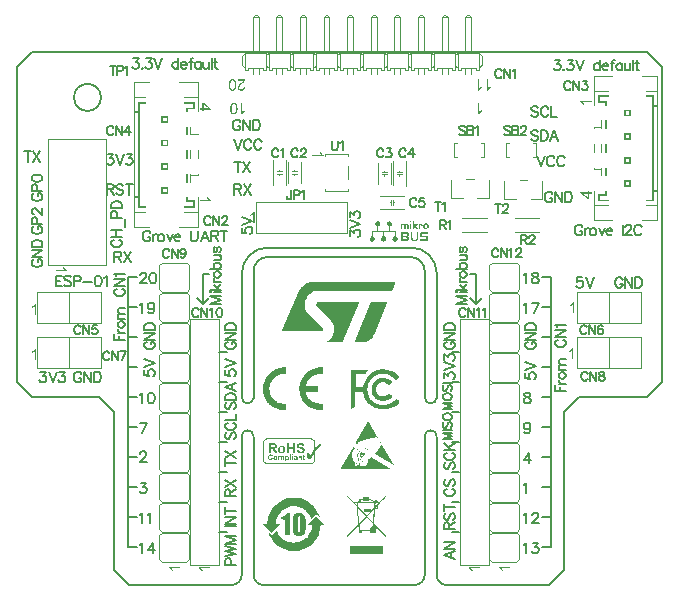
<source format=gto>
G04 Layer_Color=65535*
%FSLAX43Y43*%
%MOMM*%
G71*
G01*
G75*
%ADD19C,0.127*%
%ADD31C,0.120*%
%ADD32C,0.080*%
%ADD33C,0.100*%
G36*
X23804Y-37720D02*
X24012Y-37765D01*
X24235Y-37832D01*
X24421Y-37906D01*
X24615Y-38018D01*
X24793Y-38137D01*
X24972Y-38278D01*
X24979Y-38286D01*
X24987Y-38293D01*
X25009Y-38316D01*
X25017Y-38323D01*
X25031Y-38338D01*
X25054Y-38360D01*
X25083Y-38390D01*
X25091Y-38397D01*
X25113Y-38420D01*
X25158Y-38472D01*
X25165Y-38479D01*
X25180Y-38494D01*
X25188Y-38509D01*
X25195Y-38516D01*
X25322Y-38680D01*
X25433Y-38866D01*
X25545Y-39089D01*
X25619Y-39305D01*
X25351Y-39052D01*
X24927Y-39469D01*
Y-39476D01*
X24920Y-39469D01*
Y-39461D01*
X24912Y-39454D01*
X24905Y-39417D01*
X24883Y-39365D01*
X24853Y-39305D01*
Y-39298D01*
X24845Y-39290D01*
X24831Y-39253D01*
X24801Y-39201D01*
X24764Y-39141D01*
X24667Y-39000D01*
X24555Y-38874D01*
X24548Y-38866D01*
X24511Y-38836D01*
Y-38829D01*
X24496Y-38821D01*
X24459Y-38784D01*
X24451Y-38777D01*
X24444Y-38769D01*
X24399Y-38740D01*
Y-38732D01*
X24384Y-38725D01*
X24369Y-38710D01*
X24220Y-38621D01*
X24213Y-38613D01*
X24191Y-38606D01*
X24154Y-38583D01*
X24109Y-38561D01*
X24057Y-38531D01*
X23990Y-38509D01*
X23848Y-38464D01*
X23841D01*
X23819Y-38457D01*
X23774Y-38450D01*
X23729Y-38435D01*
X23670Y-38427D01*
X23603Y-38420D01*
X23454Y-38412D01*
X23380D01*
X23335Y-38420D01*
X23305D01*
X23268Y-38427D01*
X23231Y-38435D01*
X23060Y-38464D01*
X23052D01*
X23038Y-38472D01*
X23015D01*
X22993Y-38479D01*
X22919Y-38509D01*
X22829Y-38546D01*
X22822D01*
X22807Y-38554D01*
X22785Y-38569D01*
X22755Y-38583D01*
X22680Y-38621D01*
X22599Y-38673D01*
X22591D01*
X22576Y-38688D01*
X22561Y-38702D01*
X22532Y-38717D01*
X22465Y-38769D01*
X22390Y-38836D01*
X22383Y-38844D01*
X22375Y-38851D01*
X22338Y-38896D01*
X22286Y-38955D01*
X22234Y-39022D01*
X22137Y-39156D01*
Y-39164D01*
X22122Y-39179D01*
X22108Y-39201D01*
X22093Y-39238D01*
X22048Y-39320D01*
X22003Y-39432D01*
Y-39439D01*
X21996Y-39454D01*
X21989Y-39484D01*
X21974Y-39521D01*
X21951Y-39618D01*
X21937Y-39722D01*
X21914Y-39885D01*
Y-39960D01*
X22294D01*
X21557Y-40681D01*
X20828Y-39960D01*
X21200D01*
X21207Y-39848D01*
X21230Y-39610D01*
X21274Y-39394D01*
X21334Y-39186D01*
X21416Y-38993D01*
X21527Y-38784D01*
X21639Y-38621D01*
X21780Y-38442D01*
X21944Y-38286D01*
X22115Y-38137D01*
X22286Y-38025D01*
X22494Y-37914D01*
X22680Y-37832D01*
X22896Y-37765D01*
X23112Y-37728D01*
X23343Y-37698D01*
X23566D01*
X23804Y-37720D01*
D02*
G37*
G36*
X23157Y-40890D02*
X22680D01*
Y-39670D01*
Y-39655D01*
X22673Y-39632D01*
X22658Y-39595D01*
X22628Y-39573D01*
X22621Y-39565D01*
X22599Y-39558D01*
X22561Y-39551D01*
X22517Y-39543D01*
X22361Y-39536D01*
Y-39313D01*
X22368D01*
X22390Y-39305D01*
X22420Y-39298D01*
X22457Y-39290D01*
X22547Y-39253D01*
X22643Y-39208D01*
X22651D01*
X22666Y-39193D01*
X22688Y-39179D01*
X22718Y-39156D01*
X22792Y-39097D01*
X22874Y-39022D01*
Y-39015D01*
X23157D01*
Y-40890D01*
D02*
G37*
G36*
X23968Y-38985D02*
X24027Y-38993D01*
X24101Y-39015D01*
X24168Y-39037D01*
X24235Y-39074D01*
X24295Y-39127D01*
X24302Y-39134D01*
X24317Y-39156D01*
X24340Y-39186D01*
X24369Y-39231D01*
X24392Y-39290D01*
X24414Y-39365D01*
X24429Y-39446D01*
X24436Y-39543D01*
Y-40384D01*
X24421Y-40525D01*
Y-40533D01*
Y-40540D01*
X24414Y-40585D01*
X24392Y-40644D01*
X24362Y-40704D01*
X24354Y-40719D01*
X24332Y-40748D01*
X24295Y-40786D01*
X24243Y-40830D01*
X24228Y-40838D01*
X24198Y-40860D01*
X24146Y-40882D01*
X24087Y-40905D01*
X24072D01*
X24034Y-40912D01*
X23975Y-40919D01*
X23908Y-40927D01*
X23856D01*
X23804Y-40919D01*
X23744Y-40912D01*
X23670Y-40890D01*
X23596Y-40867D01*
X23529Y-40830D01*
X23469Y-40786D01*
X23462Y-40778D01*
X23447Y-40756D01*
X23424Y-40726D01*
X23402Y-40681D01*
X23380Y-40614D01*
X23357Y-40540D01*
X23343Y-40458D01*
X23335Y-40354D01*
Y-39595D01*
Y-39588D01*
Y-39573D01*
Y-39551D01*
Y-39521D01*
X23343Y-39439D01*
X23357Y-39357D01*
Y-39350D01*
X23365Y-39335D01*
X23372Y-39313D01*
X23380Y-39290D01*
X23410Y-39223D01*
X23447Y-39156D01*
Y-39149D01*
X23462Y-39141D01*
X23491Y-39112D01*
X23551Y-39067D01*
X23618Y-39030D01*
X23625D01*
X23640Y-39022D01*
X23663Y-39015D01*
X23692Y-39000D01*
X23767Y-38985D01*
X23871Y-38978D01*
X23915D01*
X23968Y-38985D01*
D02*
G37*
G36*
X29664Y-34069D02*
Y-34084D01*
Y-34092D01*
X29656Y-34099D01*
X29649Y-34107D01*
X29642D01*
X29634Y-34099D01*
X29627Y-34084D01*
Y-34077D01*
Y-34069D01*
X29634Y-34062D01*
X29649Y-34055D01*
X29656D01*
X29664Y-34069D01*
D02*
G37*
G36*
X29590Y-34040D02*
Y-34047D01*
Y-34062D01*
X29575D01*
X29567Y-34055D01*
X29560Y-34047D01*
Y-34040D01*
X29567Y-34032D01*
X29582D01*
X29590Y-34040D01*
D02*
G37*
G36*
X24964Y-32680D02*
X25017Y-32695D01*
X25031Y-32703D01*
X25054Y-32718D01*
X25098Y-32740D01*
X25136Y-32777D01*
X25143Y-32784D01*
X25173Y-32807D01*
X25203Y-32844D01*
X25232Y-32889D01*
X25240Y-32896D01*
X25255Y-32926D01*
X25262Y-32970D01*
X25269Y-33030D01*
Y-33461D01*
X25284Y-33454D01*
X25307Y-33447D01*
X25344Y-33417D01*
X25374Y-33387D01*
X25381Y-33380D01*
X25396Y-33357D01*
X25418Y-33320D01*
X25448Y-33283D01*
X25455Y-33276D01*
X25478Y-33253D01*
X25508Y-33223D01*
X25552Y-33186D01*
X25567Y-33179D01*
X25597Y-33164D01*
X25656Y-33149D01*
X25731Y-33142D01*
X25746D01*
X25753Y-33156D01*
X25760Y-33171D01*
Y-33179D01*
X25753Y-33186D01*
X25731Y-33216D01*
X25723Y-33223D01*
X25716Y-33231D01*
X25708Y-33238D01*
X25269Y-33796D01*
Y-34510D01*
Y-34518D01*
X25262Y-34548D01*
X25255Y-34592D01*
X25232Y-34637D01*
X25225Y-34644D01*
X25210Y-34674D01*
X25173Y-34711D01*
X25136Y-34749D01*
X25128Y-34756D01*
X25098Y-34771D01*
X25061Y-34801D01*
X25017Y-34823D01*
X25009D01*
X24979Y-34830D01*
X24935Y-34838D01*
X24890Y-34845D01*
X21170D01*
X21140Y-34838D01*
X21096Y-34830D01*
X21044Y-34816D01*
X21036Y-34808D01*
X21007Y-34793D01*
X20969Y-34763D01*
X20932Y-34726D01*
X20925Y-34719D01*
X20902Y-34689D01*
X20873Y-34644D01*
X20850Y-34600D01*
Y-34585D01*
X20843Y-34555D01*
X20835Y-34510D01*
X20828Y-34458D01*
Y-33045D01*
Y-33030D01*
X20835Y-33000D01*
X20843Y-32956D01*
X20858Y-32904D01*
X20865Y-32889D01*
X20880Y-32859D01*
X20910Y-32822D01*
X20947Y-32784D01*
X20954Y-32777D01*
X20984Y-32755D01*
X21029Y-32725D01*
X21074Y-32703D01*
X21088Y-32695D01*
X21118Y-32680D01*
X21170Y-32673D01*
X21222Y-32665D01*
X24920D01*
X24964Y-32680D01*
D02*
G37*
G36*
X30564Y-32582D02*
Y-32596D01*
Y-32604D01*
X30557Y-32611D01*
X30542Y-32619D01*
X30534D01*
X30527Y-32611D01*
Y-32596D01*
Y-32589D01*
Y-32582D01*
X30534Y-32574D01*
X30542Y-32567D01*
X30557D01*
X30564Y-32582D01*
D02*
G37*
G36*
X30586Y-32634D02*
Y-32648D01*
Y-32656D01*
X30579Y-32663D01*
X30572Y-32671D01*
X30564D01*
X30557Y-32663D01*
X30549Y-32648D01*
Y-32641D01*
Y-32634D01*
X30557Y-32626D01*
X30572Y-32619D01*
X30579D01*
X30586Y-32634D01*
D02*
G37*
G36*
X30616Y-32701D02*
X30624Y-32708D01*
Y-32715D01*
Y-32723D01*
X30609D01*
X30601Y-32715D01*
X30594Y-32708D01*
Y-32701D01*
Y-32693D01*
X30601D01*
X30616Y-32701D01*
D02*
G37*
G36*
X26095Y-39967D02*
X25716D01*
X25701Y-40183D01*
X25671Y-40414D01*
X25612Y-40622D01*
X25545Y-40815D01*
X25493Y-40934D01*
X25389Y-41120D01*
X25269Y-41299D01*
X25128Y-41477D01*
X24972Y-41626D01*
X24816Y-41753D01*
X24637Y-41872D01*
X24436Y-41983D01*
X24235Y-42065D01*
X24027Y-42132D01*
X23796Y-42184D01*
X23551Y-42207D01*
X23365D01*
X23119Y-42177D01*
X22889Y-42132D01*
X22680Y-42065D01*
X22480Y-41983D01*
X22294Y-41887D01*
X22115Y-41768D01*
X21951Y-41641D01*
X21937Y-41626D01*
X21922Y-41619D01*
X21899Y-41596D01*
X21892Y-41589D01*
X21877Y-41574D01*
X21832Y-41522D01*
X21825Y-41515D01*
X21810Y-41500D01*
X21765Y-41455D01*
X21758Y-41448D01*
X21751Y-41433D01*
X21721Y-41396D01*
X21587Y-41217D01*
X21475Y-41039D01*
X21371Y-40830D01*
X21304Y-40622D01*
X21297Y-40607D01*
X21304D01*
X21557Y-40867D01*
X21989Y-40443D01*
X21996D01*
X22003Y-40458D01*
X22011Y-40495D01*
X22033Y-40547D01*
X22056Y-40614D01*
X22063Y-40629D01*
X22078Y-40667D01*
X22108Y-40711D01*
X22145Y-40763D01*
X22242Y-40905D01*
Y-40912D01*
X22256Y-40919D01*
X22294Y-40964D01*
X22346Y-41031D01*
X22413Y-41098D01*
X22420Y-41105D01*
X22428Y-41113D01*
X22472Y-41150D01*
X22539Y-41202D01*
X22621Y-41262D01*
X22628D01*
X22643Y-41277D01*
X22666Y-41291D01*
X22695Y-41306D01*
X22762Y-41344D01*
X22852Y-41388D01*
X22859D01*
X22874Y-41396D01*
X22896Y-41403D01*
X22933Y-41418D01*
X23008Y-41440D01*
X23097Y-41455D01*
X23268Y-41485D01*
X23298D01*
X23328Y-41492D01*
X23521D01*
X23566Y-41485D01*
X23618D01*
X23677Y-41477D01*
X23804Y-41455D01*
X23811D01*
X23834Y-41448D01*
X23871Y-41440D01*
X23915Y-41425D01*
X24020Y-41388D01*
X24139Y-41336D01*
X24146D01*
X24168Y-41321D01*
X24198Y-41306D01*
X24235Y-41284D01*
X24340Y-41224D01*
X24444Y-41150D01*
X24451Y-41143D01*
X24466Y-41128D01*
X24496Y-41105D01*
X24526Y-41076D01*
X24607Y-40986D01*
X24682Y-40890D01*
X24771Y-40763D01*
X24845Y-40614D01*
Y-40607D01*
X24853Y-40600D01*
X24875Y-40555D01*
X24905Y-40495D01*
X24935Y-40414D01*
Y-40406D01*
X24942Y-40391D01*
X24950Y-40369D01*
X24957Y-40347D01*
X24972Y-40272D01*
X24979Y-40198D01*
X24994Y-40027D01*
Y-39967D01*
X24622D01*
Y-39960D01*
X25351Y-39231D01*
X26095Y-39967D01*
D02*
G37*
G36*
X31266Y-37587D02*
X31258Y-37594D01*
X31251Y-37601D01*
X31228Y-37624D01*
X31191Y-37661D01*
X31184Y-37668D01*
X31161Y-37698D01*
X31124Y-37735D01*
X31080Y-37780D01*
X31072Y-37795D01*
X31042Y-37825D01*
X30998Y-37869D01*
X30946Y-37921D01*
X30938Y-37936D01*
X30908Y-37966D01*
X30864Y-38011D01*
X30819Y-38063D01*
X30812Y-38070D01*
X30782Y-38100D01*
X30745Y-38137D01*
X30708Y-38182D01*
X30700Y-38189D01*
X30685Y-38211D01*
X30663Y-38234D01*
X30641Y-38256D01*
X30633Y-38271D01*
X30618Y-38286D01*
X30596Y-38308D01*
X30589Y-38316D01*
X30581Y-38323D01*
X30566Y-38338D01*
X30559Y-38345D01*
X30581Y-38360D01*
Y-38695D01*
X30328D01*
Y-38702D01*
Y-38710D01*
X30321Y-38740D01*
Y-38747D01*
Y-38762D01*
X30313Y-38814D01*
Y-38829D01*
X30306Y-38859D01*
Y-38911D01*
X30298Y-38978D01*
Y-38985D01*
Y-38993D01*
X30291Y-39037D01*
Y-39104D01*
X30283Y-39186D01*
Y-39193D01*
Y-39201D01*
Y-39223D01*
X30276Y-39253D01*
X30269Y-39320D01*
X30261Y-39402D01*
Y-39409D01*
Y-39417D01*
X30254Y-39461D01*
Y-39528D01*
X30246Y-39595D01*
Y-39610D01*
Y-39640D01*
X30239Y-39692D01*
Y-39737D01*
Y-39744D01*
Y-39766D01*
Y-39781D01*
Y-39796D01*
Y-39856D01*
X31266Y-40964D01*
Y-41098D01*
X30224Y-40004D01*
Y-40153D01*
X30231D01*
X30239Y-40161D01*
X30276Y-40183D01*
X30321Y-40220D01*
X30365Y-40265D01*
X30373Y-40280D01*
X30395Y-40309D01*
X30410Y-40361D01*
X30417Y-40436D01*
Y-40443D01*
Y-40458D01*
X30410Y-40481D01*
Y-40510D01*
X30380Y-40585D01*
X30365Y-40622D01*
X30336Y-40652D01*
X30321Y-40667D01*
X30283Y-40689D01*
X30217Y-40711D01*
X30135Y-40726D01*
X30120D01*
X30083Y-40719D01*
X30038Y-40711D01*
X29978Y-40689D01*
X29964Y-40681D01*
X29934Y-40652D01*
X29897Y-40614D01*
X29859Y-40555D01*
X29182D01*
Y-40719D01*
X28989D01*
Y-40555D01*
X28982D01*
X28974Y-40547D01*
X28959Y-40540D01*
X28952Y-40525D01*
Y-40518D01*
Y-40510D01*
Y-40495D01*
Y-40488D01*
Y-40481D01*
X28944Y-40473D01*
Y-40451D01*
X28937Y-40421D01*
Y-40414D01*
Y-40391D01*
Y-40354D01*
X28929Y-40317D01*
Y-40309D01*
Y-40280D01*
Y-40250D01*
X28922Y-40213D01*
Y-40205D01*
Y-40183D01*
Y-40161D01*
Y-40146D01*
X28907Y-40094D01*
X27940Y-41098D01*
Y-40964D01*
X28907Y-39930D01*
X28781Y-38494D01*
X27940Y-37587D01*
Y-37453D01*
X28617Y-38137D01*
Y-38070D01*
X28773D01*
X28929Y-37914D01*
Y-37787D01*
X29115D01*
X29123Y-37795D01*
Y-37810D01*
X29130D01*
Y-37817D01*
X29145D01*
X29153Y-37810D01*
X29190D01*
X29197Y-37802D01*
X29227Y-37795D01*
X29242D01*
X29279Y-37787D01*
Y-37653D01*
X29845D01*
Y-37772D01*
X29852D01*
X29867Y-37780D01*
X29897Y-37795D01*
X29934Y-37817D01*
X29941Y-37825D01*
X29971Y-37839D01*
X30016Y-37854D01*
X30060Y-37884D01*
X30075Y-37892D01*
X30105Y-37899D01*
X30150Y-37921D01*
X30194Y-37944D01*
X30202D01*
X30231Y-37951D01*
X30254Y-37958D01*
X30283Y-37966D01*
X30291D01*
X30306Y-37958D01*
X30321Y-37951D01*
X30343Y-37936D01*
X30350Y-37929D01*
X30365Y-37921D01*
X30388Y-37914D01*
X30417Y-37906D01*
X30425D01*
X30455Y-37914D01*
X30484Y-37921D01*
X30514Y-37951D01*
X30522Y-37958D01*
X30536Y-37973D01*
X30544Y-38011D01*
X30551Y-38048D01*
Y-38055D01*
X30544Y-38078D01*
X30536Y-38107D01*
X30514Y-38130D01*
X30507D01*
X30492Y-38144D01*
X30447Y-38167D01*
X30440D01*
X30432Y-38174D01*
X30388Y-38189D01*
X30373D01*
X30365Y-38197D01*
X30358D01*
Y-38345D01*
X30403D01*
X31266Y-37453D01*
Y-37587D01*
D02*
G37*
G36*
X31027Y-42504D02*
X28186D01*
Y-41790D01*
X31027D01*
Y-42504D01*
D02*
G37*
G36*
X29716Y-34114D02*
X29723Y-34122D01*
Y-34129D01*
Y-34136D01*
X29709D01*
X29701Y-34129D01*
X29694Y-34122D01*
Y-34114D01*
Y-34107D01*
X29709D01*
X29716Y-34114D01*
D02*
G37*
G36*
X29277Y-34627D02*
Y-34642D01*
Y-34650D01*
X29270Y-34657D01*
X29262Y-34665D01*
X29255D01*
X29247Y-34657D01*
X29240Y-34642D01*
Y-34635D01*
Y-34627D01*
X29247Y-34620D01*
X29262Y-34613D01*
X29270D01*
X29277Y-34627D01*
D02*
G37*
G36*
X29359Y-34590D02*
Y-34598D01*
Y-34605D01*
X29351Y-34613D01*
X29314D01*
Y-34605D01*
X29307Y-34598D01*
X29314Y-34590D01*
X29337Y-34583D01*
X29351D01*
X29359Y-34590D01*
D02*
G37*
G36*
X29069D02*
X29054Y-34598D01*
X29039D01*
Y-34590D01*
Y-34583D01*
X29046Y-34575D01*
X29061D01*
X29069Y-34590D01*
D02*
G37*
G36*
X29523Y-34732D02*
Y-34739D01*
X29515Y-34746D01*
Y-34754D01*
X29500Y-34776D01*
Y-34784D01*
X29493Y-34791D01*
Y-34724D01*
X29523D01*
Y-34732D01*
D02*
G37*
G36*
X28712Y-34717D02*
Y-34732D01*
Y-34739D01*
X28704Y-34746D01*
X28689Y-34754D01*
X28682D01*
X28674Y-34746D01*
Y-34732D01*
Y-34724D01*
Y-34717D01*
X28682Y-34709D01*
X28689Y-34702D01*
X28704D01*
X28712Y-34717D01*
D02*
G37*
G36*
X29255Y-34679D02*
Y-34694D01*
Y-34702D01*
Y-34709D01*
X29247Y-34717D01*
X29232Y-34724D01*
X29225Y-34717D01*
X29218Y-34709D01*
Y-34694D01*
Y-34687D01*
Y-34679D01*
X29225Y-34672D01*
X29232Y-34665D01*
X29247D01*
X29255Y-34679D01*
D02*
G37*
G36*
X29895Y-34218D02*
X29902Y-34226D01*
Y-34233D01*
Y-34241D01*
X29887D01*
X29880Y-34233D01*
X29872Y-34226D01*
Y-34218D01*
Y-34211D01*
X29887D01*
X29895Y-34218D01*
D02*
G37*
G36*
X29842Y-34174D02*
Y-34188D01*
Y-34196D01*
X29835Y-34203D01*
X29828Y-34211D01*
X29820D01*
X29813Y-34203D01*
X29805Y-34188D01*
Y-34181D01*
Y-34174D01*
X29813Y-34166D01*
X29828Y-34159D01*
X29835D01*
X29842Y-34174D01*
D02*
G37*
G36*
X29790Y-34144D02*
Y-34159D01*
Y-34166D01*
X29783Y-34174D01*
X29775Y-34181D01*
X29768D01*
X29761Y-34174D01*
X29753Y-34159D01*
Y-34151D01*
Y-34144D01*
X29761Y-34136D01*
X29775Y-34129D01*
X29783D01*
X29790Y-34144D01*
D02*
G37*
G36*
X29664Y-34553D02*
Y-34568D01*
Y-34575D01*
X29656Y-34583D01*
X29649Y-34590D01*
X29642D01*
X29634Y-34583D01*
X29627Y-34568D01*
Y-34560D01*
Y-34553D01*
X29634Y-34546D01*
X29649Y-34538D01*
X29656D01*
X29664Y-34553D01*
D02*
G37*
G36*
X29084Y-34449D02*
X29091Y-34456D01*
Y-34464D01*
X29076Y-34471D01*
X29069Y-34456D01*
Y-34449D01*
X29076Y-34441D01*
X29084Y-34449D01*
D02*
G37*
G36*
X29180Y-33816D02*
X29188D01*
X29195Y-33824D01*
X29210Y-33831D01*
X29203Y-33839D01*
X29173Y-33869D01*
X29143Y-33906D01*
X29121Y-33958D01*
Y-33973D01*
X29113Y-34002D01*
X29106Y-34055D01*
Y-34114D01*
Y-34122D01*
Y-34151D01*
Y-34166D01*
X29113Y-34196D01*
X29121Y-34203D01*
X29136Y-34226D01*
X29143Y-34233D01*
X29165Y-34241D01*
X29180D01*
X29203Y-34211D01*
X29210Y-34203D01*
X29225Y-34188D01*
X29240Y-34166D01*
X29247Y-34159D01*
X29255Y-34144D01*
X29270Y-34122D01*
X29284Y-34107D01*
X29277Y-34099D01*
X29270Y-34092D01*
X29262Y-34069D01*
X29255Y-34040D01*
Y-34032D01*
Y-34010D01*
Y-33980D01*
Y-33958D01*
Y-33943D01*
Y-33928D01*
Y-33906D01*
Y-33898D01*
Y-33883D01*
Y-33869D01*
Y-33854D01*
X29329Y-33898D01*
X29322Y-33906D01*
X29299Y-33928D01*
X29292Y-33943D01*
X29284Y-33958D01*
Y-33965D01*
Y-33973D01*
Y-33980D01*
Y-33988D01*
X29299Y-34025D01*
Y-34032D01*
X29307Y-34040D01*
X29314Y-34047D01*
Y-34055D01*
X29329D01*
X29344Y-34047D01*
X29366Y-34032D01*
X29381Y-34010D01*
Y-34002D01*
X29389Y-33980D01*
X29396Y-33950D01*
X29389Y-33928D01*
X29515Y-34002D01*
X29508D01*
X29485Y-34010D01*
X29456Y-34032D01*
X29411Y-34069D01*
X29396Y-34077D01*
X29366Y-34107D01*
X29329Y-34144D01*
X29277Y-34188D01*
X29270Y-34203D01*
X29240Y-34233D01*
X29203Y-34270D01*
X29165Y-34322D01*
X29158Y-34330D01*
X29136Y-34360D01*
X29121Y-34389D01*
X29106Y-34419D01*
Y-34412D01*
Y-34389D01*
Y-34352D01*
X29098Y-34315D01*
Y-34308D01*
Y-34285D01*
X29091Y-34248D01*
X29084Y-34211D01*
Y-34203D01*
X29076Y-34181D01*
X29069Y-34144D01*
X29061Y-34107D01*
Y-34099D01*
Y-34077D01*
X29054Y-34040D01*
Y-34002D01*
Y-33980D01*
Y-33973D01*
X29061Y-33950D01*
Y-33943D01*
X29069Y-33936D01*
X29084Y-33906D01*
Y-33898D01*
X29091Y-33891D01*
X29106Y-33861D01*
Y-33854D01*
X29113Y-33846D01*
X29128Y-33831D01*
X29136Y-33824D01*
X29143Y-33816D01*
X29151Y-33809D01*
X29158Y-33802D01*
X29165D01*
X29180Y-33816D01*
D02*
G37*
G36*
X29656Y-33601D02*
X29686Y-33616D01*
X29694D01*
X29701Y-33623D01*
X29723Y-33645D01*
X29709Y-33638D01*
X29679Y-33631D01*
X29664Y-33623D01*
X29649Y-33593D01*
X29656Y-33601D01*
D02*
G37*
G36*
X28868Y-33608D02*
Y-33623D01*
Y-33631D01*
X28860Y-33638D01*
X28853Y-33645D01*
X28846D01*
X28838Y-33638D01*
X28831Y-33623D01*
Y-33616D01*
Y-33608D01*
X28838Y-33601D01*
X28853Y-33593D01*
X28860D01*
X28868Y-33608D01*
D02*
G37*
G36*
X28920Y-33638D02*
Y-33653D01*
Y-33660D01*
X28912Y-33668D01*
X28898Y-33675D01*
X28890D01*
X28883Y-33668D01*
Y-33653D01*
Y-33645D01*
Y-33638D01*
X28890Y-33631D01*
X28898Y-33623D01*
X28912D01*
X28920Y-33638D01*
D02*
G37*
G36*
X28741Y-33526D02*
Y-33541D01*
Y-33549D01*
X28734Y-33556D01*
X28719Y-33564D01*
X28712D01*
X28704Y-33556D01*
X28697Y-33541D01*
Y-33534D01*
Y-33526D01*
X28704Y-33519D01*
X28734D01*
X28741Y-33526D01*
D02*
G37*
G36*
X29612Y-33556D02*
Y-33571D01*
Y-33578D01*
X29604Y-33586D01*
X29590Y-33593D01*
X29582D01*
X29575Y-33586D01*
Y-33571D01*
Y-33564D01*
Y-33556D01*
X29582Y-33549D01*
X29590Y-33541D01*
X29604D01*
X29612Y-33556D01*
D02*
G37*
G36*
X28786D02*
Y-33571D01*
Y-33578D01*
X28779Y-33586D01*
X28771Y-33593D01*
X28764D01*
X28756Y-33586D01*
Y-33571D01*
Y-33564D01*
Y-33556D01*
X28764Y-33549D01*
X28771Y-33541D01*
X28779D01*
X28786Y-33556D01*
D02*
G37*
G36*
X30095Y-33861D02*
X30125Y-33876D01*
X30133D01*
X30140Y-33883D01*
X30155Y-33906D01*
X30147Y-33898D01*
X30118Y-33891D01*
X30103Y-33883D01*
X30081Y-33854D01*
X30088D01*
X30095Y-33861D01*
D02*
G37*
G36*
X30229Y-33913D02*
Y-33928D01*
Y-33936D01*
X30222Y-33943D01*
X30207Y-33950D01*
X30200D01*
X30192Y-33943D01*
Y-33928D01*
Y-33921D01*
Y-33913D01*
X30200Y-33906D01*
X30207Y-33898D01*
X30222D01*
X30229Y-33913D01*
D02*
G37*
G36*
X29076Y-33750D02*
X29069Y-33757D01*
X29046Y-33779D01*
X29017Y-33809D01*
X28987Y-33854D01*
X28979Y-33861D01*
X28965Y-33883D01*
X28935Y-33921D01*
X28898Y-33958D01*
Y-33928D01*
X28905Y-33921D01*
X28912Y-33898D01*
Y-33891D01*
X28920Y-33883D01*
X28935Y-33854D01*
Y-33846D01*
X28942Y-33839D01*
X28957Y-33802D01*
Y-33794D01*
X28965Y-33787D01*
X28972Y-33779D01*
X28979D01*
Y-33772D01*
Y-33764D01*
Y-33757D01*
Y-33750D01*
Y-33742D01*
Y-33727D01*
X28965Y-33705D01*
X28950Y-33675D01*
X29076Y-33750D01*
D02*
G37*
G36*
X29805Y-33683D02*
X29828Y-33697D01*
X29850Y-33720D01*
X29835D01*
X29805Y-33705D01*
X29790Y-33697D01*
X29775Y-33675D01*
X29783D01*
X29805Y-33683D01*
D02*
G37*
G36*
X29924Y-33735D02*
Y-33750D01*
Y-33757D01*
X29917Y-33764D01*
X29902Y-33772D01*
X29895D01*
X29887Y-33764D01*
X29880Y-33750D01*
Y-33742D01*
Y-33735D01*
X29887Y-33727D01*
X29902Y-33720D01*
X29917D01*
X29924Y-33735D01*
D02*
G37*
G36*
X29984Y-33787D02*
X30006Y-33802D01*
X30028Y-33824D01*
X30014Y-33816D01*
X29984Y-33809D01*
X29976Y-33802D01*
X29954Y-33779D01*
X29961D01*
X29984Y-33787D01*
D02*
G37*
G36*
X29508Y-33511D02*
X29515D01*
X29523Y-33519D01*
X29545Y-33541D01*
X29530Y-33534D01*
X29500Y-33526D01*
X29485Y-33519D01*
X29463Y-33497D01*
X29478D01*
X29508Y-33511D01*
D02*
G37*
G36*
X30765Y-32939D02*
Y-32953D01*
Y-32961D01*
X30758Y-32968D01*
X30750Y-32976D01*
X30743D01*
X30735Y-32968D01*
Y-32953D01*
Y-32946D01*
Y-32939D01*
X30743Y-32931D01*
X30750Y-32924D01*
X30758D01*
X30765Y-32939D01*
D02*
G37*
G36*
X30824Y-33013D02*
Y-33028D01*
Y-33035D01*
X30817Y-33043D01*
X30802Y-33050D01*
X30795D01*
X30787Y-33043D01*
X30780Y-33028D01*
Y-33020D01*
Y-33013D01*
X30787Y-33006D01*
X30802Y-32998D01*
X30817D01*
X30824Y-33013D01*
D02*
G37*
G36*
X30847Y-33065D02*
Y-33080D01*
Y-33087D01*
X30839Y-33095D01*
X30824Y-33102D01*
X30817D01*
X30810Y-33095D01*
Y-33080D01*
Y-33073D01*
Y-33065D01*
X30817Y-33058D01*
X30824Y-33050D01*
X30839D01*
X30847Y-33065D01*
D02*
G37*
G36*
X30668Y-32760D02*
Y-32775D01*
Y-32782D01*
X30661Y-32790D01*
X30646Y-32797D01*
X30638D01*
X30631Y-32790D01*
Y-32775D01*
Y-32768D01*
Y-32760D01*
X30638Y-32753D01*
X30646Y-32745D01*
X30661D01*
X30668Y-32760D01*
D02*
G37*
G36*
X30691Y-32834D02*
X30698Y-32842D01*
Y-32849D01*
X30683D01*
X30676Y-32842D01*
X30668Y-32834D01*
Y-32827D01*
X30683D01*
X30691Y-32834D01*
D02*
G37*
G36*
X30743Y-32887D02*
Y-32901D01*
Y-32909D01*
X30735Y-32916D01*
X30728Y-32924D01*
X30720D01*
X30713Y-32916D01*
X30705Y-32901D01*
Y-32894D01*
Y-32887D01*
X30713Y-32879D01*
X30728Y-32872D01*
X30735D01*
X30743Y-32887D01*
D02*
G37*
G36*
X29299Y-33378D02*
Y-33392D01*
Y-33400D01*
X29292Y-33407D01*
X29284Y-33415D01*
X29277D01*
X29270Y-33407D01*
X29262Y-33392D01*
Y-33385D01*
Y-33378D01*
X29270Y-33370D01*
X29284Y-33363D01*
X29292D01*
X29299Y-33378D01*
D02*
G37*
G36*
X29351Y-33422D02*
X29374Y-33437D01*
X29381D01*
X29389Y-33445D01*
X29411Y-33467D01*
X29396Y-33459D01*
X29366Y-33445D01*
X29359Y-33437D01*
X29337Y-33415D01*
X29344D01*
X29351Y-33422D01*
D02*
G37*
G36*
X28478Y-33401D02*
X28503Y-33407D01*
X28533Y-33430D01*
X28578Y-33452D01*
X28585Y-33459D01*
X28615Y-33467D01*
X28645Y-33489D01*
X28674Y-33526D01*
X28667D01*
X28637Y-33519D01*
X28593Y-33526D01*
X28548Y-33556D01*
X28541Y-33564D01*
X28518Y-33593D01*
X28488Y-33638D01*
X28459Y-33697D01*
X28451Y-33712D01*
X28436Y-33750D01*
X28421Y-33802D01*
X28399Y-33869D01*
Y-33883D01*
X28392Y-33921D01*
X28384Y-33965D01*
Y-34017D01*
Y-34025D01*
Y-34047D01*
Y-34084D01*
Y-34136D01*
Y-34151D01*
X28392Y-34181D01*
X28399Y-34226D01*
X28407Y-34278D01*
Y-34293D01*
X28414Y-34322D01*
X28429Y-34374D01*
X28436Y-34434D01*
X28444Y-34449D01*
X28451Y-34479D01*
X28466Y-34523D01*
X28488Y-34568D01*
X28496Y-34575D01*
X28511Y-34605D01*
X28533Y-34635D01*
X28555Y-34665D01*
X28563Y-34672D01*
X28578Y-34679D01*
X28607Y-34694D01*
X28645Y-34702D01*
X28622D01*
X28607Y-34709D01*
X28593Y-34724D01*
Y-34732D01*
Y-34739D01*
Y-34776D01*
Y-34791D01*
Y-34821D01*
X28600Y-34873D01*
X28607Y-34925D01*
Y-34940D01*
X28615Y-34977D01*
X28630Y-35022D01*
X28645Y-35081D01*
X28652Y-35089D01*
X28682D01*
X28697Y-35081D01*
X28719Y-35066D01*
X28741Y-35037D01*
X28749Y-35029D01*
X28756Y-35007D01*
X28764Y-34985D01*
X28771Y-34955D01*
Y-34962D01*
Y-34970D01*
X28779Y-34985D01*
X28786Y-34992D01*
X28801Y-34999D01*
X28831Y-35007D01*
X28838D01*
X28853Y-34999D01*
X28875Y-34992D01*
X28898Y-34977D01*
X28905Y-34970D01*
X28912Y-34955D01*
X28942Y-34910D01*
Y-34903D01*
X28950Y-34880D01*
X28957Y-34851D01*
Y-34821D01*
Y-34813D01*
Y-34791D01*
Y-34761D01*
Y-34739D01*
Y-34732D01*
Y-34724D01*
Y-34687D01*
X28942Y-34627D01*
X28927Y-34568D01*
Y-34560D01*
Y-34553D01*
X28912Y-34508D01*
X28898Y-34456D01*
X28875Y-34389D01*
Y-34382D01*
Y-34374D01*
X28860Y-34330D01*
X28846Y-34278D01*
X28831Y-34211D01*
Y-34203D01*
Y-34196D01*
X28823Y-34151D01*
Y-34099D01*
X28831Y-34032D01*
Y-34025D01*
X28846Y-34002D01*
Y-33995D01*
X28853Y-33988D01*
X28868Y-33980D01*
X28875D01*
Y-33988D01*
X28883Y-34017D01*
X28890Y-34062D01*
X28898Y-34122D01*
Y-34129D01*
Y-34136D01*
X28905Y-34181D01*
X28920Y-34255D01*
X28927Y-34337D01*
Y-34345D01*
Y-34360D01*
X28935Y-34382D01*
Y-34412D01*
X28950Y-34493D01*
X28965Y-34590D01*
Y-34598D01*
X28972Y-34613D01*
X28979Y-34635D01*
X28987Y-34665D01*
X29009Y-34739D01*
X29032Y-34821D01*
Y-34828D01*
X29039Y-34836D01*
X29054Y-34880D01*
X29084Y-34940D01*
X29121Y-34992D01*
X29128Y-34999D01*
X29158Y-35022D01*
X29203Y-35051D01*
X29262Y-35059D01*
X29284D01*
X29307Y-35051D01*
X29329Y-35037D01*
X29337Y-35029D01*
X29351Y-35022D01*
X29389Y-34977D01*
X29396D01*
X29411Y-34985D01*
X29426Y-34992D01*
X29448Y-34999D01*
X29470D01*
X29515Y-35007D01*
X29523D01*
X29552Y-34999D01*
X29575Y-34985D01*
X29597Y-34962D01*
X29604Y-34955D01*
X29612Y-34932D01*
X29619Y-34903D01*
Y-34865D01*
Y-34858D01*
Y-34828D01*
X29612Y-34799D01*
X29604Y-34769D01*
Y-34761D01*
X29597Y-34746D01*
X29575Y-34724D01*
X29545Y-34694D01*
X29567Y-34672D01*
X29575D01*
X29582Y-34687D01*
X29619Y-34724D01*
X29627Y-34732D01*
X29642Y-34739D01*
X29664Y-34746D01*
X29686Y-34754D01*
X29716D01*
X29723Y-34746D01*
X29731Y-34739D01*
X29738Y-34717D01*
Y-34709D01*
X29746Y-34702D01*
Y-34672D01*
Y-34665D01*
Y-34657D01*
Y-34635D01*
Y-34627D01*
Y-34605D01*
X29731Y-34560D01*
Y-34553D01*
Y-34538D01*
X29723Y-34516D01*
Y-34486D01*
Y-34479D01*
X29731Y-34471D01*
X29746Y-34456D01*
X29768Y-34434D01*
X29775Y-34427D01*
X29798Y-34419D01*
X29828Y-34397D01*
X29857Y-34382D01*
X29865Y-34374D01*
X29887Y-34360D01*
X29932Y-34322D01*
X29939Y-34315D01*
X29947Y-34308D01*
X29954Y-34285D01*
Y-34270D01*
X30006Y-34293D01*
X31643Y-35237D01*
X27432D01*
Y-35230D01*
Y-35223D01*
X27439Y-35185D01*
X27447Y-35178D01*
X27462Y-35156D01*
X28436Y-33467D01*
X28478Y-33401D01*
X28474Y-33400D01*
X28466Y-33392D01*
X28488Y-33385D01*
X28478Y-33401D01*
D02*
G37*
G36*
X29775Y-31257D02*
X30519Y-32537D01*
X30505D01*
X30467Y-32552D01*
X30438Y-32559D01*
X30400Y-32567D01*
X30356Y-32582D01*
X30304Y-32589D01*
X30296D01*
X30281Y-32596D01*
X30244Y-32604D01*
X30207Y-32611D01*
X30155Y-32619D01*
X30103Y-32634D01*
X29969Y-32663D01*
X29961D01*
X29939Y-32671D01*
X29902Y-32678D01*
X29850Y-32686D01*
X29790Y-32701D01*
X29731Y-32723D01*
X29582Y-32760D01*
X29575D01*
X29552Y-32768D01*
X29515Y-32782D01*
X29463Y-32790D01*
X29411Y-32805D01*
X29351Y-32827D01*
X29225Y-32864D01*
X29218D01*
X29195Y-32872D01*
X29165Y-32887D01*
X29128Y-32894D01*
X29046Y-32931D01*
X28957Y-32976D01*
X28950D01*
X28942Y-32983D01*
X28905Y-33013D01*
X28868Y-33050D01*
X28860Y-33073D01*
X28853Y-33095D01*
Y-33102D01*
X28868Y-33132D01*
X28875Y-33139D01*
X28905Y-33162D01*
X28912D01*
X28920Y-33169D01*
X28942Y-33184D01*
X28950D01*
X28957Y-33192D01*
X28979Y-33206D01*
X28965Y-33199D01*
X28935Y-33184D01*
X28890Y-33162D01*
X28831Y-33139D01*
X28816Y-33132D01*
X28786Y-33110D01*
X28741Y-33087D01*
X28697Y-33058D01*
Y-33028D01*
Y-33020D01*
X28704Y-33006D01*
Y-32998D01*
X28712Y-32991D01*
Y-32983D01*
X28719D01*
X29671Y-31332D01*
X29679Y-31317D01*
X29709Y-31287D01*
X29716Y-31280D01*
X29723Y-31265D01*
X29753Y-31227D01*
X29775Y-31257D01*
D02*
G37*
G36*
X29069Y-33259D02*
X29076D01*
X29084Y-33266D01*
X29106Y-33288D01*
X29091Y-33281D01*
X29061Y-33266D01*
X29054Y-33259D01*
X29039Y-33244D01*
X29069Y-33259D01*
D02*
G37*
G36*
X29165Y-33318D02*
X29195Y-33333D01*
X29203D01*
X29210Y-33340D01*
X29232Y-33363D01*
X29218Y-33355D01*
X29188Y-33348D01*
X29180Y-33340D01*
X29158Y-33311D01*
X29165Y-33318D01*
D02*
G37*
G36*
X33624Y-14682D02*
X33632D01*
X33639Y-14675D01*
X33647Y-14667D01*
X33654Y-14652D01*
X33662Y-14645D01*
X33684Y-14622D01*
X33691Y-14615D01*
X33699Y-14608D01*
X33729Y-14570D01*
X33736Y-14563D01*
X33743Y-14555D01*
X33773Y-14518D01*
X33781Y-14511D01*
X33788Y-14503D01*
X33803Y-14489D01*
X33952D01*
X33758Y-14704D01*
X33952Y-14927D01*
X33795D01*
X33788Y-14920D01*
X33766Y-14898D01*
Y-14890D01*
X33751Y-14875D01*
X33721Y-14838D01*
Y-14831D01*
X33706Y-14823D01*
X33676Y-14786D01*
Y-14779D01*
X33662Y-14771D01*
X33654Y-14756D01*
X33647Y-14749D01*
X33639D01*
X33632Y-14741D01*
Y-14734D01*
X33624Y-14727D01*
Y-14927D01*
X33505D01*
Y-14273D01*
X33624D01*
Y-14682D01*
D02*
G37*
G36*
X34309Y-14496D02*
X34324Y-14511D01*
X34331Y-14526D01*
X34339Y-14563D01*
Y-14570D01*
X34346Y-14578D01*
Y-14622D01*
Y-14630D01*
Y-14637D01*
Y-14652D01*
Y-14660D01*
X34220D01*
Y-14593D01*
Y-14585D01*
X34205Y-14578D01*
X34197Y-14570D01*
X34138D01*
Y-14927D01*
X34011D01*
Y-14489D01*
X34294D01*
X34309Y-14496D01*
D02*
G37*
G36*
X33394Y-14927D02*
X33267D01*
Y-14489D01*
X33394D01*
Y-14927D01*
D02*
G37*
G36*
X1624Y-26035D02*
X1506D01*
Y-25283D01*
X1504Y-25284D01*
X1498Y-25290D01*
X1488Y-25298D01*
X1475Y-25308D01*
X1459Y-25321D01*
X1440Y-25334D01*
X1418Y-25350D01*
X1393Y-25365D01*
X1391D01*
X1390Y-25366D01*
X1381Y-25372D01*
X1368Y-25380D01*
X1352Y-25388D01*
X1333Y-25399D01*
X1312Y-25407D01*
X1290Y-25418D01*
X1270Y-25426D01*
Y-25311D01*
X1271D01*
X1274Y-25309D01*
X1280Y-25306D01*
X1286Y-25302D01*
X1295Y-25298D01*
X1305Y-25293D01*
X1329Y-25280D01*
X1355Y-25264D01*
X1384Y-25245D01*
X1413Y-25223D01*
X1441Y-25200D01*
X1443Y-25198D01*
X1444Y-25197D01*
X1453Y-25188D01*
X1466Y-25175D01*
X1482Y-25159D01*
X1500Y-25138D01*
X1517Y-25116D01*
X1533Y-25093D01*
X1547Y-25069D01*
X1624D01*
Y-26035D01*
D02*
G37*
G36*
X47115Y-25984D02*
X46997D01*
Y-25232D01*
X46995Y-25234D01*
X46990Y-25240D01*
X46979Y-25247D01*
X46966Y-25257D01*
X46950Y-25270D01*
X46931Y-25283D01*
X46909Y-25299D01*
X46884Y-25314D01*
X46883D01*
X46881Y-25316D01*
X46873Y-25321D01*
X46859Y-25329D01*
X46843Y-25338D01*
X46824Y-25348D01*
X46804Y-25357D01*
X46782Y-25367D01*
X46761Y-25376D01*
Y-25260D01*
X46763D01*
X46766Y-25259D01*
X46772Y-25256D01*
X46777Y-25251D01*
X46786Y-25247D01*
X46797Y-25242D01*
X46820Y-25229D01*
X46846Y-25213D01*
X46876Y-25194D01*
X46905Y-25172D01*
X46933Y-25149D01*
X46934Y-25147D01*
X46936Y-25146D01*
X46944Y-25137D01*
X46957Y-25124D01*
X46974Y-25108D01*
X46991Y-25087D01*
X47009Y-25065D01*
X47025Y-25042D01*
X47038Y-25019D01*
X47115D01*
Y-25984D01*
D02*
G37*
G36*
X33394Y-14384D02*
X33267D01*
Y-14273D01*
X33394D01*
Y-14384D01*
D02*
G37*
G36*
X39899Y-3026D02*
X39901Y-3025D01*
X39907Y-3019D01*
X39917Y-3011D01*
X39930Y-3001D01*
X39946Y-2988D01*
X39965Y-2975D01*
X39987Y-2959D01*
X40012Y-2944D01*
X40014D01*
X40015Y-2943D01*
X40024Y-2937D01*
X40037Y-2929D01*
X40053Y-2921D01*
X40072Y-2910D01*
X40093Y-2902D01*
X40115Y-2891D01*
X40135Y-2883D01*
Y-2998D01*
X40134D01*
X40131Y-3000D01*
X40125Y-3003D01*
X40119Y-3007D01*
X40110Y-3011D01*
X40100Y-3016D01*
X40076Y-3029D01*
X40050Y-3045D01*
X40021Y-3064D01*
X39992Y-3086D01*
X39964Y-3109D01*
X39962Y-3111D01*
X39961Y-3112D01*
X39952Y-3121D01*
X39939Y-3134D01*
X39923Y-3150D01*
X39905Y-3171D01*
X39888Y-3193D01*
X39872Y-3216D01*
X39858Y-3240D01*
X39781D01*
Y-2274D01*
X39899D01*
Y-3026D01*
D02*
G37*
G36*
X18390Y-4259D02*
X18402Y-4261D01*
X18415Y-4264D01*
X18429Y-4267D01*
X18445Y-4270D01*
X18481Y-4281D01*
X18500Y-4290D01*
X18517Y-4299D01*
X18536Y-4311D01*
X18554Y-4324D01*
X18570Y-4338D01*
X18586Y-4356D01*
X18587Y-4357D01*
X18590Y-4362D01*
X18595Y-4369D01*
X18601Y-4379D01*
X18608Y-4393D01*
X18615Y-4409D01*
X18624Y-4428D01*
X18633Y-4451D01*
X18642Y-4476D01*
X18650Y-4505D01*
X18658Y-4537D01*
X18665Y-4572D01*
X18671Y-4612D01*
X18675Y-4653D01*
X18678Y-4700D01*
X18680Y-4748D01*
Y-4749D01*
Y-4755D01*
Y-4764D01*
Y-4776D01*
X18678Y-4790D01*
Y-4807D01*
X18677Y-4826D01*
X18675Y-4846D01*
X18671Y-4890D01*
X18665Y-4935D01*
X18658Y-4981D01*
X18652Y-5001D01*
X18646Y-5022D01*
Y-5023D01*
X18644Y-5026D01*
X18642Y-5032D01*
X18639Y-5039D01*
X18636Y-5048D01*
X18631Y-5058D01*
X18620Y-5082D01*
X18605Y-5108D01*
X18587Y-5134D01*
X18567Y-5159D01*
X18542Y-5183D01*
X18541D01*
X18539Y-5185D01*
X18535Y-5188D01*
X18529Y-5191D01*
X18514Y-5200D01*
X18494Y-5212D01*
X18469Y-5222D01*
X18438Y-5231D01*
X18404Y-5237D01*
X18366Y-5240D01*
X18353D01*
X18339Y-5238D01*
X18321Y-5235D01*
X18301Y-5232D01*
X18277Y-5226D01*
X18254Y-5218D01*
X18232Y-5207D01*
X18229Y-5206D01*
X18222Y-5202D01*
X18211Y-5194D01*
X18197Y-5185D01*
X18182Y-5172D01*
X18166Y-5156D01*
X18150Y-5139D01*
X18135Y-5118D01*
X18134Y-5115D01*
X18129Y-5108D01*
X18122Y-5095D01*
X18113Y-5079D01*
X18105Y-5058D01*
X18094Y-5033D01*
X18084Y-5006D01*
X18075Y-4975D01*
Y-4973D01*
X18074Y-4970D01*
Y-4966D01*
X18072Y-4959D01*
X18069Y-4951D01*
X18068Y-4941D01*
X18067Y-4928D01*
X18064Y-4915D01*
X18062Y-4899D01*
X18061Y-4883D01*
X18058Y-4864D01*
X18056Y-4843D01*
X18055Y-4821D01*
Y-4799D01*
X18053Y-4748D01*
Y-4747D01*
Y-4741D01*
Y-4732D01*
Y-4720D01*
X18055Y-4706D01*
Y-4689D01*
X18056Y-4670D01*
X18058Y-4650D01*
X18062Y-4606D01*
X18068Y-4561D01*
X18077Y-4515D01*
X18083Y-4495D01*
X18088Y-4474D01*
Y-4473D01*
X18090Y-4470D01*
X18091Y-4464D01*
X18094Y-4457D01*
X18099Y-4448D01*
X18103Y-4439D01*
X18115Y-4416D01*
X18129Y-4390D01*
X18147Y-4363D01*
X18167Y-4337D01*
X18192Y-4313D01*
X18194D01*
X18195Y-4311D01*
X18200Y-4309D01*
X18204Y-4305D01*
X18220Y-4296D01*
X18239Y-4286D01*
X18266Y-4275D01*
X18295Y-4267D01*
X18328Y-4261D01*
X18366Y-4258D01*
X18380D01*
X18390Y-4259D01*
D02*
G37*
G36*
X39153Y-3026D02*
X39155Y-3025D01*
X39161Y-3019D01*
X39171Y-3011D01*
X39184Y-3001D01*
X39200Y-2988D01*
X39219Y-2975D01*
X39241Y-2959D01*
X39266Y-2944D01*
X39267D01*
X39269Y-2943D01*
X39278Y-2937D01*
X39291Y-2929D01*
X39307Y-2921D01*
X39326Y-2910D01*
X39346Y-2902D01*
X39368Y-2891D01*
X39389Y-2883D01*
Y-2998D01*
X39387D01*
X39384Y-3000D01*
X39379Y-3003D01*
X39373Y-3007D01*
X39364Y-3011D01*
X39354Y-3016D01*
X39330Y-3029D01*
X39304Y-3045D01*
X39275Y-3064D01*
X39245Y-3086D01*
X39218Y-3109D01*
X39216Y-3111D01*
X39215Y-3112D01*
X39206Y-3121D01*
X39193Y-3134D01*
X39177Y-3150D01*
X39159Y-3171D01*
X39142Y-3193D01*
X39125Y-3216D01*
X39112Y-3240D01*
X39035D01*
Y-2274D01*
X39153D01*
Y-3026D01*
D02*
G37*
G36*
X13835Y-43644D02*
X13083D01*
X13084Y-43646D01*
X13090Y-43652D01*
X13098Y-43662D01*
X13108Y-43675D01*
X13121Y-43691D01*
X13134Y-43710D01*
X13150Y-43732D01*
X13165Y-43757D01*
Y-43759D01*
X13166Y-43760D01*
X13172Y-43769D01*
X13180Y-43782D01*
X13188Y-43798D01*
X13199Y-43817D01*
X13207Y-43838D01*
X13218Y-43860D01*
X13226Y-43880D01*
X13111D01*
Y-43879D01*
X13109Y-43876D01*
X13106Y-43870D01*
X13102Y-43864D01*
X13098Y-43855D01*
X13093Y-43845D01*
X13080Y-43821D01*
X13064Y-43795D01*
X13045Y-43766D01*
X13023Y-43737D01*
X13000Y-43709D01*
X12998Y-43707D01*
X12997Y-43706D01*
X12988Y-43697D01*
X12975Y-43684D01*
X12959Y-43668D01*
X12938Y-43650D01*
X12916Y-43633D01*
X12893Y-43617D01*
X12869Y-43603D01*
Y-43526D01*
X13835D01*
Y-43644D01*
D02*
G37*
G36*
X39149Y-5026D02*
X39151Y-5025D01*
X39157Y-5019D01*
X39167Y-5011D01*
X39180Y-5001D01*
X39196Y-4988D01*
X39215Y-4975D01*
X39237Y-4959D01*
X39262Y-4944D01*
X39264D01*
X39265Y-4943D01*
X39274Y-4937D01*
X39287Y-4929D01*
X39303Y-4921D01*
X39322Y-4910D01*
X39343Y-4902D01*
X39365Y-4891D01*
X39385Y-4883D01*
Y-4998D01*
X39384D01*
X39381Y-5000D01*
X39375Y-5003D01*
X39369Y-5007D01*
X39360Y-5011D01*
X39350Y-5016D01*
X39326Y-5029D01*
X39300Y-5045D01*
X39271Y-5064D01*
X39242Y-5086D01*
X39214Y-5109D01*
X39212Y-5111D01*
X39211Y-5112D01*
X39202Y-5121D01*
X39189Y-5134D01*
X39173Y-5150D01*
X39155Y-5171D01*
X39138Y-5193D01*
X39122Y-5216D01*
X39108Y-5240D01*
X39031D01*
Y-4274D01*
X39149D01*
Y-5026D01*
D02*
G37*
G36*
X33989Y-15783D02*
Y-15790D01*
X33981Y-15820D01*
X33974Y-15850D01*
X33952Y-15880D01*
X33944Y-15887D01*
X33929Y-15902D01*
X33907Y-15917D01*
X33870Y-15939D01*
X33862D01*
X33840Y-15954D01*
X33803Y-15962D01*
X33758Y-15969D01*
X33721D01*
X33691Y-15976D01*
X33580D01*
X33535Y-15969D01*
X33528D01*
X33498Y-15954D01*
X33461Y-15947D01*
X33423Y-15924D01*
X33416Y-15917D01*
X33401Y-15902D01*
X33371Y-15880D01*
X33349Y-15850D01*
Y-15843D01*
X33342Y-15813D01*
X33334Y-15776D01*
X33327Y-15724D01*
Y-15203D01*
X33490D01*
Y-15724D01*
Y-15731D01*
X33498Y-15746D01*
X33505Y-15768D01*
X33520Y-15798D01*
X33528Y-15805D01*
X33543Y-15820D01*
X33565Y-15835D01*
X33587Y-15843D01*
X33751D01*
X33781Y-15828D01*
X33788D01*
X33795Y-15820D01*
X33810Y-15790D01*
Y-15783D01*
X33818Y-15768D01*
X33833Y-15731D01*
Y-15724D01*
X33840Y-15716D01*
Y-15686D01*
Y-15203D01*
X33989D01*
Y-15783D01*
D02*
G37*
G36*
X34807Y-15337D02*
X34361D01*
X34339Y-15352D01*
X34316Y-15366D01*
Y-15374D01*
X34309Y-15389D01*
X34301Y-15404D01*
X34294Y-15433D01*
Y-15441D01*
Y-15456D01*
Y-15463D01*
Y-15471D01*
X34301Y-15485D01*
X34331Y-15508D01*
X34339D01*
X34346Y-15515D01*
X34376Y-15523D01*
X34718D01*
X34740Y-15530D01*
X34763Y-15545D01*
X34770Y-15552D01*
X34777Y-15560D01*
X34807Y-15604D01*
X34815Y-15612D01*
X34822Y-15627D01*
X34837Y-15671D01*
Y-15679D01*
X34844Y-15694D01*
Y-15738D01*
Y-15746D01*
Y-15753D01*
X34837Y-15790D01*
X34822Y-15843D01*
X34792Y-15902D01*
X34785Y-15909D01*
X34755Y-15932D01*
X34711Y-15962D01*
X34651Y-15969D01*
X34153D01*
Y-15835D01*
X34606D01*
X34636Y-15820D01*
X34644D01*
X34651Y-15813D01*
X34666Y-15790D01*
Y-15746D01*
Y-15738D01*
X34658Y-15716D01*
X34644Y-15686D01*
X34614Y-15664D01*
X34606Y-15657D01*
X34584Y-15649D01*
X34547Y-15642D01*
X34339D01*
X34309Y-15649D01*
X34272D01*
X34242Y-15634D01*
X34197Y-15619D01*
X34160Y-15582D01*
X34153Y-15567D01*
X34138Y-15538D01*
X34123Y-15493D01*
X34115Y-15441D01*
Y-15433D01*
Y-15426D01*
X34123Y-15381D01*
X34138Y-15329D01*
X34167Y-15277D01*
X34182Y-15262D01*
X34212Y-15240D01*
X34264Y-15218D01*
X34331Y-15203D01*
X34807D01*
Y-15337D01*
D02*
G37*
G36*
X33066Y-14496D02*
X33089Y-14503D01*
X33118Y-14526D01*
X33126Y-14533D01*
X33141Y-14548D01*
X33148Y-14578D01*
X33156Y-14608D01*
Y-14927D01*
X33037D01*
Y-14637D01*
Y-14630D01*
Y-14622D01*
X33029Y-14608D01*
X33014Y-14600D01*
X33007Y-14593D01*
X32903D01*
Y-14927D01*
X32769D01*
Y-14593D01*
X32635D01*
Y-14927D01*
X32508D01*
Y-14489D01*
X33044D01*
X33066Y-14496D01*
D02*
G37*
G36*
X31593Y-14295D02*
X31638Y-14317D01*
X31690Y-14355D01*
X31697Y-14369D01*
X31727Y-14399D01*
X31750Y-14451D01*
X31757Y-14518D01*
Y-14533D01*
X31750Y-14570D01*
X31735Y-14615D01*
X31697Y-14667D01*
X31690Y-14675D01*
X31660Y-14697D01*
X31623Y-14727D01*
X31571Y-14749D01*
Y-15106D01*
X32055D01*
Y-15545D01*
X32069Y-15552D01*
X32099Y-15567D01*
X32144Y-15597D01*
X32188Y-15634D01*
X32196Y-15642D01*
X32218Y-15671D01*
X32241Y-15716D01*
X32248Y-15776D01*
Y-15783D01*
Y-15790D01*
X32241Y-15828D01*
X32218Y-15880D01*
X32181Y-15939D01*
X32166Y-15947D01*
X32136Y-15969D01*
X32084Y-15999D01*
X32025Y-16006D01*
X32010D01*
X31965Y-15999D01*
X31913Y-15976D01*
X31861Y-15939D01*
X31854Y-15924D01*
X31831Y-15895D01*
X31802Y-15843D01*
X31794Y-15776D01*
Y-15768D01*
Y-15761D01*
X31802Y-15724D01*
X31817Y-15671D01*
X31846Y-15634D01*
X31854Y-15627D01*
X31883Y-15604D01*
X31928Y-15575D01*
X31980Y-15545D01*
Y-15188D01*
X31095D01*
Y-15545D01*
X31110Y-15552D01*
X31139Y-15567D01*
X31177Y-15597D01*
X31221Y-15642D01*
X31229Y-15649D01*
X31251Y-15679D01*
X31266Y-15724D01*
X31273Y-15776D01*
Y-15783D01*
Y-15790D01*
X31266Y-15835D01*
X31244Y-15887D01*
X31206Y-15939D01*
X31199Y-15947D01*
X31162Y-15969D01*
X31117Y-15999D01*
X31050Y-16006D01*
X31035D01*
X30991Y-15999D01*
X30939Y-15976D01*
X30887Y-15939D01*
X30879Y-15924D01*
X30857Y-15895D01*
X30827Y-15843D01*
X30820Y-15776D01*
Y-15761D01*
X30827Y-15731D01*
X30842Y-15686D01*
X30872Y-15642D01*
X30879Y-15627D01*
X30909Y-15604D01*
X30946Y-15575D01*
X30998Y-15545D01*
Y-15188D01*
X30120D01*
Y-15545D01*
Y-15552D01*
X30128Y-15567D01*
X30143Y-15582D01*
X30150D01*
X30165Y-15597D01*
X30202Y-15634D01*
X30210Y-15642D01*
X30224Y-15657D01*
X30262Y-15701D01*
X30269Y-15709D01*
X30277Y-15724D01*
X30284Y-15746D01*
X30291Y-15776D01*
Y-15783D01*
Y-15790D01*
X30284Y-15835D01*
X30262Y-15887D01*
X30224Y-15939D01*
X30217Y-15947D01*
X30180Y-15969D01*
X30135Y-15999D01*
X30068Y-16006D01*
X30053D01*
X30016Y-15999D01*
X29964Y-15976D01*
X29912Y-15939D01*
X29905Y-15924D01*
X29882Y-15895D01*
X29860Y-15843D01*
X29852Y-15776D01*
Y-15768D01*
X29860Y-15753D01*
X29867Y-15731D01*
X29882Y-15701D01*
X29890Y-15694D01*
X29905Y-15679D01*
X29942Y-15634D01*
X29949Y-15627D01*
X29964Y-15619D01*
X30001Y-15582D01*
X30009Y-15575D01*
X30016Y-15567D01*
X30024Y-15560D01*
X30031Y-15545D01*
Y-15106D01*
X30515D01*
Y-14749D01*
Y-14741D01*
X30500Y-14727D01*
X30485Y-14712D01*
X30477Y-14704D01*
X30462Y-14697D01*
X30418Y-14660D01*
X30410Y-14652D01*
X30403Y-14637D01*
X30358Y-14593D01*
X30351Y-14585D01*
X30343Y-14570D01*
X30336Y-14541D01*
X30329Y-14511D01*
Y-14503D01*
Y-14496D01*
X30336Y-14451D01*
X30358Y-14407D01*
X30396Y-14355D01*
X30410Y-14347D01*
X30440Y-14317D01*
X30492Y-14295D01*
X30559Y-14288D01*
X30574D01*
X30619Y-14295D01*
X30663Y-14317D01*
X30715Y-14355D01*
X30723Y-14369D01*
X30753Y-14399D01*
X30775Y-14451D01*
X30782Y-14518D01*
Y-14526D01*
Y-14541D01*
X30768Y-14563D01*
X30753Y-14593D01*
X30745Y-14600D01*
X30738Y-14615D01*
X30693Y-14660D01*
X30686Y-14667D01*
X30678Y-14675D01*
X30634Y-14712D01*
X30626D01*
X30619Y-14727D01*
X30611Y-14734D01*
X30604Y-14749D01*
Y-15106D01*
X31489D01*
Y-14749D01*
Y-14741D01*
X31474Y-14727D01*
X31459Y-14712D01*
X31452Y-14704D01*
X31437Y-14697D01*
X31392Y-14660D01*
X31385Y-14652D01*
X31378Y-14637D01*
X31333Y-14593D01*
Y-14585D01*
X31325Y-14570D01*
X31318Y-14541D01*
X31311Y-14511D01*
Y-14503D01*
Y-14496D01*
X31318Y-14459D01*
X31333Y-14407D01*
X31370Y-14355D01*
X31385Y-14347D01*
X31415Y-14317D01*
X31467Y-14295D01*
X31534Y-14288D01*
X31549D01*
X31593Y-14295D01*
D02*
G37*
G36*
X34696Y-14481D02*
X34748Y-14503D01*
X34800Y-14541D01*
X34807Y-14548D01*
X34837Y-14585D01*
X34859Y-14637D01*
X34867Y-14712D01*
Y-14719D01*
Y-14727D01*
X34859Y-14771D01*
X34837Y-14823D01*
X34800Y-14875D01*
X34785Y-14883D01*
X34755Y-14905D01*
X34703Y-14927D01*
X34629Y-14935D01*
X34614D01*
X34569Y-14927D01*
X34517Y-14913D01*
X34458Y-14875D01*
X34450Y-14861D01*
X34428Y-14831D01*
X34398Y-14779D01*
X34391Y-14704D01*
Y-14697D01*
Y-14689D01*
X34398Y-14645D01*
X34420Y-14593D01*
X34458Y-14541D01*
X34472Y-14533D01*
X34510Y-14503D01*
X34562Y-14481D01*
X34629Y-14474D01*
X34651D01*
X34696Y-14481D01*
D02*
G37*
G36*
X33029Y-15210D02*
X33074Y-15225D01*
X33126Y-15262D01*
X33133Y-15270D01*
X33163Y-15299D01*
X33185Y-15344D01*
X33193Y-15411D01*
Y-15418D01*
Y-15448D01*
X33178Y-15478D01*
X33163Y-15508D01*
X33156Y-15515D01*
X33148Y-15530D01*
X33126Y-15552D01*
X33096Y-15582D01*
X33104Y-15597D01*
X33126Y-15627D01*
X33133D01*
X33141Y-15634D01*
X33163Y-15664D01*
X33171Y-15671D01*
X33185Y-15701D01*
Y-15709D01*
X33193Y-15716D01*
Y-15761D01*
Y-15776D01*
X33185Y-15805D01*
X33178Y-15850D01*
X33148Y-15902D01*
X33141Y-15909D01*
X33118Y-15932D01*
X33074Y-15962D01*
X33014Y-15969D01*
X32523D01*
Y-15203D01*
X32985D01*
X33029Y-15210D01*
D02*
G37*
G36*
X1624Y-22225D02*
X1506D01*
Y-21473D01*
X1504Y-21474D01*
X1498Y-21480D01*
X1488Y-21488D01*
X1475Y-21498D01*
X1459Y-21511D01*
X1440Y-21524D01*
X1418Y-21540D01*
X1393Y-21555D01*
X1391D01*
X1390Y-21556D01*
X1381Y-21562D01*
X1368Y-21570D01*
X1352Y-21578D01*
X1333Y-21589D01*
X1312Y-21597D01*
X1290Y-21608D01*
X1270Y-21616D01*
Y-21501D01*
X1271D01*
X1274Y-21499D01*
X1280Y-21496D01*
X1286Y-21492D01*
X1295Y-21488D01*
X1305Y-21483D01*
X1329Y-21470D01*
X1355Y-21454D01*
X1384Y-21435D01*
X1413Y-21413D01*
X1441Y-21390D01*
X1443Y-21388D01*
X1444Y-21387D01*
X1453Y-21378D01*
X1466Y-21365D01*
X1482Y-21349D01*
X1500Y-21328D01*
X1517Y-21306D01*
X1533Y-21283D01*
X1547Y-21259D01*
X1624D01*
Y-22225D01*
D02*
G37*
G36*
X47192Y-22098D02*
X47073D01*
Y-21346D01*
X47072Y-21347D01*
X47066Y-21353D01*
X47056Y-21361D01*
X47042Y-21371D01*
X47026Y-21384D01*
X47007Y-21397D01*
X46985Y-21413D01*
X46960Y-21428D01*
X46959D01*
X46958Y-21429D01*
X46949Y-21435D01*
X46936Y-21443D01*
X46920Y-21451D01*
X46901Y-21462D01*
X46880Y-21470D01*
X46858Y-21481D01*
X46838Y-21489D01*
Y-21374D01*
X46839D01*
X46842Y-21372D01*
X46848Y-21369D01*
X46854Y-21365D01*
X46862Y-21361D01*
X46873Y-21356D01*
X46896Y-21343D01*
X46922Y-21327D01*
X46952Y-21308D01*
X46981Y-21286D01*
X47009Y-21263D01*
X47010Y-21261D01*
X47012Y-21260D01*
X47020Y-21251D01*
X47034Y-21238D01*
X47050Y-21222D01*
X47067Y-21201D01*
X47085Y-21179D01*
X47101Y-21156D01*
X47114Y-21132D01*
X47192D01*
Y-22098D01*
D02*
G37*
G36*
X20129Y-14445D02*
X20011D01*
Y-13693D01*
X20009Y-13694D01*
X20003Y-13700D01*
X19993Y-13708D01*
X19980Y-13718D01*
X19964Y-13731D01*
X19945Y-13744D01*
X19923Y-13760D01*
X19898Y-13775D01*
X19896D01*
X19895Y-13776D01*
X19886Y-13782D01*
X19873Y-13790D01*
X19857Y-13798D01*
X19838Y-13809D01*
X19817Y-13817D01*
X19795Y-13828D01*
X19775Y-13836D01*
Y-13721D01*
X19776D01*
X19779Y-13719D01*
X19785Y-13716D01*
X19791Y-13712D01*
X19800Y-13708D01*
X19810Y-13703D01*
X19834Y-13690D01*
X19860Y-13674D01*
X19889Y-13655D01*
X19918Y-13633D01*
X19946Y-13610D01*
X19948Y-13608D01*
X19949Y-13607D01*
X19958Y-13598D01*
X19971Y-13585D01*
X19987Y-13569D01*
X20005Y-13548D01*
X20022Y-13526D01*
X20038Y-13503D01*
X20052Y-13479D01*
X20129D01*
Y-14445D01*
D02*
G37*
G36*
X4009Y-18186D02*
X4011Y-18189D01*
X4014Y-18195D01*
X4018Y-18201D01*
X4022Y-18210D01*
X4027Y-18220D01*
X4040Y-18244D01*
X4056Y-18270D01*
X4075Y-18299D01*
X4097Y-18328D01*
X4120Y-18356D01*
X4122Y-18358D01*
X4123Y-18359D01*
X4132Y-18368D01*
X4145Y-18381D01*
X4161Y-18397D01*
X4182Y-18415D01*
X4204Y-18432D01*
X4227Y-18448D01*
X4251Y-18462D01*
Y-18539D01*
X3285D01*
Y-18421D01*
X4037D01*
X4036Y-18419D01*
X4030Y-18413D01*
X4022Y-18403D01*
X4012Y-18390D01*
X3999Y-18374D01*
X3986Y-18355D01*
X3970Y-18333D01*
X3955Y-18308D01*
Y-18306D01*
X3954Y-18305D01*
X3948Y-18296D01*
X3940Y-18283D01*
X3932Y-18267D01*
X3921Y-18248D01*
X3913Y-18227D01*
X3902Y-18205D01*
X3894Y-18185D01*
X4009D01*
Y-18186D01*
D02*
G37*
G36*
X25729Y-8436D02*
X25731Y-8439D01*
X25734Y-8445D01*
X25738Y-8451D01*
X25742Y-8460D01*
X25747Y-8470D01*
X25760Y-8494D01*
X25776Y-8520D01*
X25795Y-8549D01*
X25817Y-8578D01*
X25840Y-8606D01*
X25842Y-8608D01*
X25843Y-8609D01*
X25852Y-8618D01*
X25865Y-8631D01*
X25881Y-8647D01*
X25902Y-8665D01*
X25924Y-8682D01*
X25947Y-8698D01*
X25971Y-8712D01*
Y-8789D01*
X25005D01*
Y-8671D01*
X25757D01*
X25756Y-8669D01*
X25750Y-8663D01*
X25742Y-8653D01*
X25732Y-8640D01*
X25719Y-8624D01*
X25706Y-8605D01*
X25690Y-8583D01*
X25675Y-8558D01*
Y-8556D01*
X25674Y-8555D01*
X25668Y-8546D01*
X25660Y-8533D01*
X25652Y-8517D01*
X25641Y-8498D01*
X25633Y-8477D01*
X25622Y-8455D01*
X25614Y-8435D01*
X25729D01*
Y-8436D01*
D02*
G37*
G36*
X19099Y-5026D02*
X19101Y-5025D01*
X19107Y-5019D01*
X19117Y-5011D01*
X19130Y-5001D01*
X19146Y-4988D01*
X19165Y-4975D01*
X19187Y-4959D01*
X19212Y-4944D01*
X19214D01*
X19215Y-4943D01*
X19224Y-4937D01*
X19237Y-4929D01*
X19253Y-4921D01*
X19272Y-4910D01*
X19293Y-4902D01*
X19315Y-4891D01*
X19335Y-4883D01*
Y-4998D01*
X19334D01*
X19331Y-5000D01*
X19325Y-5003D01*
X19319Y-5007D01*
X19310Y-5011D01*
X19300Y-5016D01*
X19276Y-5029D01*
X19250Y-5045D01*
X19221Y-5064D01*
X19192Y-5086D01*
X19164Y-5109D01*
X19162Y-5111D01*
X19161Y-5112D01*
X19152Y-5121D01*
X19139Y-5134D01*
X19123Y-5150D01*
X19105Y-5171D01*
X19088Y-5193D01*
X19072Y-5216D01*
X19058Y-5240D01*
X18981D01*
Y-4274D01*
X19099D01*
Y-5026D01*
D02*
G37*
G36*
X25894Y-26670D02*
Y-27213D01*
X25790D01*
X25775Y-27206D01*
X25641D01*
X25589Y-27213D01*
X25530Y-27221D01*
X25463Y-27236D01*
X25307Y-27280D01*
X25299D01*
X25269Y-27295D01*
X25232Y-27310D01*
X25173Y-27333D01*
X25113Y-27362D01*
X25046Y-27399D01*
X24905Y-27489D01*
X24897Y-27496D01*
X24875Y-27511D01*
X24838Y-27541D01*
X24801Y-27578D01*
X24749Y-27623D01*
X24697Y-27682D01*
X24600Y-27809D01*
X24592Y-27816D01*
X24585Y-27838D01*
X24563Y-27876D01*
X24540Y-27928D01*
X24518Y-27980D01*
X24503Y-28047D01*
X24488Y-28121D01*
X24481Y-28203D01*
X25530D01*
Y-28746D01*
X24481D01*
Y-28753D01*
Y-28783D01*
X24488Y-28820D01*
X24496Y-28880D01*
X24511Y-28939D01*
X24533Y-29006D01*
X24563Y-29073D01*
X24600Y-29148D01*
X24607Y-29155D01*
X24622Y-29178D01*
X24645Y-29215D01*
X24682Y-29252D01*
X24726Y-29304D01*
X24778Y-29356D01*
X24838Y-29408D01*
X24905Y-29460D01*
X24912Y-29468D01*
X24935Y-29483D01*
X24972Y-29505D01*
X25024Y-29535D01*
X25083Y-29564D01*
X25150Y-29602D01*
X25299Y-29661D01*
X25307D01*
X25336Y-29676D01*
X25381Y-29683D01*
X25433Y-29698D01*
X25493Y-29713D01*
X25560Y-29721D01*
X25701Y-29736D01*
X25805D01*
X25827Y-29728D01*
X25894D01*
Y-30271D01*
X25887Y-30279D01*
X25656D01*
X25582Y-30271D01*
X25493Y-30264D01*
X25381Y-30241D01*
X25262Y-30219D01*
X25143Y-30182D01*
X25017Y-30137D01*
X25002Y-30130D01*
X24964Y-30107D01*
X24897Y-30078D01*
X24823Y-30033D01*
X24734Y-29981D01*
X24637Y-29914D01*
X24533Y-29840D01*
X24436Y-29750D01*
X24429Y-29736D01*
X24399Y-29706D01*
X24354Y-29654D01*
X24295Y-29587D01*
X24235Y-29505D01*
X24168Y-29408D01*
X24109Y-29297D01*
X24049Y-29178D01*
Y-29170D01*
X24042Y-29163D01*
X24027Y-29118D01*
X24005Y-29051D01*
X23982Y-28969D01*
X23953Y-28865D01*
X23930Y-28746D01*
X23915Y-28612D01*
X23908Y-28478D01*
Y-28471D01*
Y-28463D01*
Y-28441D01*
Y-28411D01*
X23915Y-28344D01*
X23923Y-28248D01*
X23945Y-28143D01*
X23968Y-28024D01*
X24005Y-27905D01*
X24049Y-27779D01*
Y-27771D01*
X24057Y-27764D01*
X24079Y-27727D01*
X24109Y-27660D01*
X24154Y-27585D01*
X24206Y-27496D01*
X24273Y-27399D01*
X24347Y-27303D01*
X24429Y-27206D01*
X24444Y-27191D01*
X24473Y-27161D01*
X24526Y-27117D01*
X24592Y-27065D01*
X24674Y-26998D01*
X24771Y-26931D01*
X24883Y-26871D01*
X25002Y-26812D01*
X25009D01*
X25017Y-26804D01*
X25061Y-26789D01*
X25128Y-26767D01*
X25210Y-26737D01*
X25314Y-26708D01*
X25433Y-26685D01*
X25567Y-26670D01*
X25701Y-26663D01*
X25857D01*
X25894Y-26670D01*
D02*
G37*
G36*
X22814D02*
X22822Y-26678D01*
Y-27213D01*
X22718D01*
X22695Y-27206D01*
X22591D01*
X22539Y-27213D01*
X22480Y-27221D01*
X22405Y-27228D01*
X22316Y-27251D01*
X22234Y-27273D01*
X22145Y-27310D01*
X22137Y-27318D01*
X22108Y-27325D01*
X22063Y-27347D01*
X22011Y-27377D01*
X21944Y-27422D01*
X21877Y-27466D01*
X21810Y-27518D01*
X21743Y-27585D01*
X21736Y-27593D01*
X21713Y-27615D01*
X21684Y-27652D01*
X21646Y-27697D01*
X21602Y-27757D01*
X21557Y-27824D01*
X21512Y-27905D01*
X21468Y-27987D01*
X21460Y-27995D01*
X21453Y-28024D01*
X21438Y-28069D01*
X21423Y-28129D01*
X21401Y-28203D01*
X21386Y-28285D01*
X21379Y-28367D01*
X21371Y-28463D01*
Y-28478D01*
Y-28508D01*
X21379Y-28560D01*
X21386Y-28620D01*
X21393Y-28701D01*
X21416Y-28783D01*
X21438Y-28873D01*
X21468Y-28962D01*
X21475Y-28969D01*
X21483Y-28999D01*
X21505Y-29044D01*
X21535Y-29096D01*
X21579Y-29163D01*
X21624Y-29230D01*
X21676Y-29297D01*
X21736Y-29364D01*
X21743Y-29371D01*
X21765Y-29393D01*
X21803Y-29423D01*
X21847Y-29460D01*
X21907Y-29505D01*
X21981Y-29550D01*
X22056Y-29594D01*
X22137Y-29639D01*
X22145Y-29646D01*
X22175Y-29654D01*
X22227Y-29669D01*
X22286Y-29683D01*
X22361Y-29706D01*
X22442Y-29721D01*
X22532Y-29728D01*
X22628Y-29736D01*
X22725D01*
X22747Y-29728D01*
X22822D01*
Y-30271D01*
X22814D01*
X22807Y-30279D01*
X22576D01*
X22502Y-30271D01*
X22413Y-30264D01*
X22301Y-30241D01*
X22182Y-30219D01*
X22063Y-30182D01*
X21937Y-30137D01*
X21922Y-30130D01*
X21884Y-30107D01*
X21817Y-30078D01*
X21743Y-30033D01*
X21654Y-29981D01*
X21557Y-29914D01*
X21453Y-29840D01*
X21356Y-29750D01*
X21349Y-29736D01*
X21319Y-29706D01*
X21274Y-29654D01*
X21215Y-29587D01*
X21155Y-29505D01*
X21088Y-29408D01*
X21029Y-29297D01*
X20969Y-29178D01*
Y-29170D01*
X20962Y-29163D01*
X20947Y-29118D01*
X20925Y-29051D01*
X20902Y-28969D01*
X20873Y-28865D01*
X20850Y-28746D01*
X20835Y-28612D01*
X20828Y-28478D01*
Y-28471D01*
Y-28463D01*
Y-28441D01*
Y-28411D01*
X20835Y-28344D01*
X20843Y-28248D01*
X20865Y-28143D01*
X20888Y-28024D01*
X20925Y-27905D01*
X20969Y-27779D01*
Y-27771D01*
X20977Y-27764D01*
X20999Y-27727D01*
X21029Y-27660D01*
X21074Y-27585D01*
X21126Y-27496D01*
X21193Y-27399D01*
X21267Y-27303D01*
X21349Y-27206D01*
X21364Y-27191D01*
X21393Y-27161D01*
X21445Y-27117D01*
X21512Y-27065D01*
X21594Y-26998D01*
X21691Y-26931D01*
X21803Y-26871D01*
X21922Y-26812D01*
X21929D01*
X21937Y-26804D01*
X21981Y-26789D01*
X22048Y-26767D01*
X22137Y-26737D01*
X22242Y-26708D01*
X22361Y-26685D01*
X22487Y-26670D01*
X22621Y-26663D01*
X22792D01*
X22814Y-26670D01*
D02*
G37*
G36*
X28938Y-21167D02*
X28953Y-21181D01*
Y-21196D01*
Y-21211D01*
Y-21226D01*
X27628Y-24426D01*
X27613Y-24441D01*
X27598Y-24485D01*
X27539Y-24530D01*
X27464Y-24545D01*
X26155D01*
X26140Y-24530D01*
X26155Y-24515D01*
X26170Y-24500D01*
X26214Y-24485D01*
X26259Y-24456D01*
X26333Y-24396D01*
X26423Y-24336D01*
X26497Y-24262D01*
X26586Y-24158D01*
X26661Y-24054D01*
X26676Y-24039D01*
X26691Y-23994D01*
X26720Y-23935D01*
X26765Y-23860D01*
X26795Y-23756D01*
X26824Y-23652D01*
X26839Y-23518D01*
X26854Y-23399D01*
Y-23384D01*
Y-23354D01*
Y-23310D01*
X26839Y-23265D01*
X26824Y-23116D01*
X26765Y-22952D01*
Y-22938D01*
X26750Y-22908D01*
X26705Y-22819D01*
X26631Y-22699D01*
X26527Y-22580D01*
X25366Y-21509D01*
X25351Y-21494D01*
X25336Y-21464D01*
X25321Y-21420D01*
X25307Y-21360D01*
Y-21345D01*
X25321Y-21315D01*
X25336Y-21271D01*
X25366Y-21211D01*
X25381Y-21196D01*
X25411Y-21167D01*
X25455Y-21152D01*
X25515Y-21137D01*
X28908D01*
X28938Y-21167D01*
D02*
G37*
G36*
X32018Y-19470D02*
X32033Y-19485D01*
X32048Y-19515D01*
Y-19530D01*
Y-19544D01*
Y-19559D01*
X31810Y-20125D01*
X31795Y-20140D01*
X31780Y-20170D01*
X31750Y-20184D01*
X25381D01*
X25321Y-20199D01*
X25188Y-20229D01*
X25024Y-20289D01*
X25009D01*
X24994Y-20303D01*
X24905Y-20348D01*
X24801Y-20437D01*
X24682Y-20542D01*
X24652Y-20571D01*
X24592Y-20646D01*
X24518Y-20780D01*
X24443Y-20929D01*
Y-20943D01*
X24429Y-20958D01*
X24414Y-21003D01*
Y-21062D01*
X24384Y-21196D01*
X24369Y-21360D01*
Y-21375D01*
Y-21390D01*
X24384Y-21479D01*
X24399Y-21613D01*
X24429Y-21777D01*
Y-21792D01*
X24443Y-21807D01*
X24473Y-21896D01*
X24548Y-22015D01*
X24637Y-22119D01*
X25842Y-23250D01*
X25857Y-23265D01*
X25887Y-23295D01*
X25902Y-23354D01*
X25917Y-23429D01*
Y-23444D01*
X25902Y-23473D01*
X25887Y-23518D01*
X25842Y-23563D01*
X25827Y-23577D01*
X25798Y-23592D01*
X25753Y-23607D01*
X25693Y-23622D01*
X22524D01*
X22494Y-23607D01*
Y-23592D01*
X22479Y-23548D01*
Y-23533D01*
X23848Y-20199D01*
Y-20184D01*
X23863Y-20170D01*
X23908Y-20095D01*
X23967Y-20006D01*
X24042Y-19902D01*
X24056Y-19872D01*
X24116Y-19827D01*
X24205Y-19738D01*
X24309Y-19664D01*
X24339Y-19649D01*
X24414Y-19604D01*
X24518Y-19544D01*
X24637Y-19500D01*
X24652D01*
X24667Y-19485D01*
X24741Y-19470D01*
X24860Y-19455D01*
X24979Y-19440D01*
X31989D01*
X32018Y-19470D01*
D02*
G37*
G36*
X31334Y-21167D02*
X31349Y-21181D01*
Y-21196D01*
Y-21211D01*
Y-21241D01*
X30307Y-23741D01*
Y-23756D01*
X30277Y-23801D01*
X30247Y-23875D01*
X30188Y-23950D01*
X30128Y-24054D01*
X30039Y-24143D01*
X29950Y-24247D01*
X29831Y-24336D01*
X29816Y-24351D01*
X29771Y-24366D01*
X29712Y-24396D01*
X29622Y-24441D01*
X29518Y-24485D01*
X29399Y-24515D01*
X29265Y-24530D01*
X29116Y-24545D01*
X28655D01*
X28640Y-24530D01*
X28610Y-24515D01*
X28595Y-24485D01*
Y-24470D01*
X28610Y-24456D01*
X29920Y-21256D01*
Y-21241D01*
X29935Y-21226D01*
X29979Y-21181D01*
X29994Y-21167D01*
X30009Y-21152D01*
X30039Y-21137D01*
X31304D01*
X31334Y-21167D01*
D02*
G37*
G36*
X31111Y-27555D02*
X31193Y-27570D01*
X31200D01*
X31215Y-27577D01*
X31237D01*
X31275Y-27585D01*
X31356Y-27607D01*
X31446Y-27644D01*
X31453D01*
X31468Y-27652D01*
X31490Y-27667D01*
X31527Y-27682D01*
X31602Y-27719D01*
X31676Y-27771D01*
X31684D01*
X31691Y-27786D01*
X31728Y-27823D01*
X31758Y-27875D01*
X31766Y-27912D01*
X31773Y-27949D01*
Y-27957D01*
Y-27964D01*
X31758Y-27972D01*
X31743Y-27994D01*
X31713Y-28016D01*
X31706Y-28024D01*
X31684Y-28039D01*
X31654Y-28061D01*
X31624Y-28083D01*
X31617Y-28091D01*
X31602Y-28098D01*
X31550Y-28143D01*
X31542D01*
X31527Y-28150D01*
X31513Y-28158D01*
X31505Y-28165D01*
X31483D01*
X31475Y-28158D01*
X31468Y-28143D01*
X31423Y-28098D01*
X31349Y-28039D01*
X31267Y-27979D01*
X31260D01*
X31245Y-27972D01*
X31222Y-27957D01*
X31185Y-27942D01*
X31103Y-27920D01*
X30992Y-27912D01*
X30947D01*
X30917Y-27920D01*
X30836Y-27935D01*
X30754Y-27964D01*
X30746D01*
X30739Y-27972D01*
X30694Y-27994D01*
X30635Y-28039D01*
X30568Y-28091D01*
X30553Y-28106D01*
X30523Y-28143D01*
X30479Y-28210D01*
X30441Y-28284D01*
Y-28292D01*
X30434Y-28307D01*
X30426Y-28329D01*
X30419Y-28359D01*
X30404Y-28433D01*
X30397Y-28522D01*
Y-28530D01*
Y-28545D01*
Y-28567D01*
X30404Y-28597D01*
X30419Y-28671D01*
X30441Y-28753D01*
Y-28760D01*
X30449Y-28768D01*
X30471Y-28820D01*
X30516Y-28879D01*
X30568Y-28946D01*
X30575D01*
X30583Y-28961D01*
X30620Y-28991D01*
X30687Y-29036D01*
X30761Y-29080D01*
X30769D01*
X30784Y-29088D01*
X30806Y-29095D01*
X30836Y-29103D01*
X30903Y-29117D01*
X30992Y-29125D01*
X31014D01*
X31044Y-29117D01*
X31081D01*
X31170Y-29095D01*
X31267Y-29058D01*
X31275D01*
X31289Y-29043D01*
X31312Y-29028D01*
X31341Y-29013D01*
X31408Y-28954D01*
X31483Y-28879D01*
X31513D01*
X31527Y-28887D01*
X31535Y-28894D01*
X31542Y-28902D01*
X31557Y-28909D01*
X31587Y-28931D01*
X31594D01*
X31609Y-28946D01*
X31661Y-28984D01*
X31669D01*
X31684Y-28998D01*
X31728Y-29036D01*
X31736D01*
X31743Y-29051D01*
X31773Y-29065D01*
Y-29073D01*
Y-29080D01*
Y-29088D01*
Y-29095D01*
X31766Y-29125D01*
X31758Y-29170D01*
X31728Y-29214D01*
X31721Y-29222D01*
X31699Y-29244D01*
X31661Y-29274D01*
X31609Y-29311D01*
X31594Y-29318D01*
X31565Y-29341D01*
X31513Y-29363D01*
X31453Y-29393D01*
X31446D01*
X31438Y-29400D01*
X31401Y-29415D01*
X31341Y-29430D01*
X31275Y-29452D01*
X31260D01*
X31222Y-29467D01*
X31170Y-29475D01*
X31111Y-29489D01*
X31066D01*
X31029Y-29497D01*
X30955D01*
X30917Y-29489D01*
X30873D01*
X30813Y-29482D01*
X30746Y-29467D01*
X30612Y-29423D01*
X30605Y-29415D01*
X30583Y-29408D01*
X30545Y-29393D01*
X30508Y-29363D01*
X30404Y-29303D01*
X30300Y-29214D01*
X30293Y-29207D01*
X30278Y-29192D01*
X30255Y-29162D01*
X30226Y-29125D01*
X30196Y-29080D01*
X30159Y-29028D01*
X30099Y-28902D01*
Y-28894D01*
X30084Y-28872D01*
X30077Y-28835D01*
X30062Y-28790D01*
X30047Y-28731D01*
X30040Y-28664D01*
X30025Y-28522D01*
Y-28515D01*
Y-28485D01*
X30032Y-28448D01*
Y-28396D01*
X30040Y-28336D01*
X30054Y-28269D01*
X30099Y-28135D01*
Y-28128D01*
X30114Y-28106D01*
X30129Y-28069D01*
X30151Y-28031D01*
X30218Y-27935D01*
X30300Y-27830D01*
X30307Y-27823D01*
X30322Y-27808D01*
X30352Y-27786D01*
X30389Y-27756D01*
X30434Y-27719D01*
X30486Y-27689D01*
X30605Y-27622D01*
X30612Y-27615D01*
X30635Y-27607D01*
X30672Y-27592D01*
X30724Y-27577D01*
X30776Y-27563D01*
X30843Y-27555D01*
X30917Y-27540D01*
X31044D01*
X31111Y-27555D01*
D02*
G37*
G36*
X29485Y-34843D02*
Y-34858D01*
Y-34865D01*
X29478Y-34873D01*
X29463Y-34880D01*
X29456D01*
X29448Y-34873D01*
Y-34858D01*
Y-34851D01*
Y-34843D01*
X29456Y-34836D01*
X29463Y-34828D01*
X29478D01*
X29485Y-34843D01*
D02*
G37*
G36*
X28764Y-34813D02*
Y-34828D01*
Y-34836D01*
X28756Y-34843D01*
X28749Y-34851D01*
X28741D01*
X28734Y-34843D01*
X28726Y-34828D01*
Y-34821D01*
Y-34813D01*
X28734Y-34806D01*
X28749Y-34799D01*
X28756D01*
X28764Y-34813D01*
D02*
G37*
G36*
X30906Y-33206D02*
X31888Y-34910D01*
X30289Y-33980D01*
X30259Y-33958D01*
X30267D01*
X30281Y-33943D01*
X30304Y-33928D01*
X30333Y-33913D01*
X30400Y-33861D01*
X30460Y-33794D01*
X30467Y-33787D01*
X30475Y-33779D01*
X30512Y-33735D01*
X30557Y-33668D01*
X30601Y-33593D01*
Y-33586D01*
X30609Y-33571D01*
X30624Y-33549D01*
X30638Y-33526D01*
X30676Y-33452D01*
X30720Y-33370D01*
Y-33363D01*
X30728Y-33348D01*
X30765Y-33303D01*
X30810Y-33244D01*
X30877Y-33184D01*
X30906Y-33206D01*
D02*
G37*
G36*
X31118Y-26834D02*
X31208Y-26848D01*
X31215D01*
X31230Y-26856D01*
X31260D01*
X31297Y-26863D01*
X31386Y-26886D01*
X31490Y-26915D01*
X31498D01*
X31520Y-26923D01*
X31550Y-26930D01*
X31587Y-26938D01*
X31691Y-26975D01*
X31803Y-27012D01*
X31810D01*
X31833Y-27020D01*
X31862Y-27034D01*
X31899Y-27049D01*
X31989Y-27094D01*
X32078Y-27146D01*
X32085D01*
X32100Y-27161D01*
X32123Y-27176D01*
X32152Y-27198D01*
X32219Y-27250D01*
X32286Y-27317D01*
X32294Y-27325D01*
X32301Y-27332D01*
X32331Y-27377D01*
X32353Y-27444D01*
X32368Y-27481D01*
Y-27525D01*
Y-27533D01*
X32361Y-27540D01*
X32353D01*
X32346Y-27548D01*
X32338D01*
X32324Y-27563D01*
X32301Y-27577D01*
X32271Y-27600D01*
X32264Y-27607D01*
X32249Y-27615D01*
X32197Y-27659D01*
X32190Y-27667D01*
X32175Y-27674D01*
X32130Y-27711D01*
X32123D01*
X32115Y-27719D01*
X32108Y-27726D01*
X32100Y-27734D01*
X32078D01*
X32071Y-27726D01*
X32056Y-27711D01*
X32033Y-27689D01*
X32011Y-27659D01*
X31937Y-27592D01*
X31847Y-27518D01*
X31840Y-27511D01*
X31825Y-27503D01*
X31803Y-27481D01*
X31773Y-27458D01*
X31691Y-27399D01*
X31594Y-27347D01*
X31587D01*
X31572Y-27332D01*
X31542Y-27325D01*
X31513Y-27302D01*
X31416Y-27265D01*
X31312Y-27235D01*
X31304D01*
X31289Y-27228D01*
X31252Y-27220D01*
X31215Y-27213D01*
X31170Y-27205D01*
X31111Y-27198D01*
X30992Y-27191D01*
X30947D01*
X30895Y-27198D01*
X30821Y-27205D01*
X30746Y-27220D01*
X30657Y-27235D01*
X30568Y-27265D01*
X30471Y-27302D01*
X30464Y-27310D01*
X30434Y-27325D01*
X30389Y-27347D01*
X30330Y-27377D01*
X30263Y-27414D01*
X30196Y-27466D01*
X30121Y-27518D01*
X30054Y-27585D01*
X30047Y-27592D01*
X30025Y-27615D01*
X29995Y-27652D01*
X29950Y-27704D01*
X29906Y-27763D01*
X29861Y-27838D01*
X29816Y-27920D01*
X29772Y-28009D01*
X29764Y-28016D01*
X29757Y-28054D01*
X29742Y-28098D01*
X29727Y-28165D01*
X29705Y-28240D01*
X29690Y-28329D01*
X29682Y-28418D01*
X29675Y-28522D01*
Y-28537D01*
Y-28567D01*
X29682Y-28619D01*
X29690Y-28686D01*
X29697Y-28768D01*
X29720Y-28850D01*
X29742Y-28946D01*
X29772Y-29036D01*
X29779Y-29043D01*
X29794Y-29073D01*
X29816Y-29117D01*
X29846Y-29177D01*
X29883Y-29244D01*
X29935Y-29318D01*
X29995Y-29385D01*
X30054Y-29460D01*
X30062Y-29467D01*
X30084Y-29489D01*
X30121Y-29519D01*
X30173Y-29564D01*
X30233Y-29609D01*
X30307Y-29653D01*
X30382Y-29698D01*
X30471Y-29742D01*
X30486Y-29750D01*
X30516Y-29757D01*
X30560Y-29772D01*
X30627Y-29795D01*
X30709Y-29817D01*
X30791Y-29832D01*
X30888Y-29839D01*
X30992Y-29847D01*
X31044D01*
X31111Y-29839D01*
X31193Y-29832D01*
X31282Y-29809D01*
X31379Y-29787D01*
X31483Y-29750D01*
X31587Y-29705D01*
X31602Y-29698D01*
X31632Y-29675D01*
X31684Y-29646D01*
X31751Y-29601D01*
X31825Y-29542D01*
X31907Y-29475D01*
X31996Y-29400D01*
X32078Y-29311D01*
X32108D01*
X32115Y-29318D01*
X32138Y-29333D01*
X32167Y-29348D01*
X32175D01*
X32197Y-29363D01*
X32257Y-29400D01*
X32264Y-29408D01*
X32286Y-29415D01*
X32331Y-29460D01*
X32338Y-29467D01*
X32353Y-29475D01*
X32361Y-29497D01*
X32368Y-29519D01*
Y-29527D01*
Y-29542D01*
X32361Y-29556D01*
Y-29586D01*
X32331Y-29653D01*
X32316Y-29690D01*
X32286Y-29728D01*
Y-29735D01*
X32271Y-29742D01*
X32227Y-29787D01*
X32167Y-29847D01*
X32078Y-29906D01*
X32071D01*
X32056Y-29921D01*
X32033Y-29936D01*
X31996Y-29951D01*
X31907Y-29995D01*
X31795Y-30040D01*
X31788D01*
X31766Y-30047D01*
X31736Y-30062D01*
X31699Y-30077D01*
X31594Y-30107D01*
X31483Y-30144D01*
X31475D01*
X31453Y-30152D01*
X31423Y-30159D01*
X31386Y-30166D01*
X31297Y-30181D01*
X31193Y-30204D01*
X31170D01*
X31148Y-30211D01*
X31118D01*
X31051Y-30219D01*
X30947D01*
X30895Y-30211D01*
X30828D01*
X30754Y-30204D01*
X30664Y-30189D01*
X30486Y-30144D01*
X30479D01*
X30449Y-30129D01*
X30397Y-30114D01*
X30345Y-30092D01*
X30270Y-30055D01*
X30196Y-30025D01*
X30040Y-29928D01*
X30032Y-29921D01*
X30002Y-29906D01*
X29965Y-29876D01*
X29913Y-29832D01*
X29861Y-29787D01*
X29794Y-29728D01*
X29668Y-29594D01*
X29660Y-29586D01*
X29645Y-29556D01*
X29615Y-29519D01*
X29578Y-29460D01*
X29534Y-29393D01*
X29489Y-29318D01*
X29452Y-29237D01*
X29407Y-29147D01*
Y-29132D01*
X29400Y-29110D01*
X29385Y-29073D01*
Y-29058D01*
X29377Y-29028D01*
X29363Y-28984D01*
X29348Y-28931D01*
Y-28924D01*
Y-28917D01*
X29333Y-28879D01*
X29318Y-28835D01*
X29303Y-28783D01*
Y-28775D01*
X29296Y-28746D01*
X29288Y-28723D01*
Y-28716D01*
X28663D01*
Y-29914D01*
Y-29921D01*
X28656Y-29928D01*
X28648Y-29951D01*
X28619Y-29973D01*
X28611Y-29980D01*
X28589Y-29995D01*
X28559Y-30018D01*
X28514Y-30047D01*
X28507Y-30055D01*
X28485Y-30070D01*
X28447Y-30092D01*
X28403Y-30114D01*
X28395Y-30122D01*
X28373Y-30129D01*
X28343Y-30144D01*
X28321Y-30159D01*
Y-26871D01*
X29735D01*
X29727Y-26878D01*
X29720Y-26886D01*
X29712Y-26908D01*
X29705Y-26915D01*
X29697Y-26923D01*
X29690Y-26930D01*
X29682Y-26938D01*
X29675Y-26953D01*
X29653Y-26982D01*
X29623Y-27020D01*
X29615Y-27027D01*
X29601Y-27049D01*
X29571Y-27079D01*
X29541Y-27116D01*
X29534Y-27124D01*
X29519Y-27146D01*
X29474Y-27198D01*
X29467Y-27205D01*
X29459Y-27213D01*
X29452Y-27220D01*
X29444Y-27228D01*
X28671D01*
Y-28329D01*
X29288D01*
Y-28321D01*
X29296Y-28307D01*
X29303Y-28299D01*
Y-28292D01*
X29310Y-28284D01*
Y-28269D01*
Y-28254D01*
X29325Y-28217D01*
X29340Y-28158D01*
X29363Y-28083D01*
X29400Y-27994D01*
X29430Y-27897D01*
X29526Y-27697D01*
X29534Y-27682D01*
X29556Y-27652D01*
X29586Y-27607D01*
X29630Y-27540D01*
X29682Y-27473D01*
X29742Y-27391D01*
X29809Y-27317D01*
X29883Y-27243D01*
X29891Y-27235D01*
X29921Y-27213D01*
X29965Y-27176D01*
X30025Y-27131D01*
X30099Y-27086D01*
X30181Y-27034D01*
X30278Y-26982D01*
X30374Y-26938D01*
X30389Y-26930D01*
X30426Y-26923D01*
X30479Y-26900D01*
X30560Y-26878D01*
X30650Y-26863D01*
X30754Y-26841D01*
X30873Y-26834D01*
X30992Y-26826D01*
X31051D01*
X31118Y-26834D01*
D02*
G37*
G36*
X29433Y-34918D02*
Y-34932D01*
Y-34940D01*
X29426Y-34947D01*
X29411Y-34955D01*
X29404D01*
X29396Y-34947D01*
Y-34932D01*
Y-34925D01*
Y-34918D01*
X29404Y-34910D01*
X29426D01*
X29433Y-34918D01*
D02*
G37*
G36*
X16425Y-4759D02*
Y-4855D01*
X15803D01*
Y-4986D01*
X15695D01*
Y-4855D01*
X15465D01*
Y-4737D01*
X15695D01*
Y-4320D01*
X15803D01*
X16425Y-4759D01*
D02*
G37*
G36*
X48670Y-4219D02*
X47918D01*
X47919Y-4221D01*
X47925Y-4227D01*
X47933Y-4237D01*
X47943Y-4250D01*
X47956Y-4266D01*
X47969Y-4285D01*
X47985Y-4307D01*
X48000Y-4332D01*
Y-4334D01*
X48001Y-4335D01*
X48007Y-4344D01*
X48015Y-4357D01*
X48023Y-4373D01*
X48034Y-4392D01*
X48042Y-4413D01*
X48053Y-4435D01*
X48061Y-4455D01*
X47946D01*
Y-4454D01*
X47944Y-4451D01*
X47941Y-4445D01*
X47937Y-4439D01*
X47933Y-4430D01*
X47928Y-4420D01*
X47915Y-4396D01*
X47899Y-4370D01*
X47880Y-4341D01*
X47858Y-4312D01*
X47835Y-4284D01*
X47833Y-4282D01*
X47832Y-4281D01*
X47823Y-4272D01*
X47810Y-4259D01*
X47794Y-4243D01*
X47773Y-4225D01*
X47751Y-4208D01*
X47728Y-4192D01*
X47704Y-4178D01*
Y-4101D01*
X48670D01*
Y-4219D01*
D02*
G37*
G36*
X18282Y-2259D02*
X18293Y-2261D01*
X18306Y-2264D01*
X18321Y-2267D01*
X18337Y-2270D01*
X18372Y-2281D01*
X18391Y-2290D01*
X18409Y-2299D01*
X18428Y-2311D01*
X18445Y-2324D01*
X18462Y-2338D01*
X18478Y-2356D01*
X18479Y-2357D01*
X18482Y-2362D01*
X18486Y-2369D01*
X18492Y-2379D01*
X18500Y-2393D01*
X18507Y-2409D01*
X18516Y-2428D01*
X18524Y-2451D01*
X18533Y-2476D01*
X18542Y-2505D01*
X18549Y-2537D01*
X18557Y-2572D01*
X18563Y-2612D01*
X18567Y-2653D01*
X18570Y-2700D01*
X18571Y-2748D01*
Y-2749D01*
Y-2755D01*
Y-2764D01*
Y-2776D01*
X18570Y-2790D01*
Y-2807D01*
X18568Y-2826D01*
X18567Y-2846D01*
X18563Y-2890D01*
X18557Y-2935D01*
X18549Y-2981D01*
X18543Y-3001D01*
X18538Y-3022D01*
Y-3023D01*
X18536Y-3026D01*
X18533Y-3032D01*
X18530Y-3039D01*
X18527Y-3048D01*
X18523Y-3058D01*
X18511Y-3082D01*
X18497Y-3108D01*
X18479Y-3134D01*
X18459Y-3159D01*
X18434Y-3183D01*
X18432D01*
X18431Y-3185D01*
X18426Y-3188D01*
X18421Y-3191D01*
X18406Y-3200D01*
X18385Y-3212D01*
X18361Y-3222D01*
X18330Y-3231D01*
X18296Y-3237D01*
X18258Y-3240D01*
X18245D01*
X18230Y-3238D01*
X18213Y-3235D01*
X18192Y-3232D01*
X18169Y-3226D01*
X18146Y-3218D01*
X18124Y-3207D01*
X18121Y-3206D01*
X18113Y-3202D01*
X18103Y-3194D01*
X18088Y-3185D01*
X18074Y-3172D01*
X18058Y-3156D01*
X18042Y-3139D01*
X18027Y-3118D01*
X18026Y-3115D01*
X18021Y-3108D01*
X18014Y-3095D01*
X18005Y-3079D01*
X17996Y-3058D01*
X17986Y-3033D01*
X17976Y-3006D01*
X17967Y-2975D01*
Y-2973D01*
X17966Y-2970D01*
Y-2966D01*
X17964Y-2959D01*
X17961Y-2951D01*
X17960Y-2941D01*
X17958Y-2928D01*
X17955Y-2915D01*
X17954Y-2899D01*
X17952Y-2883D01*
X17949Y-2864D01*
X17948Y-2843D01*
X17947Y-2821D01*
Y-2799D01*
X17945Y-2748D01*
Y-2747D01*
Y-2741D01*
Y-2732D01*
Y-2720D01*
X17947Y-2706D01*
Y-2690D01*
X17948Y-2670D01*
X17949Y-2650D01*
X17954Y-2606D01*
X17960Y-2561D01*
X17969Y-2515D01*
X17974Y-2495D01*
X17980Y-2474D01*
Y-2473D01*
X17982Y-2470D01*
X17983Y-2464D01*
X17986Y-2457D01*
X17990Y-2448D01*
X17995Y-2439D01*
X18007Y-2416D01*
X18021Y-2390D01*
X18039Y-2363D01*
X18059Y-2337D01*
X18084Y-2313D01*
X18086D01*
X18087Y-2311D01*
X18091Y-2309D01*
X18096Y-2305D01*
X18112Y-2296D01*
X18131Y-2286D01*
X18157Y-2275D01*
X18187Y-2267D01*
X18220Y-2261D01*
X18258Y-2258D01*
X18271D01*
X18282Y-2259D01*
D02*
G37*
G36*
X41775Y-43644D02*
X41023D01*
X41024Y-43646D01*
X41030Y-43652D01*
X41038Y-43662D01*
X41048Y-43675D01*
X41061Y-43691D01*
X41074Y-43710D01*
X41090Y-43732D01*
X41105Y-43757D01*
Y-43759D01*
X41106Y-43760D01*
X41112Y-43769D01*
X41120Y-43782D01*
X41128Y-43798D01*
X41139Y-43817D01*
X41147Y-43838D01*
X41158Y-43860D01*
X41166Y-43880D01*
X41051D01*
Y-43879D01*
X41049Y-43876D01*
X41046Y-43870D01*
X41042Y-43864D01*
X41038Y-43855D01*
X41033Y-43845D01*
X41020Y-43821D01*
X41004Y-43795D01*
X40985Y-43766D01*
X40963Y-43737D01*
X40940Y-43709D01*
X40938Y-43707D01*
X40937Y-43706D01*
X40928Y-43697D01*
X40915Y-43684D01*
X40899Y-43668D01*
X40878Y-43650D01*
X40856Y-43633D01*
X40833Y-43617D01*
X40809Y-43603D01*
Y-43526D01*
X41775D01*
Y-43644D01*
D02*
G37*
G36*
X16189Y-12246D02*
X16191Y-12249D01*
X16194Y-12255D01*
X16198Y-12261D01*
X16202Y-12270D01*
X16207Y-12280D01*
X16220Y-12304D01*
X16236Y-12330D01*
X16255Y-12359D01*
X16277Y-12388D01*
X16300Y-12416D01*
X16302Y-12418D01*
X16303Y-12419D01*
X16312Y-12428D01*
X16325Y-12441D01*
X16341Y-12457D01*
X16362Y-12475D01*
X16384Y-12492D01*
X16407Y-12508D01*
X16431Y-12522D01*
Y-12599D01*
X15465D01*
Y-12481D01*
X16217D01*
X16216Y-12479D01*
X16210Y-12473D01*
X16202Y-12463D01*
X16192Y-12450D01*
X16179Y-12434D01*
X16166Y-12415D01*
X16150Y-12393D01*
X16135Y-12368D01*
Y-12366D01*
X16134Y-12365D01*
X16128Y-12356D01*
X16120Y-12343D01*
X16112Y-12327D01*
X16101Y-12308D01*
X16093Y-12287D01*
X16082Y-12265D01*
X16074Y-12245D01*
X16189D01*
Y-12246D01*
D02*
G37*
G36*
X48440Y-11845D02*
X48670D01*
Y-11963D01*
X48440D01*
Y-12380D01*
X48332D01*
X47710Y-11941D01*
Y-11845D01*
X48332D01*
Y-11714D01*
X48440D01*
Y-11845D01*
D02*
G37*
G36*
X16350Y-43684D02*
X15598D01*
X15599Y-43686D01*
X15605Y-43692D01*
X15613Y-43702D01*
X15623Y-43715D01*
X15636Y-43731D01*
X15649Y-43750D01*
X15665Y-43772D01*
X15680Y-43797D01*
Y-43799D01*
X15681Y-43800D01*
X15687Y-43809D01*
X15695Y-43822D01*
X15703Y-43838D01*
X15714Y-43857D01*
X15722Y-43878D01*
X15733Y-43900D01*
X15741Y-43920D01*
X15626D01*
Y-43919D01*
X15624Y-43916D01*
X15621Y-43910D01*
X15617Y-43904D01*
X15613Y-43895D01*
X15608Y-43885D01*
X15595Y-43861D01*
X15579Y-43835D01*
X15560Y-43806D01*
X15538Y-43777D01*
X15515Y-43749D01*
X15513Y-43747D01*
X15512Y-43746D01*
X15503Y-43737D01*
X15490Y-43724D01*
X15474Y-43708D01*
X15453Y-43690D01*
X15431Y-43673D01*
X15408Y-43657D01*
X15384Y-43643D01*
Y-43566D01*
X16350D01*
Y-43684D01*
D02*
G37*
G36*
X19334Y-2275D02*
Y-2281D01*
Y-2290D01*
X19332Y-2300D01*
X19331Y-2312D01*
X19329Y-2325D01*
X19325Y-2340D01*
X19320Y-2354D01*
Y-2356D01*
X19319Y-2357D01*
X19316Y-2366D01*
X19310Y-2378D01*
X19301Y-2395D01*
X19291Y-2414D01*
X19276Y-2436D01*
X19262Y-2458D01*
X19243Y-2482D01*
Y-2483D01*
X19240Y-2485D01*
X19233Y-2493D01*
X19221Y-2507D01*
X19203Y-2524D01*
X19181Y-2545D01*
X19155Y-2570D01*
X19123Y-2597D01*
X19088Y-2628D01*
X19086Y-2630D01*
X19080Y-2634D01*
X19073Y-2640D01*
X19063Y-2650D01*
X19050Y-2660D01*
X19035Y-2673D01*
X19003Y-2701D01*
X18968Y-2735D01*
X18933Y-2769D01*
X18915Y-2785D01*
X18900Y-2801D01*
X18887Y-2817D01*
X18876Y-2831D01*
Y-2833D01*
X18873Y-2834D01*
X18870Y-2839D01*
X18867Y-2845D01*
X18858Y-2859D01*
X18848Y-2878D01*
X18838Y-2900D01*
X18829Y-2924D01*
X18823Y-2950D01*
X18820Y-2975D01*
Y-2976D01*
Y-2978D01*
X18821Y-2987D01*
X18823Y-3000D01*
X18826Y-3016D01*
X18833Y-3035D01*
X18842Y-3054D01*
X18854Y-3074D01*
X18871Y-3093D01*
X18874Y-3095D01*
X18880Y-3101D01*
X18892Y-3108D01*
X18906Y-3118D01*
X18925Y-3127D01*
X18947Y-3134D01*
X18974Y-3140D01*
X19003Y-3142D01*
X19012D01*
X19018Y-3140D01*
X19032Y-3139D01*
X19051Y-3136D01*
X19073Y-3128D01*
X19097Y-3120D01*
X19118Y-3106D01*
X19139Y-3089D01*
X19140Y-3086D01*
X19146Y-3080D01*
X19155Y-3068D01*
X19164Y-3052D01*
X19174Y-3032D01*
X19181Y-3008D01*
X19187Y-2981D01*
X19190Y-2948D01*
X19312Y-2962D01*
Y-2963D01*
Y-2967D01*
X19310Y-2975D01*
X19309Y-2984D01*
X19306Y-2995D01*
X19304Y-3008D01*
X19295Y-3038D01*
X19284Y-3071D01*
X19268Y-3105D01*
X19246Y-3139D01*
X19234Y-3153D01*
X19219Y-3168D01*
X19218Y-3169D01*
X19215Y-3171D01*
X19211Y-3175D01*
X19205Y-3180D01*
X19196Y-3184D01*
X19186Y-3191D01*
X19174Y-3197D01*
X19161Y-3204D01*
X19146Y-3210D01*
X19130Y-3218D01*
X19111Y-3224D01*
X19092Y-3228D01*
X19048Y-3237D01*
X19025Y-3238D01*
X19000Y-3240D01*
X18987D01*
X18977Y-3238D01*
X18965Y-3237D01*
X18952Y-3235D01*
X18937Y-3234D01*
X18921Y-3229D01*
X18886Y-3221D01*
X18849Y-3207D01*
X18830Y-3199D01*
X18813Y-3188D01*
X18797Y-3175D01*
X18781Y-3162D01*
X18779Y-3161D01*
X18778Y-3159D01*
X18773Y-3155D01*
X18767Y-3149D01*
X18761Y-3140D01*
X18754Y-3131D01*
X18740Y-3109D01*
X18725Y-3082D01*
X18712Y-3049D01*
X18701Y-3013D01*
X18700Y-2992D01*
X18699Y-2972D01*
Y-2969D01*
Y-2962D01*
X18700Y-2950D01*
X18701Y-2935D01*
X18704Y-2918D01*
X18709Y-2899D01*
X18715Y-2878D01*
X18723Y-2858D01*
X18725Y-2855D01*
X18728Y-2848D01*
X18734Y-2837D01*
X18742Y-2823D01*
X18753Y-2805D01*
X18766Y-2785D01*
X18783Y-2764D01*
X18802Y-2741D01*
X18805Y-2738D01*
X18813Y-2729D01*
X18826Y-2716D01*
X18835Y-2707D01*
X18845Y-2697D01*
X18857Y-2685D01*
X18871Y-2672D01*
X18886Y-2659D01*
X18902Y-2643D01*
X18919Y-2627D01*
X18940Y-2609D01*
X18960Y-2591D01*
X18984Y-2571D01*
X18985Y-2570D01*
X18988Y-2567D01*
X18994Y-2562D01*
X19001Y-2556D01*
X19019Y-2542D01*
X19041Y-2523D01*
X19063Y-2502D01*
X19086Y-2482D01*
X19105Y-2464D01*
X19113Y-2457D01*
X19120Y-2450D01*
X19121Y-2448D01*
X19124Y-2444D01*
X19130Y-2438D01*
X19137Y-2429D01*
X19154Y-2410D01*
X19170Y-2387D01*
X18697D01*
Y-2274D01*
X19334D01*
Y-2275D01*
D02*
G37*
G36*
X39210Y-43684D02*
X38458D01*
X38459Y-43686D01*
X38465Y-43692D01*
X38473Y-43702D01*
X38483Y-43715D01*
X38496Y-43731D01*
X38509Y-43750D01*
X38525Y-43772D01*
X38540Y-43797D01*
Y-43799D01*
X38541Y-43800D01*
X38547Y-43809D01*
X38555Y-43822D01*
X38563Y-43838D01*
X38574Y-43857D01*
X38582Y-43878D01*
X38593Y-43900D01*
X38601Y-43920D01*
X38486D01*
Y-43919D01*
X38484Y-43916D01*
X38481Y-43910D01*
X38477Y-43904D01*
X38473Y-43895D01*
X38468Y-43885D01*
X38455Y-43861D01*
X38439Y-43835D01*
X38420Y-43806D01*
X38398Y-43777D01*
X38375Y-43749D01*
X38373Y-43747D01*
X38372Y-43746D01*
X38363Y-43737D01*
X38350Y-43724D01*
X38334Y-43708D01*
X38313Y-43690D01*
X38291Y-43673D01*
X38268Y-43657D01*
X38244Y-43643D01*
Y-43566D01*
X39210D01*
Y-43684D01*
D02*
G37*
%LPC*%
G36*
X23908Y-39268D02*
X23878D01*
X23856Y-39275D01*
X23826Y-39290D01*
X23811Y-39320D01*
Y-39327D01*
Y-39350D01*
X23804Y-39379D01*
Y-39409D01*
Y-40510D01*
Y-40518D01*
Y-40540D01*
Y-40570D01*
X23811Y-40600D01*
Y-40607D01*
X23826Y-40614D01*
X23848Y-40629D01*
X23878Y-40637D01*
X23893D01*
X23923Y-40622D01*
X23930D01*
X23938Y-40614D01*
X23953Y-40585D01*
Y-40577D01*
X23960Y-40570D01*
Y-40533D01*
Y-40525D01*
X23968Y-40518D01*
Y-40481D01*
Y-39432D01*
Y-39424D01*
Y-39417D01*
Y-39379D01*
Y-39372D01*
Y-39365D01*
X23953Y-39327D01*
Y-39320D01*
X23945Y-39313D01*
X23930Y-39290D01*
Y-39283D01*
X23923Y-39275D01*
X23908Y-39268D01*
D02*
G37*
G36*
X24897Y-32762D02*
X21178D01*
X21140Y-32770D01*
X21103Y-32784D01*
X21096Y-32792D01*
X21074Y-32799D01*
X21044Y-32822D01*
X21007Y-32844D01*
X20999Y-32851D01*
X20984Y-32866D01*
X20969Y-32896D01*
X20947Y-32933D01*
Y-32941D01*
X20940Y-32963D01*
X20932Y-32993D01*
X20925Y-33030D01*
Y-34473D01*
Y-34481D01*
Y-34503D01*
X20932Y-34533D01*
X20940Y-34570D01*
X20947Y-34577D01*
X20954Y-34600D01*
X20999Y-34659D01*
X21007Y-34667D01*
X21021Y-34682D01*
X21051Y-34704D01*
X21081Y-34726D01*
X21088D01*
X21111Y-34734D01*
X21140Y-34741D01*
X21178Y-34749D01*
X24935D01*
X24964Y-34741D01*
X25002Y-34726D01*
X25009Y-34719D01*
X25031Y-34704D01*
X25091Y-34659D01*
X25098Y-34652D01*
X25113Y-34630D01*
X25136Y-34600D01*
X25150Y-34563D01*
X25158Y-34555D01*
X25165Y-34525D01*
X25173Y-34488D01*
Y-34444D01*
Y-33945D01*
X25165D01*
Y-33953D01*
X25150Y-33960D01*
X25136Y-33990D01*
X25128Y-33997D01*
X25121Y-34012D01*
X25098Y-34042D01*
X25076Y-34079D01*
X25069Y-34086D01*
X25054Y-34109D01*
X25039Y-34146D01*
X25009Y-34191D01*
X25002Y-34198D01*
X24994Y-34220D01*
X24957Y-34280D01*
X24950Y-34287D01*
X24927Y-34317D01*
X24905Y-34354D01*
X24875Y-34391D01*
X24868Y-34399D01*
X24853Y-34414D01*
X24816Y-34429D01*
X24764Y-34436D01*
X24756D01*
X24726Y-34429D01*
X24689Y-34414D01*
X24652Y-34391D01*
X24645Y-34384D01*
X24630Y-34362D01*
X24600Y-34332D01*
X24578Y-34287D01*
Y-34280D01*
X24563Y-34250D01*
X24555Y-34205D01*
X24540Y-34161D01*
Y-34146D01*
Y-34116D01*
X24533Y-34079D01*
Y-34034D01*
Y-34027D01*
X24540Y-34005D01*
X24555Y-33975D01*
X24585Y-33945D01*
X24592Y-33938D01*
X24622Y-33923D01*
X24659Y-33908D01*
X24697Y-33900D01*
X24704D01*
X24719Y-33908D01*
X24734Y-33915D01*
X24749Y-33938D01*
Y-33945D01*
X24756Y-33960D01*
X24771Y-34005D01*
Y-34012D01*
X24778Y-34019D01*
X24793Y-34064D01*
Y-34072D01*
X24801Y-34079D01*
X24816Y-34086D01*
X24831Y-34094D01*
X24838D01*
X24853Y-34079D01*
Y-34072D01*
X24860Y-34064D01*
X24875Y-34049D01*
X25173Y-33603D01*
Y-33075D01*
Y-33067D01*
Y-33045D01*
X25165Y-33008D01*
X25150Y-32970D01*
X25143Y-32963D01*
X25136Y-32933D01*
X25113Y-32904D01*
X25091Y-32866D01*
X25083Y-32859D01*
X25069Y-32837D01*
X25039Y-32814D01*
X25002Y-32792D01*
X24994Y-32784D01*
X24972Y-32777D01*
X24942Y-32770D01*
X24897Y-32762D01*
D02*
G37*
%LPD*%
G36*
X24072Y-34161D02*
X24094Y-34176D01*
X24101Y-34183D01*
X24116Y-34191D01*
X24131Y-34213D01*
X24139Y-34235D01*
Y-34488D01*
Y-34496D01*
X24124Y-34510D01*
X24087D01*
X24064Y-34503D01*
Y-34496D01*
X24057Y-34473D01*
Y-34265D01*
Y-34258D01*
Y-34250D01*
X24049Y-34243D01*
X24034Y-34235D01*
X24020Y-34228D01*
X23997Y-34220D01*
X23990D01*
X23975Y-34228D01*
X23960Y-34235D01*
X23938Y-34258D01*
Y-34265D01*
X23930Y-34280D01*
X23923Y-34310D01*
X23915Y-34339D01*
Y-34347D01*
Y-34369D01*
Y-34399D01*
Y-34429D01*
Y-34436D01*
X23923Y-34451D01*
Y-34466D01*
Y-34481D01*
Y-34488D01*
X23915Y-34496D01*
X23901Y-34503D01*
X23878Y-34510D01*
X23871D01*
X23848Y-34503D01*
Y-34496D01*
X23841Y-34473D01*
Y-34183D01*
Y-34176D01*
X23856Y-34161D01*
X23863Y-34153D01*
X23893D01*
X23901Y-34161D01*
X23908Y-34176D01*
X23915Y-34183D01*
Y-34191D01*
X23923Y-34198D01*
X23938D01*
X23953Y-34191D01*
X23968Y-34176D01*
X23975Y-34168D01*
X23990Y-34161D01*
X24005Y-34153D01*
X24049D01*
X24072Y-34161D01*
D02*
G37*
G36*
X23343Y-34034D02*
X23357Y-34042D01*
X23365Y-34072D01*
Y-34079D01*
X23357Y-34086D01*
X23350Y-34101D01*
X23320Y-34109D01*
X23313D01*
X23305Y-34101D01*
X23291Y-34094D01*
X23283Y-34072D01*
Y-34064D01*
X23291Y-34049D01*
X23298Y-34034D01*
X23320Y-34027D01*
X23328D01*
X23343Y-34034D01*
D02*
G37*
G36*
X21505D02*
X21542Y-34042D01*
X21587Y-34064D01*
X21594Y-34072D01*
X21624Y-34086D01*
X21646Y-34124D01*
X21654Y-34168D01*
Y-34176D01*
X21646Y-34183D01*
X21639Y-34198D01*
X21617Y-34205D01*
X21602D01*
X21579Y-34191D01*
X21572Y-34183D01*
X21550Y-34161D01*
Y-34153D01*
X21542Y-34146D01*
X21512Y-34124D01*
Y-34116D01*
X21505Y-34109D01*
X21490Y-34101D01*
X21453D01*
X21431Y-34109D01*
X21393Y-34124D01*
X21371Y-34161D01*
Y-34168D01*
X21364Y-34191D01*
X21356Y-34228D01*
X21349Y-34272D01*
Y-34280D01*
Y-34310D01*
X21356Y-34347D01*
X21371Y-34384D01*
X21379Y-34391D01*
X21393Y-34406D01*
X21416Y-34421D01*
X21460Y-34429D01*
X21483D01*
X21498Y-34421D01*
X21512Y-34414D01*
X21520Y-34406D01*
X21527Y-34399D01*
X21550Y-34377D01*
Y-34369D01*
X21557Y-34362D01*
X21579Y-34332D01*
Y-34324D01*
X21587Y-34317D01*
X21602Y-34310D01*
X21624D01*
X21639Y-34317D01*
X21654Y-34324D01*
X21661Y-34354D01*
Y-34369D01*
X21654Y-34399D01*
X21631Y-34436D01*
X21594Y-34473D01*
X21587Y-34481D01*
X21557Y-34488D01*
X21512Y-34503D01*
X21468Y-34510D01*
X21453D01*
X21408Y-34503D01*
X21356Y-34481D01*
X21304Y-34444D01*
X21297Y-34429D01*
X21274Y-34399D01*
X21252Y-34339D01*
X21245Y-34272D01*
Y-34265D01*
Y-34258D01*
X21252Y-34213D01*
X21267Y-34161D01*
X21304Y-34101D01*
X21319Y-34086D01*
X21349Y-34064D01*
X21401Y-34042D01*
X21468Y-34027D01*
X21475D01*
X21505Y-34034D01*
D02*
G37*
G36*
X22547Y-34161D02*
X22569Y-34176D01*
X22576Y-34183D01*
X22591Y-34191D01*
X22606Y-34213D01*
X22614Y-34235D01*
Y-34481D01*
Y-34496D01*
X22599Y-34510D01*
X22561D01*
X22539Y-34496D01*
X22532Y-34488D01*
X22524Y-34458D01*
Y-34250D01*
Y-34243D01*
X22517Y-34235D01*
X22502Y-34228D01*
X22494Y-34220D01*
X22465D01*
X22450Y-34228D01*
X22435Y-34243D01*
X22428Y-34258D01*
X22420Y-34287D01*
Y-34473D01*
Y-34481D01*
X22413Y-34488D01*
X22398Y-34503D01*
X22383D01*
X22368Y-34510D01*
X22361D01*
X22338Y-34503D01*
X22331Y-34496D01*
X22323Y-34473D01*
Y-34250D01*
Y-34243D01*
X22316Y-34235D01*
X22301Y-34228D01*
X22294Y-34220D01*
X22264D01*
X22234Y-34235D01*
X22227Y-34243D01*
X22219Y-34280D01*
Y-34458D01*
Y-34473D01*
X22204Y-34496D01*
X22197Y-34503D01*
X22167Y-34510D01*
X22137D01*
Y-34503D01*
X22130Y-34481D01*
Y-34183D01*
Y-34176D01*
X22137Y-34161D01*
X22145Y-34153D01*
X22175D01*
X22182Y-34161D01*
X22189Y-34176D01*
X22197Y-34183D01*
X22204Y-34191D01*
X22212Y-34198D01*
X22227D01*
X22242Y-34191D01*
X22256Y-34176D01*
X22264Y-34168D01*
X22279Y-34161D01*
X22294Y-34153D01*
X22331D01*
X22346Y-34161D01*
X22361Y-34176D01*
X22368D01*
X22375Y-34183D01*
X22383Y-34191D01*
X22398Y-34198D01*
X22413D01*
X22435Y-34191D01*
X22450Y-34176D01*
X22457Y-34168D01*
X22465Y-34161D01*
X22480Y-34153D01*
X22524D01*
X22547Y-34161D01*
D02*
G37*
G36*
X23491Y-33067D02*
X23514Y-33082D01*
X23521D01*
X23529Y-33090D01*
X23536Y-33104D01*
X23543Y-33127D01*
Y-33856D01*
Y-33863D01*
Y-33878D01*
X23529Y-33893D01*
X23514Y-33908D01*
X23506D01*
X23499Y-33915D01*
X23462Y-33923D01*
X23439D01*
X23424Y-33915D01*
X23402Y-33900D01*
Y-33893D01*
X23395Y-33878D01*
X23387Y-33856D01*
X23380Y-33833D01*
Y-33551D01*
X23023D01*
Y-33856D01*
Y-33863D01*
X23015Y-33878D01*
X23008Y-33893D01*
X22986Y-33908D01*
X22978D01*
X22971Y-33915D01*
X22933Y-33923D01*
X22911D01*
X22896Y-33915D01*
X22874Y-33900D01*
Y-33893D01*
X22866Y-33878D01*
X22859Y-33856D01*
X22852Y-33833D01*
Y-33156D01*
Y-33149D01*
Y-33134D01*
X22859Y-33112D01*
X22874Y-33090D01*
X22881Y-33082D01*
X22889Y-33075D01*
X22911Y-33067D01*
X22933Y-33060D01*
X22948D01*
X22963Y-33067D01*
X22986Y-33082D01*
X22993D01*
X23008Y-33097D01*
X23015Y-33112D01*
X23023Y-33134D01*
Y-33402D01*
X23380D01*
Y-33156D01*
Y-33149D01*
Y-33134D01*
X23387Y-33112D01*
X23402Y-33090D01*
X23410Y-33082D01*
X23417Y-33075D01*
X23439Y-33067D01*
X23462Y-33060D01*
X23477D01*
X23491Y-33067D01*
D02*
G37*
G36*
X24087D02*
X24116Y-33075D01*
X24124D01*
X24146Y-33082D01*
X24176Y-33090D01*
X24213Y-33104D01*
X24220Y-33112D01*
X24243Y-33119D01*
X24287Y-33164D01*
X24295Y-33171D01*
X24310Y-33186D01*
X24317Y-33223D01*
X24325Y-33261D01*
Y-33276D01*
X24317Y-33298D01*
X24295Y-33328D01*
X24273Y-33335D01*
X24250Y-33342D01*
X24213D01*
X24198Y-33328D01*
Y-33320D01*
X24183Y-33298D01*
X24146Y-33246D01*
X24139Y-33238D01*
X24124Y-33223D01*
X24101Y-33201D01*
X24064Y-33186D01*
X23990D01*
X23960Y-33194D01*
X23923Y-33209D01*
X23915D01*
X23901Y-33223D01*
X23886Y-33246D01*
X23878Y-33283D01*
Y-33290D01*
Y-33305D01*
X23886Y-33320D01*
X23901Y-33342D01*
X23908D01*
X23915Y-33357D01*
X23953Y-33372D01*
X24206Y-33447D01*
X24213D01*
X24235Y-33461D01*
X24265Y-33476D01*
X24302Y-33506D01*
X24310Y-33514D01*
X24332Y-33536D01*
X24354Y-33566D01*
X24362Y-33603D01*
Y-33722D01*
Y-33729D01*
X24354Y-33752D01*
X24347Y-33781D01*
X24325Y-33819D01*
X24317Y-33826D01*
X24302Y-33841D01*
X24273Y-33856D01*
X24235Y-33878D01*
X24228D01*
X24206Y-33893D01*
X24176Y-33900D01*
X24131Y-33915D01*
X24094D01*
X24064Y-33923D01*
X23968D01*
X23923Y-33915D01*
X23915D01*
X23886Y-33908D01*
X23848Y-33893D01*
X23811Y-33878D01*
X23804Y-33871D01*
X23789Y-33856D01*
X23759Y-33833D01*
X23737Y-33804D01*
X23729Y-33796D01*
X23722Y-33774D01*
X23715Y-33737D01*
X23707Y-33692D01*
Y-33685D01*
Y-33677D01*
X23722Y-33640D01*
Y-33633D01*
X23737Y-33625D01*
X23752Y-33618D01*
X23774Y-33610D01*
X23796D01*
X23819Y-33625D01*
X23834Y-33640D01*
X23841Y-33647D01*
X23848Y-33662D01*
X23886Y-33707D01*
X23893Y-33714D01*
X23901Y-33729D01*
X23938Y-33774D01*
X23945D01*
X23960Y-33781D01*
X23982Y-33789D01*
X24020Y-33796D01*
X24057D01*
X24094Y-33789D01*
X24131Y-33774D01*
X24139Y-33767D01*
X24161Y-33752D01*
X24183Y-33729D01*
X24191Y-33685D01*
Y-33677D01*
X24183Y-33647D01*
X24176Y-33625D01*
X24154Y-33595D01*
X24146Y-33588D01*
X24131Y-33581D01*
X24101Y-33566D01*
X24064Y-33551D01*
X24057Y-33543D01*
X24034Y-33536D01*
X23997Y-33528D01*
X23953Y-33514D01*
X23945D01*
X23915Y-33506D01*
X23878Y-33491D01*
X23841Y-33476D01*
X23834Y-33469D01*
X23811Y-33461D01*
X23752Y-33417D01*
X23744Y-33409D01*
X23737Y-33387D01*
X23729Y-33350D01*
X23722Y-33298D01*
Y-33283D01*
Y-33261D01*
X23729Y-33223D01*
X23744Y-33186D01*
X23752Y-33179D01*
X23767Y-33164D01*
X23789Y-33142D01*
X23819Y-33119D01*
X23826Y-33112D01*
X23848Y-33104D01*
X23878Y-33090D01*
X23915Y-33075D01*
X23923D01*
X23953Y-33067D01*
X23990Y-33060D01*
X24057D01*
X24087Y-33067D01*
D02*
G37*
G36*
X21862Y-33090D02*
X21907Y-33112D01*
X21951Y-33156D01*
X21959Y-33171D01*
X21981Y-33201D01*
X21996Y-33253D01*
X22003Y-33313D01*
Y-33320D01*
Y-33328D01*
X21996Y-33365D01*
X21981Y-33417D01*
X21951Y-33461D01*
X21944Y-33469D01*
X21914Y-33491D01*
X21870Y-33521D01*
X21810Y-33543D01*
X21817Y-33551D01*
X21832Y-33558D01*
X21877Y-33603D01*
X21884Y-33610D01*
X21899Y-33625D01*
X21922Y-33655D01*
X21944Y-33685D01*
X21951Y-33692D01*
X21959Y-33707D01*
X21981Y-33737D01*
X21996Y-33767D01*
X22003Y-33774D01*
X22011Y-33796D01*
X22018Y-33826D01*
X22026Y-33856D01*
Y-33863D01*
Y-33878D01*
X22011Y-33893D01*
X21996Y-33908D01*
X21981Y-33915D01*
X21944Y-33923D01*
X21937D01*
X21914Y-33915D01*
X21884Y-33908D01*
X21862Y-33886D01*
X21706Y-33633D01*
X21698Y-33625D01*
X21661Y-33595D01*
Y-33588D01*
X21646Y-33581D01*
X21631Y-33573D01*
X21609Y-33566D01*
X21505D01*
Y-33848D01*
Y-33856D01*
Y-33871D01*
X21490Y-33886D01*
X21475Y-33908D01*
X21468D01*
X21460Y-33915D01*
X21416Y-33923D01*
X21401D01*
X21379Y-33915D01*
X21349Y-33886D01*
X21341Y-33871D01*
X21334Y-33841D01*
Y-33156D01*
Y-33149D01*
Y-33142D01*
X21349Y-33112D01*
Y-33104D01*
X21364Y-33097D01*
X21371Y-33090D01*
X21393Y-33082D01*
X21825D01*
X21862Y-33090D01*
D02*
G37*
G36*
X22457Y-33298D02*
X22487D01*
X22561Y-33328D01*
X22599Y-33350D01*
X22628Y-33380D01*
X22636Y-33387D01*
X22643Y-33395D01*
X22658Y-33417D01*
X22673Y-33439D01*
X22703Y-33514D01*
X22718Y-33558D01*
Y-33610D01*
Y-33618D01*
Y-33633D01*
X22710Y-33662D01*
Y-33692D01*
X22680Y-33767D01*
X22658Y-33804D01*
X22628Y-33841D01*
X22614Y-33856D01*
X22569Y-33878D01*
X22502Y-33908D01*
X22457Y-33915D01*
X22405Y-33923D01*
X22383D01*
X22353Y-33915D01*
X22323D01*
X22249Y-33886D01*
X22212Y-33871D01*
X22182Y-33841D01*
Y-33833D01*
X22167Y-33826D01*
X22160Y-33804D01*
X22145Y-33781D01*
X22115Y-33707D01*
X22108Y-33662D01*
X22100Y-33610D01*
Y-33603D01*
Y-33588D01*
X22108Y-33558D01*
Y-33528D01*
X22137Y-33454D01*
X22152Y-33417D01*
X22182Y-33380D01*
X22189Y-33372D01*
X22197Y-33365D01*
X22242Y-33335D01*
X22308Y-33305D01*
X22353Y-33290D01*
X22428D01*
X22457Y-33298D01*
D02*
G37*
G36*
X22933Y-34161D02*
X22971Y-34176D01*
X23000Y-34213D01*
X23008Y-34220D01*
X23023Y-34250D01*
X23030Y-34287D01*
X23038Y-34332D01*
Y-34339D01*
X23030Y-34369D01*
X23023Y-34414D01*
X23000Y-34458D01*
X22993Y-34466D01*
X22971Y-34481D01*
X22941Y-34503D01*
X22889Y-34510D01*
X22866D01*
X22829Y-34503D01*
X22814Y-34496D01*
X22785Y-34466D01*
Y-34607D01*
X22703D01*
Y-34191D01*
Y-34183D01*
X22710Y-34168D01*
X22718Y-34161D01*
X22740Y-34153D01*
X22755D01*
X22770Y-34168D01*
X22777Y-34176D01*
X22785Y-34213D01*
X22792Y-34205D01*
X22800Y-34198D01*
X22829Y-34168D01*
X22837D01*
X22844Y-34161D01*
X22889Y-34153D01*
X22904D01*
X22933Y-34161D01*
D02*
G37*
G36*
X23350Y-34168D02*
X23357Y-34176D01*
X23365Y-34191D01*
Y-34473D01*
Y-34481D01*
X23357Y-34488D01*
X23350Y-34503D01*
X23320Y-34510D01*
X23305D01*
X23291Y-34496D01*
Y-34488D01*
X23283Y-34466D01*
Y-34205D01*
Y-34198D01*
X23291Y-34176D01*
X23298Y-34161D01*
X23320Y-34153D01*
X23328D01*
X23350Y-34168D01*
D02*
G37*
G36*
X23670D02*
X23700Y-34183D01*
X23707Y-34191D01*
X23722Y-34205D01*
X23737Y-34228D01*
X23752Y-34258D01*
Y-34265D01*
X23759Y-34287D01*
X23767Y-34317D01*
Y-34362D01*
Y-34369D01*
Y-34391D01*
Y-34429D01*
Y-34473D01*
Y-34481D01*
X23759Y-34488D01*
X23752Y-34503D01*
X23729Y-34510D01*
X23715D01*
X23692Y-34503D01*
X23685Y-34496D01*
X23670Y-34466D01*
X23648D01*
X23633Y-34473D01*
X23610Y-34488D01*
X23603D01*
X23588Y-34496D01*
X23573Y-34503D01*
X23543Y-34510D01*
X23521D01*
X23491Y-34503D01*
X23469Y-34488D01*
X23462Y-34481D01*
X23454Y-34473D01*
X23447Y-34444D01*
X23439Y-34414D01*
Y-34399D01*
X23447Y-34377D01*
X23469Y-34347D01*
X23506Y-34317D01*
X23536D01*
X23543Y-34310D01*
X23581D01*
X23588Y-34302D01*
X23618D01*
X23625Y-34295D01*
X23648Y-34287D01*
X23663D01*
X23670Y-34280D01*
Y-34272D01*
X23663Y-34243D01*
X23640Y-34220D01*
X23603Y-34213D01*
X23588D01*
X23566Y-34228D01*
X23558Y-34235D01*
X23536Y-34258D01*
X23529Y-34265D01*
X23514Y-34280D01*
X23506D01*
X23484Y-34287D01*
X23477D01*
X23469Y-34280D01*
X23462Y-34272D01*
X23454Y-34258D01*
Y-34250D01*
X23462Y-34228D01*
X23477Y-34198D01*
X23506Y-34176D01*
X23514Y-34168D01*
X23536Y-34161D01*
X23566Y-34153D01*
X23640D01*
X23670Y-34168D01*
D02*
G37*
G36*
X21929Y-34161D02*
X21974Y-34176D01*
X22011Y-34205D01*
X22018Y-34213D01*
X22033Y-34243D01*
X22048Y-34280D01*
X22056Y-34332D01*
Y-34347D01*
X22048Y-34377D01*
X22041Y-34421D01*
X22011Y-34466D01*
X22003Y-34473D01*
X21981Y-34488D01*
X21937Y-34503D01*
X21884Y-34510D01*
X21870D01*
X21840Y-34503D01*
X21803Y-34488D01*
X21765Y-34466D01*
X21758Y-34458D01*
X21743Y-34429D01*
X21728Y-34384D01*
X21721Y-34332D01*
Y-34317D01*
X21728Y-34287D01*
X21743Y-34250D01*
X21765Y-34205D01*
X21773Y-34198D01*
X21795Y-34176D01*
X21832Y-34161D01*
X21884Y-34153D01*
X21899D01*
X21929Y-34161D01*
D02*
G37*
G36*
X23171Y-34034D02*
X23179D01*
X23186Y-34049D01*
Y-34481D01*
Y-34496D01*
X23179Y-34503D01*
X23164Y-34510D01*
X23134D01*
X23112Y-34503D01*
Y-34496D01*
X23105Y-34473D01*
Y-34064D01*
Y-34057D01*
Y-34049D01*
X23119Y-34034D01*
X23127Y-34027D01*
X23157D01*
X23171Y-34034D01*
D02*
G37*
G36*
X24310Y-34049D02*
X24317D01*
X24325Y-34057D01*
X24332D01*
Y-34064D01*
Y-34153D01*
X24340D01*
X24369Y-34161D01*
X24377D01*
X24384Y-34168D01*
X24392Y-34176D01*
X24399Y-34191D01*
Y-34198D01*
Y-34205D01*
X24384Y-34220D01*
X24369Y-34228D01*
X24332D01*
Y-34406D01*
Y-34421D01*
X24340Y-34436D01*
X24347D01*
X24377Y-34444D01*
X24406D01*
X24414Y-34451D01*
X24421Y-34466D01*
Y-34473D01*
Y-34488D01*
X24406Y-34503D01*
X24392Y-34510D01*
X24317D01*
X24273Y-34496D01*
X24265Y-34488D01*
X24258Y-34481D01*
X24250Y-34458D01*
X24243Y-34429D01*
Y-34235D01*
X24228Y-34228D01*
X24206D01*
Y-34220D01*
X24198Y-34205D01*
Y-34191D01*
Y-34183D01*
X24206Y-34176D01*
X24213Y-34168D01*
X24243Y-34161D01*
Y-34153D01*
Y-34131D01*
Y-34124D01*
Y-34116D01*
Y-34094D01*
Y-34086D01*
Y-34079D01*
X24250Y-34057D01*
Y-34049D01*
X24258Y-34042D01*
X24273Y-34034D01*
X24295D01*
X24310Y-34049D01*
D02*
G37*
%LPC*%
G36*
X21728Y-33209D02*
X21505D01*
Y-33432D01*
X21706Y-33424D01*
X21743D01*
X21773Y-33417D01*
X21803Y-33402D01*
X21810Y-33395D01*
X21825Y-33380D01*
X21832Y-33357D01*
X21840Y-33320D01*
Y-33313D01*
Y-33290D01*
X21825Y-33268D01*
X21810Y-33246D01*
X21803Y-33238D01*
X21788Y-33223D01*
X21765Y-33216D01*
X21728Y-33209D01*
D02*
G37*
G36*
X22405Y-33409D02*
X22390D01*
X22361Y-33417D01*
X22316Y-33439D01*
X22286Y-33476D01*
X22279Y-33484D01*
X22271Y-33514D01*
X22264Y-33558D01*
X22256Y-33610D01*
Y-33625D01*
Y-33662D01*
Y-33670D01*
X22264Y-33685D01*
X22271Y-33729D01*
Y-33737D01*
X22279Y-33744D01*
X22308Y-33781D01*
X22316D01*
X22323Y-33789D01*
X22361Y-33796D01*
X22465D01*
X22480Y-33789D01*
X22494Y-33781D01*
X22502Y-33774D01*
X22509Y-33767D01*
X22524Y-33729D01*
Y-33722D01*
X22532Y-33707D01*
X22547Y-33662D01*
Y-33655D01*
X22554Y-33640D01*
Y-33603D01*
Y-33588D01*
X22547Y-33558D01*
X22539Y-33514D01*
X22517Y-33469D01*
X22509Y-33461D01*
X22494Y-33439D01*
X22457Y-33417D01*
X22405Y-33409D01*
D02*
G37*
G36*
X22866Y-34220D02*
X22859D01*
X22844Y-34228D01*
X22822Y-34235D01*
X22800Y-34258D01*
Y-34265D01*
X22792Y-34280D01*
X22785Y-34332D01*
Y-34339D01*
Y-34362D01*
X22800Y-34414D01*
X22807Y-34421D01*
X22814Y-34429D01*
X22837Y-34436D01*
X22866Y-34444D01*
X22874D01*
X22889Y-34436D01*
X22911Y-34429D01*
X22926Y-34406D01*
X22933Y-34399D01*
X22941Y-34384D01*
X22948Y-34362D01*
Y-34332D01*
Y-34324D01*
Y-34310D01*
X22941Y-34287D01*
X22926Y-34258D01*
Y-34250D01*
X22911Y-34235D01*
X22896Y-34228D01*
X22866Y-34220D01*
D02*
G37*
G36*
X23670Y-34339D02*
X23663D01*
X23633Y-34347D01*
X23618D01*
X23581Y-34354D01*
X23566Y-34362D01*
X23536Y-34377D01*
X23529Y-34384D01*
X23521Y-34406D01*
Y-34414D01*
Y-34421D01*
X23529Y-34436D01*
X23536Y-34444D01*
X23543D01*
X23573Y-34451D01*
X23581D01*
X23603Y-34444D01*
X23625Y-34436D01*
X23648Y-34421D01*
X23655Y-34414D01*
X23663Y-34399D01*
X23670Y-34377D01*
Y-34339D01*
D02*
G37*
G36*
X21907Y-34220D02*
X21877D01*
X21862Y-34228D01*
X21840Y-34235D01*
X21825Y-34258D01*
Y-34265D01*
X21817Y-34280D01*
X21810Y-34302D01*
Y-34332D01*
Y-34339D01*
Y-34354D01*
X21825Y-34406D01*
Y-34414D01*
X21840Y-34421D01*
X21855Y-34436D01*
X21884Y-34444D01*
X21899D01*
X21937Y-34429D01*
X21944D01*
X21951Y-34414D01*
X21959Y-34406D01*
X21966Y-34384D01*
Y-34287D01*
Y-34280D01*
Y-34272D01*
X21951Y-34258D01*
X21937Y-34243D01*
Y-34235D01*
X21922Y-34228D01*
X21907Y-34220D01*
D02*
G37*
G36*
X29711Y-37862D02*
X29547D01*
X29502Y-37869D01*
X29487D01*
X29443Y-37877D01*
X29376D01*
X29368Y-37892D01*
X29748D01*
Y-37884D01*
X29733Y-37877D01*
X29726Y-37869D01*
X29711Y-37862D01*
D02*
G37*
G36*
X29748Y-37758D02*
X29368D01*
X29376Y-37765D01*
X29748D01*
Y-37758D01*
D02*
G37*
G36*
X28922Y-38048D02*
X28915Y-38063D01*
Y-38070D01*
X28922Y-38078D01*
X28929D01*
X28937Y-38063D01*
Y-38055D01*
X28922Y-38048D01*
D02*
G37*
G36*
X29889Y-37892D02*
X29845D01*
Y-37981D01*
X29279D01*
Y-37892D01*
X29264D01*
X29249Y-37899D01*
X29235Y-37906D01*
X29197Y-37914D01*
X29182Y-37921D01*
X29153Y-37929D01*
X29145Y-37936D01*
X29138D01*
X29130Y-37944D01*
Y-38055D01*
X30217Y-38063D01*
X30209Y-38048D01*
X30179Y-38025D01*
X30135Y-37988D01*
X30068Y-37951D01*
X30060D01*
X30053Y-37944D01*
X30016Y-37929D01*
X29956Y-37906D01*
X29889Y-37892D01*
D02*
G37*
G36*
X29599Y-39357D02*
X29011Y-39975D01*
Y-40004D01*
Y-40012D01*
Y-40027D01*
Y-40056D01*
Y-40094D01*
Y-40101D01*
X29019Y-40123D01*
Y-40161D01*
Y-40205D01*
Y-40213D01*
X29026Y-40242D01*
Y-40272D01*
X29034Y-40309D01*
Y-40317D01*
X29041Y-40332D01*
Y-40347D01*
Y-40361D01*
Y-40369D01*
X29049Y-40376D01*
Y-40421D01*
Y-40428D01*
X29056Y-40451D01*
X29830D01*
Y-40443D01*
X29837Y-40436D01*
X29845Y-40399D01*
X29867Y-40354D01*
X29897Y-40309D01*
X29904Y-40302D01*
X29926Y-40272D01*
X29956Y-40242D01*
X29993Y-40205D01*
X30001Y-40198D01*
X30023Y-40176D01*
X30053Y-40146D01*
X30083Y-40109D01*
X30090Y-40101D01*
X30105Y-40071D01*
X30112Y-40027D01*
X30120Y-39967D01*
Y-39900D01*
X29599Y-39357D01*
D02*
G37*
G36*
X28892Y-38621D02*
X28996Y-39826D01*
X29517Y-39275D01*
X28892Y-38621D01*
D02*
G37*
G36*
X30477Y-38464D02*
X30440D01*
X30432Y-38472D01*
X30417Y-38487D01*
X30410Y-38494D01*
X30380Y-38524D01*
X30373Y-38539D01*
X30343Y-38569D01*
X30336Y-38583D01*
X30321Y-38598D01*
X30477D01*
Y-38464D01*
D02*
G37*
G36*
X28758Y-38167D02*
X28639D01*
X28647Y-38174D01*
X28654Y-38189D01*
X28691Y-38241D01*
X28699Y-38249D01*
X28714Y-38256D01*
X28758Y-38301D01*
Y-38167D01*
D02*
G37*
G36*
X30209Y-38725D02*
X29681Y-39275D01*
X30127Y-39751D01*
X30150Y-39662D01*
Y-39655D01*
Y-39640D01*
Y-39610D01*
Y-39603D01*
Y-39573D01*
Y-39536D01*
X30157Y-39491D01*
Y-39476D01*
X30164Y-39439D01*
Y-39387D01*
X30172Y-39327D01*
Y-39320D01*
Y-39313D01*
X30179Y-39275D01*
Y-39216D01*
Y-39156D01*
Y-39149D01*
Y-39141D01*
X30187Y-39104D01*
Y-39052D01*
X30194Y-38993D01*
Y-38985D01*
Y-38978D01*
X30202Y-38941D01*
Y-38896D01*
X30209Y-38851D01*
Y-38725D01*
D02*
G37*
G36*
X30254Y-38167D02*
X28863D01*
Y-38174D01*
Y-38189D01*
X28855Y-38241D01*
Y-38249D01*
Y-38264D01*
Y-38316D01*
Y-38323D01*
Y-38338D01*
X28863Y-38390D01*
Y-38397D01*
X28870Y-38405D01*
X28892Y-38442D01*
X29599Y-39193D01*
X29874Y-38888D01*
X29376D01*
Y-38688D01*
X29993D01*
Y-38762D01*
X30217Y-38539D01*
X30224Y-38531D01*
X30231Y-38524D01*
X30246Y-38502D01*
X30254Y-38472D01*
Y-38464D01*
X30261Y-38442D01*
Y-38405D01*
Y-38368D01*
Y-38360D01*
Y-38338D01*
Y-38301D01*
X30254Y-38264D01*
Y-38256D01*
Y-38226D01*
Y-38197D01*
Y-38167D01*
D02*
G37*
G36*
X18366Y-4354D02*
X18359D01*
X18353Y-4356D01*
X18339Y-4359D01*
X18320Y-4365D01*
X18298Y-4373D01*
X18276Y-4387D01*
X18264Y-4395D01*
X18252Y-4407D01*
X18241Y-4419D01*
X18230Y-4432D01*
Y-4433D01*
X18227Y-4436D01*
X18225Y-4441D01*
X18222Y-4448D01*
X18217Y-4457D01*
X18213Y-4470D01*
X18208Y-4485D01*
X18203Y-4501D01*
X18197Y-4521D01*
X18192Y-4543D01*
X18188Y-4570D01*
X18184Y-4599D01*
X18179Y-4631D01*
X18178Y-4666D01*
X18175Y-4706D01*
Y-4748D01*
Y-4751D01*
Y-4758D01*
Y-4770D01*
X18176Y-4786D01*
Y-4805D01*
X18178Y-4827D01*
X18179Y-4850D01*
X18182Y-4877D01*
X18188Y-4929D01*
X18198Y-4981D01*
X18204Y-5006D01*
X18211Y-5027D01*
X18220Y-5046D01*
X18230Y-5063D01*
Y-5064D01*
X18233Y-5065D01*
X18241Y-5074D01*
X18252Y-5087D01*
X18268Y-5102D01*
X18289Y-5117D01*
X18312Y-5130D01*
X18339Y-5139D01*
X18353Y-5140D01*
X18368Y-5142D01*
X18375D01*
X18381Y-5140D01*
X18396Y-5139D01*
X18415Y-5133D01*
X18435Y-5124D01*
X18457Y-5112D01*
X18479Y-5095D01*
X18489Y-5083D01*
X18498Y-5071D01*
Y-5070D01*
X18501Y-5067D01*
X18504Y-5061D01*
X18507Y-5054D01*
X18511Y-5044D01*
X18517Y-5032D01*
X18523Y-5016D01*
X18527Y-4998D01*
X18533Y-4978D01*
X18539Y-4954D01*
X18543Y-4928D01*
X18549Y-4897D01*
X18552Y-4865D01*
X18555Y-4830D01*
X18558Y-4790D01*
Y-4748D01*
Y-4745D01*
Y-4738D01*
Y-4726D01*
X18557Y-4710D01*
Y-4691D01*
X18555Y-4669D01*
X18554Y-4644D01*
X18551Y-4619D01*
X18545Y-4567D01*
X18535Y-4514D01*
X18529Y-4491D01*
X18522Y-4469D01*
X18513Y-4448D01*
X18504Y-4432D01*
Y-4431D01*
X18501Y-4429D01*
X18494Y-4420D01*
X18482Y-4407D01*
X18466Y-4394D01*
X18445Y-4379D01*
X18422Y-4366D01*
X18396Y-4357D01*
X18381Y-4356D01*
X18366Y-4354D01*
D02*
G37*
G36*
X34629Y-14578D02*
X34621D01*
X34599Y-14585D01*
X34569Y-14593D01*
X34539Y-14615D01*
Y-14622D01*
X34532Y-14637D01*
X34525Y-14667D01*
X34517Y-14704D01*
Y-14712D01*
Y-14734D01*
X34525Y-14764D01*
X34539Y-14794D01*
X34547Y-14801D01*
X34562Y-14808D01*
X34584Y-14823D01*
X34621Y-14831D01*
X34636D01*
X34681Y-14816D01*
X34696Y-14801D01*
X34718Y-14779D01*
X34725Y-14749D01*
X34733Y-14712D01*
Y-14704D01*
Y-14682D01*
X34725Y-14652D01*
X34711Y-14622D01*
Y-14615D01*
X34696Y-14600D01*
X34673Y-14585D01*
X34629Y-14578D01*
D02*
G37*
G36*
X32925Y-15337D02*
X32680D01*
Y-15508D01*
X32970D01*
X32985Y-15500D01*
X32999Y-15485D01*
X33007Y-15478D01*
X33014Y-15471D01*
X33022Y-15456D01*
Y-15433D01*
Y-15426D01*
Y-15418D01*
X33007Y-15381D01*
X32985Y-15352D01*
X32955Y-15344D01*
X32925Y-15337D01*
D02*
G37*
G36*
X32955Y-15657D02*
X32680D01*
Y-15828D01*
X32985D01*
X32999Y-15820D01*
X33007Y-15805D01*
Y-15798D01*
X33014Y-15783D01*
X33022Y-15746D01*
Y-15738D01*
Y-15731D01*
X33007Y-15694D01*
Y-15686D01*
X32992Y-15671D01*
X32977Y-15664D01*
X32955Y-15657D01*
D02*
G37*
G36*
X15803Y-4436D02*
Y-4737D01*
X16233D01*
X15803Y-4436D01*
D02*
G37*
G36*
X18258Y-2354D02*
X18251D01*
X18245Y-2356D01*
X18230Y-2359D01*
X18211Y-2365D01*
X18189Y-2373D01*
X18167Y-2387D01*
X18156Y-2395D01*
X18144Y-2407D01*
X18132Y-2419D01*
X18122Y-2432D01*
Y-2433D01*
X18119Y-2436D01*
X18116Y-2441D01*
X18113Y-2448D01*
X18109Y-2457D01*
X18105Y-2470D01*
X18100Y-2485D01*
X18094Y-2501D01*
X18088Y-2521D01*
X18084Y-2543D01*
X18080Y-2570D01*
X18075Y-2599D01*
X18071Y-2631D01*
X18069Y-2666D01*
X18067Y-2706D01*
Y-2748D01*
Y-2751D01*
Y-2758D01*
Y-2770D01*
X18068Y-2786D01*
Y-2805D01*
X18069Y-2827D01*
X18071Y-2850D01*
X18074Y-2877D01*
X18080Y-2929D01*
X18090Y-2981D01*
X18096Y-3006D01*
X18103Y-3027D01*
X18112Y-3046D01*
X18122Y-3063D01*
Y-3064D01*
X18125Y-3066D01*
X18132Y-3074D01*
X18144Y-3087D01*
X18160Y-3102D01*
X18181Y-3117D01*
X18204Y-3130D01*
X18230Y-3139D01*
X18245Y-3140D01*
X18260Y-3142D01*
X18267D01*
X18273Y-3140D01*
X18287Y-3139D01*
X18306Y-3133D01*
X18327Y-3124D01*
X18349Y-3112D01*
X18371Y-3095D01*
X18381Y-3083D01*
X18390Y-3071D01*
Y-3070D01*
X18393Y-3067D01*
X18396Y-3061D01*
X18399Y-3054D01*
X18403Y-3044D01*
X18409Y-3032D01*
X18415Y-3016D01*
X18419Y-2998D01*
X18425Y-2978D01*
X18431Y-2954D01*
X18435Y-2928D01*
X18441Y-2897D01*
X18444Y-2865D01*
X18447Y-2830D01*
X18450Y-2790D01*
Y-2748D01*
Y-2745D01*
Y-2738D01*
Y-2726D01*
X18448Y-2710D01*
Y-2691D01*
X18447Y-2669D01*
X18445Y-2644D01*
X18443Y-2619D01*
X18437Y-2567D01*
X18426Y-2514D01*
X18421Y-2491D01*
X18413Y-2469D01*
X18404Y-2448D01*
X18396Y-2432D01*
Y-2431D01*
X18393Y-2429D01*
X18385Y-2420D01*
X18374Y-2407D01*
X18358Y-2394D01*
X18337Y-2379D01*
X18314Y-2366D01*
X18287Y-2357D01*
X18273Y-2356D01*
X18258Y-2354D01*
D02*
G37*
G36*
X48332Y-11963D02*
X47902D01*
X48332Y-12264D01*
Y-11963D01*
D02*
G37*
%LPD*%
D19*
X7112Y-3810D02*
G03*
X7112Y-3810I-1143J0D01*
G01*
X38354Y-18796D02*
X38862D01*
Y-21336D02*
Y-18796D01*
Y-21336D02*
X39370Y-20828D01*
X38354D02*
X38862Y-21336D01*
X15748D02*
X16256Y-20828D01*
X15240D02*
X15748Y-21336D01*
Y-18796D01*
X16256D01*
X44450Y-21590D02*
X45212D01*
X44450Y-31750D02*
X45212D01*
X44450Y-29210D02*
X45212D01*
X44450Y-24130D02*
X45212D01*
X44450Y-26670D02*
X45212D01*
X44450Y-36830D02*
X45212D01*
X44450Y-34290D02*
X45212D01*
X44450Y-39370D02*
X45212D01*
X44450Y-41910D02*
X45212D01*
X44450Y-19050D02*
X45212D01*
Y-41910D02*
Y-19050D01*
X9398Y-21590D02*
X10160D01*
X9398Y-31750D02*
X10160D01*
X9398Y-29210D02*
X10160D01*
X9398Y-24130D02*
X10160D01*
X9398Y-26670D02*
X10160D01*
X9398Y-36830D02*
X10160D01*
X9398Y-34290D02*
X10160D01*
X9398Y-39370D02*
X10160D01*
X9398Y-41910D02*
X10160D01*
X9398Y-19050D02*
X10160D01*
X9398Y-41910D02*
Y-19050D01*
X36830Y-38100D02*
X37465D01*
X36830Y-40640D02*
X37465D01*
X36830Y-35560D02*
X37465D01*
X36830Y-33020D02*
X37465D01*
X36830Y-27940D02*
X37465D01*
X36830Y-30480D02*
X37465D01*
X36830Y-25400D02*
X37465D01*
X17145D02*
X17780D01*
X17145Y-30480D02*
X17780D01*
X17145Y-27940D02*
X17780D01*
X17145Y-35560D02*
X17780D01*
X17145Y-33020D02*
X17780D01*
X17145Y-38100D02*
X17780D01*
X17145Y-40640D02*
X17780D01*
X41057Y-1579D02*
X41021Y-1506D01*
X40948Y-1433D01*
X40876Y-1397D01*
X40731D01*
X40658Y-1433D01*
X40586Y-1506D01*
X40549Y-1579D01*
X40513Y-1687D01*
Y-1869D01*
X40549Y-1978D01*
X40586Y-2050D01*
X40658Y-2123D01*
X40731Y-2159D01*
X40876D01*
X40948Y-2123D01*
X41021Y-2050D01*
X41057Y-1978D01*
X41271Y-1397D02*
Y-2159D01*
Y-1397D02*
X41779Y-2159D01*
Y-1397D02*
Y-2159D01*
X41990Y-1542D02*
X42062Y-1506D01*
X42171Y-1397D01*
Y-2159D01*
X26670Y-7493D02*
Y-8037D01*
X26706Y-8146D01*
X26779Y-8219D01*
X26888Y-8255D01*
X26960D01*
X27069Y-8219D01*
X27142Y-8146D01*
X27178Y-8037D01*
Y-7493D01*
X27388Y-7638D02*
X27461Y-7602D01*
X27570Y-7493D01*
Y-8255D01*
X33818Y-12501D02*
X33782Y-12428D01*
X33709Y-12355D01*
X33637Y-12319D01*
X33492D01*
X33419Y-12355D01*
X33347Y-12428D01*
X33310Y-12501D01*
X33274Y-12609D01*
Y-12791D01*
X33310Y-12900D01*
X33347Y-12972D01*
X33419Y-13045D01*
X33492Y-13081D01*
X33637D01*
X33709Y-13045D01*
X33782Y-12972D01*
X33818Y-12900D01*
X34468Y-12319D02*
X34105D01*
X34068Y-12646D01*
X34105Y-12609D01*
X34214Y-12573D01*
X34322D01*
X34431Y-12609D01*
X34504Y-12682D01*
X34540Y-12791D01*
Y-12863D01*
X34504Y-12972D01*
X34431Y-13045D01*
X34322Y-13081D01*
X34214D01*
X34105Y-13045D01*
X34068Y-13008D01*
X34032Y-12936D01*
X23785Y-8310D02*
X23749Y-8237D01*
X23676Y-8164D01*
X23604Y-8128D01*
X23459D01*
X23386Y-8164D01*
X23314Y-8237D01*
X23277Y-8310D01*
X23241Y-8418D01*
Y-8600D01*
X23277Y-8709D01*
X23314Y-8781D01*
X23386Y-8854D01*
X23459Y-8890D01*
X23604D01*
X23676Y-8854D01*
X23749Y-8781D01*
X23785Y-8709D01*
X24035Y-8310D02*
Y-8273D01*
X24072Y-8201D01*
X24108Y-8164D01*
X24181Y-8128D01*
X24326D01*
X24398Y-8164D01*
X24435Y-8201D01*
X24471Y-8273D01*
Y-8346D01*
X24435Y-8418D01*
X24362Y-8527D01*
X23999Y-8890D01*
X24507D01*
X31024Y-8310D02*
X30988Y-8237D01*
X30915Y-8164D01*
X30843Y-8128D01*
X30698D01*
X30625Y-8164D01*
X30553Y-8237D01*
X30516Y-8310D01*
X30480Y-8418D01*
Y-8600D01*
X30516Y-8709D01*
X30553Y-8781D01*
X30625Y-8854D01*
X30698Y-8890D01*
X30843D01*
X30915Y-8854D01*
X30988Y-8781D01*
X31024Y-8709D01*
X31311Y-8128D02*
X31710D01*
X31492Y-8418D01*
X31601D01*
X31674Y-8455D01*
X31710Y-8491D01*
X31746Y-8600D01*
Y-8672D01*
X31710Y-8781D01*
X31637Y-8854D01*
X31528Y-8890D01*
X31420D01*
X31311Y-8854D01*
X31274Y-8817D01*
X31238Y-8745D01*
X22134Y-8310D02*
X22098Y-8237D01*
X22025Y-8164D01*
X21953Y-8128D01*
X21808D01*
X21735Y-8164D01*
X21663Y-8237D01*
X21626Y-8310D01*
X21590Y-8418D01*
Y-8600D01*
X21626Y-8709D01*
X21663Y-8781D01*
X21735Y-8854D01*
X21808Y-8890D01*
X21953D01*
X22025Y-8854D01*
X22098Y-8781D01*
X22134Y-8709D01*
X22348Y-8273D02*
X22421Y-8237D01*
X22530Y-8128D01*
Y-8890D01*
X32929Y-8310D02*
X32893Y-8237D01*
X32820Y-8164D01*
X32748Y-8128D01*
X32603D01*
X32530Y-8164D01*
X32458Y-8237D01*
X32421Y-8310D01*
X32385Y-8418D01*
Y-8600D01*
X32421Y-8709D01*
X32458Y-8781D01*
X32530Y-8854D01*
X32603Y-8890D01*
X32748D01*
X32820Y-8854D01*
X32893Y-8781D01*
X32929Y-8709D01*
X33506Y-8128D02*
X33143Y-8636D01*
X33687D01*
X33506Y-8128D02*
Y-8890D01*
X46899Y-2595D02*
X46863Y-2522D01*
X46790Y-2449D01*
X46718Y-2413D01*
X46573D01*
X46500Y-2449D01*
X46428Y-2522D01*
X46391Y-2595D01*
X46355Y-2703D01*
Y-2885D01*
X46391Y-2994D01*
X46428Y-3066D01*
X46500Y-3139D01*
X46573Y-3175D01*
X46718D01*
X46790Y-3139D01*
X46863Y-3066D01*
X46899Y-2994D01*
X47113Y-2413D02*
Y-3175D01*
Y-2413D02*
X47621Y-3175D01*
Y-2413D02*
Y-3175D01*
X47904Y-2413D02*
X48303D01*
X48085Y-2703D01*
X48194D01*
X48267Y-2740D01*
X48303Y-2776D01*
X48339Y-2885D01*
Y-2957D01*
X48303Y-3066D01*
X48231Y-3139D01*
X48122Y-3175D01*
X48013D01*
X47904Y-3139D01*
X47868Y-3102D01*
X47832Y-3030D01*
X40752Y-16768D02*
X40716Y-16695D01*
X40644Y-16623D01*
X40571Y-16586D01*
X40426D01*
X40353Y-16623D01*
X40281Y-16695D01*
X40244Y-16768D01*
X40208Y-16877D01*
Y-17058D01*
X40244Y-17167D01*
X40281Y-17239D01*
X40353Y-17312D01*
X40426Y-17348D01*
X40571D01*
X40644Y-17312D01*
X40716Y-17239D01*
X40752Y-17167D01*
X40966Y-16586D02*
Y-17348D01*
Y-16586D02*
X41474Y-17348D01*
Y-16586D02*
Y-17348D01*
X41685Y-16731D02*
X41757Y-16695D01*
X41866Y-16586D01*
Y-17348D01*
X42280Y-16768D02*
Y-16731D01*
X42316Y-16659D01*
X42352Y-16623D01*
X42425Y-16586D01*
X42570D01*
X42642Y-16623D01*
X42679Y-16659D01*
X42715Y-16731D01*
Y-16804D01*
X42679Y-16877D01*
X42606Y-16985D01*
X42243Y-17348D01*
X42751D01*
X12889Y-16793D02*
X12852Y-16721D01*
X12780Y-16648D01*
X12707Y-16612D01*
X12562D01*
X12490Y-16648D01*
X12417Y-16721D01*
X12381Y-16793D01*
X12344Y-16902D01*
Y-17083D01*
X12381Y-17192D01*
X12417Y-17265D01*
X12490Y-17337D01*
X12562Y-17374D01*
X12707D01*
X12780Y-17337D01*
X12852Y-17265D01*
X12889Y-17192D01*
X13103Y-16612D02*
Y-17374D01*
Y-16612D02*
X13611Y-17374D01*
Y-16612D02*
Y-17374D01*
X14293Y-16866D02*
X14256Y-16975D01*
X14184Y-17047D01*
X14075Y-17083D01*
X14039D01*
X13930Y-17047D01*
X13857Y-16975D01*
X13821Y-16866D01*
Y-16829D01*
X13857Y-16721D01*
X13930Y-16648D01*
X14039Y-16612D01*
X14075D01*
X14184Y-16648D01*
X14256Y-16721D01*
X14293Y-16866D01*
Y-17047D01*
X14256Y-17228D01*
X14184Y-17337D01*
X14075Y-17374D01*
X14002D01*
X13893Y-17337D01*
X13857Y-17265D01*
X37984Y-21822D02*
X37947Y-21750D01*
X37875Y-21677D01*
X37802Y-21641D01*
X37657D01*
X37585Y-21677D01*
X37512Y-21750D01*
X37476Y-21822D01*
X37440Y-21931D01*
Y-22113D01*
X37476Y-22221D01*
X37512Y-22294D01*
X37585Y-22367D01*
X37657Y-22403D01*
X37802D01*
X37875Y-22367D01*
X37947Y-22294D01*
X37984Y-22221D01*
X38198Y-21641D02*
Y-22403D01*
Y-21641D02*
X38706Y-22403D01*
Y-21641D02*
Y-22403D01*
X38916Y-21786D02*
X38989Y-21750D01*
X39097Y-21641D01*
Y-22403D01*
X39475Y-21786D02*
X39547Y-21750D01*
X39656Y-21641D01*
Y-22403D01*
X15403Y-21822D02*
X15367Y-21750D01*
X15294Y-21677D01*
X15222Y-21641D01*
X15077D01*
X15004Y-21677D01*
X14932Y-21750D01*
X14895Y-21822D01*
X14859Y-21931D01*
Y-22113D01*
X14895Y-22221D01*
X14932Y-22294D01*
X15004Y-22367D01*
X15077Y-22403D01*
X15222D01*
X15294Y-22367D01*
X15367Y-22294D01*
X15403Y-22221D01*
X15617Y-21641D02*
Y-22403D01*
Y-21641D02*
X16125Y-22403D01*
Y-21641D02*
Y-22403D01*
X16336Y-21786D02*
X16408Y-21750D01*
X16517Y-21641D01*
Y-22403D01*
X17112Y-21641D02*
X17003Y-21677D01*
X16930Y-21786D01*
X16894Y-21967D01*
Y-22076D01*
X16930Y-22258D01*
X17003Y-22367D01*
X17112Y-22403D01*
X17184D01*
X17293Y-22367D01*
X17366Y-22258D01*
X17402Y-22076D01*
Y-21967D01*
X17366Y-21786D01*
X17293Y-21677D01*
X17184Y-21641D01*
X17112D01*
X23223Y-11684D02*
Y-12265D01*
X23187Y-12373D01*
X23150Y-12410D01*
X23078Y-12446D01*
X23005D01*
X22933Y-12410D01*
X22896Y-12373D01*
X22860Y-12265D01*
Y-12192D01*
X23419Y-12083D02*
X23745D01*
X23854Y-12047D01*
X23890Y-12011D01*
X23927Y-11938D01*
Y-11829D01*
X23890Y-11757D01*
X23854Y-11720D01*
X23745Y-11684D01*
X23419D01*
Y-12446D01*
X24097Y-11829D02*
X24170Y-11793D01*
X24278Y-11684D01*
Y-12446D01*
X35815Y-14224D02*
Y-14986D01*
Y-14224D02*
X36142D01*
X36251Y-14260D01*
X36287Y-14297D01*
X36323Y-14369D01*
Y-14442D01*
X36287Y-14514D01*
X36251Y-14551D01*
X36142Y-14587D01*
X35815D01*
X36069D02*
X36323Y-14986D01*
X36494Y-14369D02*
X36566Y-14333D01*
X36675Y-14224D01*
Y-14986D01*
X42672Y-15494D02*
Y-16256D01*
Y-15494D02*
X42999D01*
X43107Y-15530D01*
X43144Y-15567D01*
X43180Y-15639D01*
Y-15712D01*
X43144Y-15784D01*
X43107Y-15821D01*
X42999Y-15857D01*
X42672D01*
X42926D02*
X43180Y-16256D01*
X43387Y-15676D02*
Y-15639D01*
X43423Y-15567D01*
X43459Y-15530D01*
X43532Y-15494D01*
X43677D01*
X43749Y-15530D01*
X43786Y-15567D01*
X43822Y-15639D01*
Y-15712D01*
X43786Y-15784D01*
X43713Y-15893D01*
X43350Y-16256D01*
X43858D01*
X41783Y-6332D02*
X41710Y-6259D01*
X41602Y-6223D01*
X41456D01*
X41348Y-6259D01*
X41275Y-6332D01*
Y-6405D01*
X41311Y-6477D01*
X41348Y-6513D01*
X41420Y-6550D01*
X41638Y-6622D01*
X41710Y-6659D01*
X41747Y-6695D01*
X41783Y-6767D01*
Y-6876D01*
X41710Y-6949D01*
X41602Y-6985D01*
X41456D01*
X41348Y-6949D01*
X41275Y-6876D01*
X41953Y-6223D02*
Y-6985D01*
Y-6223D02*
X42280D01*
X42389Y-6259D01*
X42425Y-6296D01*
X42461Y-6368D01*
Y-6441D01*
X42425Y-6513D01*
X42389Y-6550D01*
X42280Y-6586D01*
X41953D02*
X42280D01*
X42389Y-6622D01*
X42425Y-6659D01*
X42461Y-6731D01*
Y-6840D01*
X42425Y-6912D01*
X42389Y-6949D01*
X42280Y-6985D01*
X41953D01*
X42668Y-6405D02*
Y-6368D01*
X42704Y-6296D01*
X42741Y-6259D01*
X42813Y-6223D01*
X42958D01*
X43031Y-6259D01*
X43067Y-6296D01*
X43103Y-6368D01*
Y-6441D01*
X43067Y-6513D01*
X42995Y-6622D01*
X42632Y-6985D01*
X43140D01*
X37973Y-6332D02*
X37900Y-6259D01*
X37792Y-6223D01*
X37646D01*
X37538Y-6259D01*
X37465Y-6332D01*
Y-6405D01*
X37501Y-6477D01*
X37538Y-6513D01*
X37610Y-6550D01*
X37828Y-6622D01*
X37900Y-6659D01*
X37937Y-6695D01*
X37973Y-6767D01*
Y-6876D01*
X37900Y-6949D01*
X37792Y-6985D01*
X37646D01*
X37538Y-6949D01*
X37465Y-6876D01*
X38143Y-6223D02*
Y-6985D01*
Y-6223D02*
X38470D01*
X38579Y-6259D01*
X38615Y-6296D01*
X38651Y-6368D01*
Y-6441D01*
X38615Y-6513D01*
X38579Y-6550D01*
X38470Y-6586D01*
X38143D02*
X38470D01*
X38579Y-6622D01*
X38615Y-6659D01*
X38651Y-6731D01*
Y-6840D01*
X38615Y-6912D01*
X38579Y-6949D01*
X38470Y-6985D01*
X38143D01*
X38822Y-6368D02*
X38894Y-6332D01*
X39003Y-6223D01*
Y-6985D01*
X40767Y-12827D02*
Y-13589D01*
X40513Y-12827D02*
X41021D01*
X41148Y-13009D02*
Y-12972D01*
X41184Y-12900D01*
X41220Y-12863D01*
X41293Y-12827D01*
X41438D01*
X41511Y-12863D01*
X41547Y-12900D01*
X41583Y-12972D01*
Y-13045D01*
X41547Y-13117D01*
X41474Y-13226D01*
X41112Y-13589D01*
X41619D01*
X35687Y-12700D02*
Y-13462D01*
X35433Y-12700D02*
X35941D01*
X36032Y-12845D02*
X36104Y-12809D01*
X36213Y-12700D01*
Y-13462D01*
X16419Y-14025D02*
X16383Y-13952D01*
X16310Y-13879D01*
X16238Y-13843D01*
X16093D01*
X16020Y-13879D01*
X15948Y-13952D01*
X15911Y-14025D01*
X15875Y-14133D01*
Y-14315D01*
X15911Y-14424D01*
X15948Y-14496D01*
X16020Y-14569D01*
X16093Y-14605D01*
X16238D01*
X16310Y-14569D01*
X16383Y-14496D01*
X16419Y-14424D01*
X16633Y-13843D02*
Y-14605D01*
Y-13843D02*
X17141Y-14605D01*
Y-13843D02*
Y-14605D01*
X17388Y-14025D02*
Y-13988D01*
X17424Y-13916D01*
X17460Y-13879D01*
X17533Y-13843D01*
X17678D01*
X17751Y-13879D01*
X17787Y-13916D01*
X17823Y-13988D01*
Y-14061D01*
X17787Y-14133D01*
X17714Y-14242D01*
X17352Y-14605D01*
X17859D01*
X8164Y-6405D02*
X8128Y-6332D01*
X8055Y-6259D01*
X7983Y-6223D01*
X7838D01*
X7765Y-6259D01*
X7693Y-6332D01*
X7656Y-6405D01*
X7620Y-6513D01*
Y-6695D01*
X7656Y-6804D01*
X7693Y-6876D01*
X7765Y-6949D01*
X7838Y-6985D01*
X7983D01*
X8055Y-6949D01*
X8128Y-6876D01*
X8164Y-6804D01*
X8378Y-6223D02*
Y-6985D01*
Y-6223D02*
X8886Y-6985D01*
Y-6223D02*
Y-6985D01*
X9459Y-6223D02*
X9097Y-6731D01*
X9641D01*
X9459Y-6223D02*
Y-6985D01*
X5396Y-23270D02*
X5359Y-23198D01*
X5287Y-23125D01*
X5214Y-23089D01*
X5069D01*
X4997Y-23125D01*
X4924Y-23198D01*
X4888Y-23270D01*
X4851Y-23379D01*
Y-23560D01*
X4888Y-23669D01*
X4924Y-23742D01*
X4997Y-23814D01*
X5069Y-23851D01*
X5214D01*
X5287Y-23814D01*
X5359Y-23742D01*
X5396Y-23669D01*
X5610Y-23089D02*
Y-23851D01*
Y-23089D02*
X6117Y-23851D01*
Y-23089D02*
Y-23851D01*
X6763Y-23089D02*
X6400D01*
X6364Y-23415D01*
X6400Y-23379D01*
X6509Y-23343D01*
X6618D01*
X6727Y-23379D01*
X6800Y-23452D01*
X6836Y-23560D01*
Y-23633D01*
X6800Y-23742D01*
X6727Y-23814D01*
X6618Y-23851D01*
X6509D01*
X6400Y-23814D01*
X6364Y-23778D01*
X6328Y-23705D01*
X48245Y-23270D02*
X48209Y-23198D01*
X48137Y-23125D01*
X48064Y-23089D01*
X47919D01*
X47846Y-23125D01*
X47774Y-23198D01*
X47737Y-23270D01*
X47701Y-23379D01*
Y-23560D01*
X47737Y-23669D01*
X47774Y-23742D01*
X47846Y-23814D01*
X47919Y-23851D01*
X48064D01*
X48137Y-23814D01*
X48209Y-23742D01*
X48245Y-23669D01*
X48459Y-23089D02*
Y-23851D01*
Y-23089D02*
X48967Y-23851D01*
Y-23089D02*
Y-23851D01*
X49613Y-23198D02*
X49577Y-23125D01*
X49468Y-23089D01*
X49395D01*
X49287Y-23125D01*
X49214Y-23234D01*
X49178Y-23415D01*
Y-23597D01*
X49214Y-23742D01*
X49287Y-23814D01*
X49395Y-23851D01*
X49432D01*
X49540Y-23814D01*
X49613Y-23742D01*
X49649Y-23633D01*
Y-23597D01*
X49613Y-23488D01*
X49540Y-23415D01*
X49432Y-23379D01*
X49395D01*
X49287Y-23415D01*
X49214Y-23488D01*
X49178Y-23597D01*
X8128Y-1143D02*
Y-1905D01*
X7874Y-1143D02*
X8382D01*
X8473Y-1542D02*
X8799D01*
X8908Y-1506D01*
X8944Y-1470D01*
X8980Y-1397D01*
Y-1288D01*
X8944Y-1216D01*
X8908Y-1179D01*
X8799Y-1143D01*
X8473D01*
Y-1905D01*
X9151Y-1288D02*
X9224Y-1252D01*
X9332Y-1143D01*
Y-1905D01*
X7834Y-25480D02*
X7798Y-25407D01*
X7725Y-25335D01*
X7653Y-25299D01*
X7507D01*
X7435Y-25335D01*
X7362Y-25407D01*
X7326Y-25480D01*
X7290Y-25589D01*
Y-25770D01*
X7326Y-25879D01*
X7362Y-25952D01*
X7435Y-26024D01*
X7507Y-26060D01*
X7653D01*
X7725Y-26024D01*
X7798Y-25952D01*
X7834Y-25879D01*
X8048Y-25299D02*
Y-26060D01*
Y-25299D02*
X8556Y-26060D01*
Y-25299D02*
Y-26060D01*
X9274Y-25299D02*
X8911Y-26060D01*
X8766Y-25299D02*
X9274D01*
X48322Y-27207D02*
X48285Y-27135D01*
X48213Y-27062D01*
X48140Y-27026D01*
X47995D01*
X47923Y-27062D01*
X47850Y-27135D01*
X47814Y-27207D01*
X47777Y-27316D01*
Y-27497D01*
X47814Y-27606D01*
X47850Y-27679D01*
X47923Y-27751D01*
X47995Y-27788D01*
X48140D01*
X48213Y-27751D01*
X48285Y-27679D01*
X48322Y-27606D01*
X48536Y-27026D02*
Y-27788D01*
Y-27026D02*
X49043Y-27788D01*
Y-27026D02*
Y-27788D01*
X49435Y-27026D02*
X49326Y-27062D01*
X49290Y-27135D01*
Y-27207D01*
X49326Y-27280D01*
X49399Y-27316D01*
X49544Y-27352D01*
X49653Y-27389D01*
X49726Y-27461D01*
X49762Y-27534D01*
Y-27642D01*
X49726Y-27715D01*
X49689Y-27751D01*
X49580Y-27788D01*
X49435D01*
X49326Y-27751D01*
X49290Y-27715D01*
X49254Y-27642D01*
Y-27534D01*
X49290Y-27461D01*
X49363Y-27389D01*
X49472Y-27352D01*
X49617Y-27316D01*
X49689Y-27280D01*
X49726Y-27207D01*
Y-27135D01*
X49689Y-27062D01*
X49580Y-27026D01*
X49435D01*
X43265Y-24511D02*
X43180Y-24553D01*
X43096Y-24638D01*
X43053Y-24723D01*
Y-24892D01*
X43096Y-24977D01*
X43180Y-25061D01*
X43265Y-25104D01*
X43392Y-25146D01*
X43603D01*
X43730Y-25104D01*
X43815Y-25061D01*
X43900Y-24977D01*
X43942Y-24892D01*
Y-24723D01*
X43900Y-24638D01*
X43815Y-24553D01*
X43730Y-24511D01*
X43603D01*
Y-24723D02*
Y-24511D01*
X43053Y-24308D02*
X43942D01*
X43053D02*
X43942Y-23715D01*
X43053D02*
X43942D01*
X43053Y-23470D02*
X43942D01*
X43053D02*
Y-23174D01*
X43096Y-23047D01*
X43180Y-22962D01*
X43265Y-22920D01*
X43392Y-22877D01*
X43603D01*
X43730Y-22920D01*
X43815Y-22962D01*
X43900Y-23047D01*
X43942Y-23174D01*
Y-23470D01*
X43053Y-27178D02*
Y-27601D01*
X43434Y-27644D01*
X43392Y-27601D01*
X43349Y-27474D01*
Y-27347D01*
X43392Y-27220D01*
X43476Y-27136D01*
X43603Y-27093D01*
X43688D01*
X43815Y-27136D01*
X43900Y-27220D01*
X43942Y-27347D01*
Y-27474D01*
X43900Y-27601D01*
X43857Y-27644D01*
X43773Y-27686D01*
X43053Y-26895D02*
X43942Y-26556D01*
X43053Y-26217D02*
X43942Y-26556D01*
X11007Y-24511D02*
X10922Y-24553D01*
X10838Y-24638D01*
X10795Y-24723D01*
Y-24892D01*
X10838Y-24977D01*
X10922Y-25061D01*
X11007Y-25104D01*
X11134Y-25146D01*
X11345D01*
X11472Y-25104D01*
X11557Y-25061D01*
X11642Y-24977D01*
X11684Y-24892D01*
Y-24723D01*
X11642Y-24638D01*
X11557Y-24553D01*
X11472Y-24511D01*
X11345D01*
Y-24723D02*
Y-24511D01*
X10795Y-24308D02*
X11684D01*
X10795D02*
X11684Y-23715D01*
X10795D02*
X11684D01*
X10795Y-23470D02*
X11684D01*
X10795D02*
Y-23174D01*
X10838Y-23047D01*
X10922Y-22962D01*
X11007Y-22920D01*
X11134Y-22877D01*
X11345D01*
X11472Y-22920D01*
X11557Y-22962D01*
X11642Y-23047D01*
X11684Y-23174D01*
Y-23470D01*
X10795Y-26924D02*
Y-27347D01*
X11176Y-27390D01*
X11134Y-27347D01*
X11091Y-27220D01*
Y-27093D01*
X11134Y-26966D01*
X11218Y-26882D01*
X11345Y-26839D01*
X11430D01*
X11557Y-26882D01*
X11642Y-26966D01*
X11684Y-27093D01*
Y-27220D01*
X11642Y-27347D01*
X11599Y-27390D01*
X11515Y-27432D01*
X10795Y-26641D02*
X11684Y-26302D01*
X10795Y-25963D02*
X11684Y-26302D01*
X45593Y-28702D02*
X46482D01*
X45593D02*
Y-28152D01*
X46016Y-28702D02*
Y-28363D01*
X45889Y-28050D02*
X46482D01*
X46143D02*
X46016Y-28008D01*
X45932Y-27923D01*
X45889Y-27839D01*
Y-27712D01*
Y-27420D02*
X45932Y-27504D01*
X46016Y-27589D01*
X46143Y-27631D01*
X46228D01*
X46355Y-27589D01*
X46440Y-27504D01*
X46482Y-27420D01*
Y-27293D01*
X46440Y-27208D01*
X46355Y-27123D01*
X46228Y-27081D01*
X46143D01*
X46016Y-27123D01*
X45932Y-27208D01*
X45889Y-27293D01*
Y-27420D01*
Y-26886D02*
X46482D01*
X46059D02*
X45932Y-26759D01*
X45889Y-26675D01*
Y-26548D01*
X45932Y-26463D01*
X46059Y-26421D01*
X46482D01*
X46059D02*
X45932Y-26294D01*
X45889Y-26209D01*
Y-26082D01*
X45932Y-25997D01*
X46059Y-25955D01*
X46482D01*
X45805Y-24343D02*
X45720Y-24385D01*
X45636Y-24470D01*
X45593Y-24554D01*
Y-24724D01*
X45636Y-24808D01*
X45720Y-24893D01*
X45805Y-24935D01*
X45932Y-24977D01*
X46143D01*
X46270Y-24935D01*
X46355Y-24893D01*
X46440Y-24808D01*
X46482Y-24724D01*
Y-24554D01*
X46440Y-24470D01*
X46355Y-24385D01*
X46270Y-24343D01*
X45593Y-24093D02*
X46482D01*
X45593D02*
X46482Y-23500D01*
X45593D02*
X46482D01*
X45762Y-23255D02*
X45720Y-23170D01*
X45593Y-23043D01*
X46482D01*
X42926Y-41698D02*
X43011Y-41656D01*
X43138Y-41529D01*
Y-42418D01*
X43662Y-41529D02*
X44128D01*
X43874Y-41868D01*
X44001D01*
X44086Y-41910D01*
X44128Y-41952D01*
X44170Y-42079D01*
Y-42164D01*
X44128Y-42291D01*
X44043Y-42376D01*
X43916Y-42418D01*
X43789D01*
X43662Y-42376D01*
X43620Y-42333D01*
X43578Y-42249D01*
X42926Y-39158D02*
X43011Y-39116D01*
X43138Y-38989D01*
Y-39878D01*
X43620Y-39201D02*
Y-39158D01*
X43662Y-39074D01*
X43705Y-39032D01*
X43789Y-38989D01*
X43959D01*
X44043Y-39032D01*
X44086Y-39074D01*
X44128Y-39158D01*
Y-39243D01*
X44086Y-39328D01*
X44001Y-39455D01*
X43578Y-39878D01*
X44170D01*
X42926Y-36618D02*
X43011Y-36576D01*
X43138Y-36449D01*
Y-37338D01*
Y-28829D02*
X43011Y-28872D01*
X42968Y-28956D01*
Y-29041D01*
X43011Y-29125D01*
X43095Y-29168D01*
X43265Y-29210D01*
X43392Y-29252D01*
X43476Y-29337D01*
X43519Y-29422D01*
Y-29549D01*
X43476Y-29633D01*
X43434Y-29676D01*
X43307Y-29718D01*
X43138D01*
X43011Y-29676D01*
X42968Y-29633D01*
X42926Y-29549D01*
Y-29422D01*
X42968Y-29337D01*
X43053Y-29252D01*
X43180Y-29210D01*
X43349Y-29168D01*
X43434Y-29125D01*
X43476Y-29041D01*
Y-28956D01*
X43434Y-28872D01*
X43307Y-28829D01*
X43138D01*
X43476Y-31665D02*
X43434Y-31792D01*
X43349Y-31877D01*
X43222Y-31919D01*
X43180D01*
X43053Y-31877D01*
X42968Y-31792D01*
X42926Y-31665D01*
Y-31623D01*
X42968Y-31496D01*
X43053Y-31412D01*
X43180Y-31369D01*
X43222D01*
X43349Y-31412D01*
X43434Y-31496D01*
X43476Y-31665D01*
Y-31877D01*
X43434Y-32089D01*
X43349Y-32216D01*
X43222Y-32258D01*
X43138D01*
X43011Y-32216D01*
X42968Y-32131D01*
X43349Y-33909D02*
X42926Y-34502D01*
X43561D01*
X43349Y-33909D02*
Y-34798D01*
X42926Y-21378D02*
X43011Y-21336D01*
X43138Y-21209D01*
Y-22098D01*
X44170Y-21209D02*
X43747Y-22098D01*
X43578Y-21209D02*
X44170D01*
X42926Y-18838D02*
X43011Y-18796D01*
X43138Y-18669D01*
Y-19558D01*
X43789Y-18669D02*
X43662Y-18712D01*
X43620Y-18796D01*
Y-18881D01*
X43662Y-18965D01*
X43747Y-19008D01*
X43916Y-19050D01*
X44043Y-19092D01*
X44128Y-19177D01*
X44170Y-19262D01*
Y-19389D01*
X44128Y-19473D01*
X44086Y-19516D01*
X43959Y-19558D01*
X43789D01*
X43662Y-19516D01*
X43620Y-19473D01*
X43578Y-19389D01*
Y-19262D01*
X43620Y-19177D01*
X43705Y-19092D01*
X43832Y-19050D01*
X44001Y-19008D01*
X44086Y-18965D01*
X44128Y-18881D01*
Y-18796D01*
X44086Y-18712D01*
X43959Y-18669D01*
X43789D01*
X10456Y-18881D02*
Y-18838D01*
X10499Y-18754D01*
X10541Y-18712D01*
X10626Y-18669D01*
X10795D01*
X10880Y-18712D01*
X10922Y-18754D01*
X10964Y-18838D01*
Y-18923D01*
X10922Y-19008D01*
X10837Y-19135D01*
X10414Y-19558D01*
X11007D01*
X11459Y-18669D02*
X11332Y-18712D01*
X11248Y-18838D01*
X11205Y-19050D01*
Y-19177D01*
X11248Y-19389D01*
X11332Y-19516D01*
X11459Y-19558D01*
X11544D01*
X11671Y-19516D01*
X11756Y-19389D01*
X11798Y-19177D01*
Y-19050D01*
X11756Y-18838D01*
X11671Y-18712D01*
X11544Y-18669D01*
X11459D01*
X10414Y-21378D02*
X10499Y-21336D01*
X10626Y-21209D01*
Y-22098D01*
X11616Y-21505D02*
X11574Y-21632D01*
X11489Y-21717D01*
X11362Y-21759D01*
X11320D01*
X11193Y-21717D01*
X11108Y-21632D01*
X11066Y-21505D01*
Y-21463D01*
X11108Y-21336D01*
X11193Y-21252D01*
X11320Y-21209D01*
X11362D01*
X11489Y-21252D01*
X11574Y-21336D01*
X11616Y-21505D01*
Y-21717D01*
X11574Y-21929D01*
X11489Y-22056D01*
X11362Y-22098D01*
X11277D01*
X11150Y-22056D01*
X11108Y-21971D01*
X10499Y-36449D02*
X10964D01*
X10710Y-36788D01*
X10837D01*
X10922Y-36830D01*
X10964Y-36872D01*
X11007Y-36999D01*
Y-37084D01*
X10964Y-37211D01*
X10880Y-37296D01*
X10753Y-37338D01*
X10626D01*
X10499Y-37296D01*
X10456Y-37253D01*
X10414Y-37169D01*
X11007Y-31369D02*
X10583Y-32258D01*
X10414Y-31369D02*
X11007D01*
X10414Y-28998D02*
X10499Y-28956D01*
X10626Y-28829D01*
Y-29718D01*
X11320Y-28829D02*
X11193Y-28872D01*
X11108Y-28998D01*
X11066Y-29210D01*
Y-29337D01*
X11108Y-29549D01*
X11193Y-29676D01*
X11320Y-29718D01*
X11404D01*
X11531Y-29676D01*
X11616Y-29549D01*
X11658Y-29337D01*
Y-29210D01*
X11616Y-28998D01*
X11531Y-28872D01*
X11404Y-28829D01*
X11320D01*
X10456Y-33994D02*
Y-33951D01*
X10499Y-33867D01*
X10541Y-33825D01*
X10626Y-33782D01*
X10795D01*
X10880Y-33825D01*
X10922Y-33867D01*
X10964Y-33951D01*
Y-34036D01*
X10922Y-34121D01*
X10837Y-34248D01*
X10414Y-34671D01*
X11007D01*
X10414Y-39158D02*
X10499Y-39116D01*
X10626Y-38989D01*
Y-39878D01*
X11066Y-39158D02*
X11150Y-39116D01*
X11277Y-38989D01*
Y-39878D01*
X10414Y-41698D02*
X10499Y-41656D01*
X10626Y-41529D01*
Y-42418D01*
X11489Y-41529D02*
X11066Y-42122D01*
X11701D01*
X11489Y-41529D02*
Y-42418D01*
X19050Y-14859D02*
Y-15282D01*
X19431Y-15325D01*
X19389Y-15282D01*
X19346Y-15155D01*
Y-15028D01*
X19389Y-14901D01*
X19473Y-14817D01*
X19600Y-14774D01*
X19685D01*
X19812Y-14817D01*
X19897Y-14901D01*
X19939Y-15028D01*
Y-15155D01*
X19897Y-15282D01*
X19854Y-15325D01*
X19770Y-15367D01*
X19050Y-14576D02*
X19939Y-14237D01*
X19050Y-13898D02*
X19939Y-14237D01*
X28194Y-15536D02*
Y-15071D01*
X28533Y-15325D01*
Y-15198D01*
X28575Y-15113D01*
X28617Y-15071D01*
X28744Y-15028D01*
X28829D01*
X28956Y-15071D01*
X29041Y-15155D01*
X29083Y-15282D01*
Y-15409D01*
X29041Y-15536D01*
X28998Y-15579D01*
X28914Y-15621D01*
X28194Y-14830D02*
X29083Y-14491D01*
X28194Y-14152D02*
X29083Y-14491D01*
X28194Y-13953D02*
Y-13488D01*
X28533Y-13742D01*
Y-13615D01*
X28575Y-13530D01*
X28617Y-13488D01*
X28744Y-13446D01*
X28829D01*
X28956Y-13488D01*
X29041Y-13573D01*
X29083Y-13699D01*
Y-13826D01*
X29041Y-13953D01*
X28998Y-13996D01*
X28914Y-14038D01*
X8255Y-24384D02*
X9144D01*
X8255D02*
Y-23834D01*
X8678Y-24384D02*
Y-24045D01*
X8551Y-23732D02*
X9144D01*
X8805D02*
X8678Y-23690D01*
X8594Y-23605D01*
X8551Y-23521D01*
Y-23394D01*
Y-23102D02*
X8594Y-23186D01*
X8678Y-23271D01*
X8805Y-23313D01*
X8890D01*
X9017Y-23271D01*
X9102Y-23186D01*
X9144Y-23102D01*
Y-22975D01*
X9102Y-22890D01*
X9017Y-22805D01*
X8890Y-22763D01*
X8805D01*
X8678Y-22805D01*
X8594Y-22890D01*
X8551Y-22975D01*
Y-23102D01*
Y-22568D02*
X9144D01*
X8721D02*
X8594Y-22441D01*
X8551Y-22357D01*
Y-22230D01*
X8594Y-22145D01*
X8721Y-22103D01*
X9144D01*
X8721D02*
X8594Y-21976D01*
X8551Y-21891D01*
Y-21764D01*
X8594Y-21679D01*
X8721Y-21637D01*
X9144D01*
X8467Y-20025D02*
X8382Y-20067D01*
X8298Y-20152D01*
X8255Y-20236D01*
Y-20406D01*
X8298Y-20490D01*
X8382Y-20575D01*
X8467Y-20617D01*
X8594Y-20659D01*
X8805D01*
X8932Y-20617D01*
X9017Y-20575D01*
X9102Y-20490D01*
X9144Y-20406D01*
Y-20236D01*
X9102Y-20152D01*
X9017Y-20067D01*
X8932Y-20025D01*
X8255Y-19775D02*
X9144D01*
X8255D02*
X9144Y-19182D01*
X8255D02*
X9144D01*
X8424Y-18937D02*
X8382Y-18852D01*
X8255Y-18725D01*
X9144D01*
X18119Y-43434D02*
Y-43053D01*
X18076Y-42926D01*
X18034Y-42884D01*
X17949Y-42841D01*
X17822D01*
X17738Y-42884D01*
X17696Y-42926D01*
X17653Y-43053D01*
Y-43434D01*
X18542D01*
X17653Y-42643D02*
X18542Y-42431D01*
X17653Y-42219D02*
X18542Y-42431D01*
X17653Y-42219D02*
X18542Y-42008D01*
X17653Y-41796D02*
X18542Y-42008D01*
X17653Y-41618D02*
X18542D01*
X17653D02*
X18542Y-41280D01*
X17653Y-40941D02*
X18542Y-41280D01*
X17653Y-40941D02*
X18542D01*
X17653Y-40132D02*
X18542D01*
X17653Y-39946D02*
X18542D01*
X17653D02*
X18542Y-39353D01*
X17653D02*
X18542D01*
X17653Y-38811D02*
X18542D01*
X17653Y-39108D02*
Y-38515D01*
Y-37592D02*
X18542D01*
X17653D02*
Y-37211D01*
X17696Y-37084D01*
X17738Y-37042D01*
X17822Y-36999D01*
X17907D01*
X17992Y-37042D01*
X18034Y-37084D01*
X18076Y-37211D01*
Y-37592D01*
Y-37296D02*
X18542Y-36999D01*
X17653Y-36801D02*
X18542Y-36208D01*
X17653D02*
X18542Y-36801D01*
X17653Y-34756D02*
X18542D01*
X17653Y-35052D02*
Y-34459D01*
Y-34354D02*
X18542Y-33761D01*
X17653D02*
X18542Y-34354D01*
X17780Y-32173D02*
X17696Y-32258D01*
X17653Y-32385D01*
Y-32554D01*
X17696Y-32681D01*
X17780Y-32766D01*
X17865D01*
X17949Y-32724D01*
X17992Y-32681D01*
X18034Y-32597D01*
X18119Y-32343D01*
X18161Y-32258D01*
X18203Y-32216D01*
X18288Y-32173D01*
X18415D01*
X18500Y-32258D01*
X18542Y-32385D01*
Y-32554D01*
X18500Y-32681D01*
X18415Y-32766D01*
X17865Y-31340D02*
X17780Y-31382D01*
X17696Y-31467D01*
X17653Y-31551D01*
Y-31721D01*
X17696Y-31805D01*
X17780Y-31890D01*
X17865Y-31932D01*
X17992Y-31975D01*
X18203D01*
X18330Y-31932D01*
X18415Y-31890D01*
X18500Y-31805D01*
X18542Y-31721D01*
Y-31551D01*
X18500Y-31467D01*
X18415Y-31382D01*
X18330Y-31340D01*
X17653Y-31090D02*
X18542D01*
Y-30582D01*
X17780Y-29633D02*
X17696Y-29718D01*
X17653Y-29845D01*
Y-30014D01*
X17696Y-30141D01*
X17780Y-30226D01*
X17865D01*
X17949Y-30184D01*
X17992Y-30141D01*
X18034Y-30057D01*
X18119Y-29803D01*
X18161Y-29718D01*
X18203Y-29676D01*
X18288Y-29633D01*
X18415D01*
X18500Y-29718D01*
X18542Y-29845D01*
Y-30014D01*
X18500Y-30141D01*
X18415Y-30226D01*
X17653Y-29435D02*
X18542D01*
X17653D02*
Y-29138D01*
X17696Y-29011D01*
X17780Y-28927D01*
X17865Y-28884D01*
X17992Y-28842D01*
X18203D01*
X18330Y-28884D01*
X18415Y-28927D01*
X18500Y-29011D01*
X18542Y-29138D01*
Y-29435D01*
Y-27966D02*
X17653Y-28304D01*
X18542Y-28643D01*
X18246Y-28516D02*
Y-28093D01*
X17653Y-26924D02*
Y-27347D01*
X18034Y-27390D01*
X17992Y-27347D01*
X17949Y-27220D01*
Y-27093D01*
X17992Y-26966D01*
X18076Y-26882D01*
X18203Y-26839D01*
X18288D01*
X18415Y-26882D01*
X18500Y-26966D01*
X18542Y-27093D01*
Y-27220D01*
X18500Y-27347D01*
X18457Y-27390D01*
X18373Y-27432D01*
X17653Y-26641D02*
X18542Y-26302D01*
X17653Y-25963D02*
X18542Y-26302D01*
X17865Y-24511D02*
X17780Y-24553D01*
X17696Y-24638D01*
X17653Y-24723D01*
Y-24892D01*
X17696Y-24977D01*
X17780Y-25061D01*
X17865Y-25104D01*
X17992Y-25146D01*
X18203D01*
X18330Y-25104D01*
X18415Y-25061D01*
X18500Y-24977D01*
X18542Y-24892D01*
Y-24723D01*
X18500Y-24638D01*
X18415Y-24553D01*
X18330Y-24511D01*
X18203D01*
Y-24723D02*
Y-24511D01*
X17653Y-24308D02*
X18542D01*
X17653D02*
X18542Y-23715D01*
X17653D02*
X18542D01*
X17653Y-23470D02*
X18542D01*
X17653D02*
Y-23174D01*
X17696Y-23047D01*
X17780Y-22962D01*
X17865Y-22920D01*
X17992Y-22877D01*
X18203D01*
X18330Y-22920D01*
X18415Y-22962D01*
X18500Y-23047D01*
X18542Y-23174D01*
Y-23470D01*
X36407Y-24511D02*
X36322Y-24553D01*
X36238Y-24638D01*
X36195Y-24723D01*
Y-24892D01*
X36238Y-24977D01*
X36322Y-25061D01*
X36407Y-25104D01*
X36534Y-25146D01*
X36745D01*
X36872Y-25104D01*
X36957Y-25061D01*
X37042Y-24977D01*
X37084Y-24892D01*
Y-24723D01*
X37042Y-24638D01*
X36957Y-24553D01*
X36872Y-24511D01*
X36745D01*
Y-24723D02*
Y-24511D01*
X36195Y-24308D02*
X37084D01*
X36195D02*
X37084Y-23715D01*
X36195D02*
X37084D01*
X36195Y-23470D02*
X37084D01*
X36195D02*
Y-23174D01*
X36238Y-23047D01*
X36322Y-22962D01*
X36407Y-22920D01*
X36534Y-22877D01*
X36745D01*
X36872Y-22920D01*
X36957Y-22962D01*
X37042Y-23047D01*
X37084Y-23174D01*
Y-23470D01*
X36195Y-27601D02*
Y-27136D01*
X36534Y-27390D01*
Y-27263D01*
X36576Y-27178D01*
X36618Y-27136D01*
X36745Y-27093D01*
X36830D01*
X36957Y-27136D01*
X37042Y-27220D01*
X37084Y-27347D01*
Y-27474D01*
X37042Y-27601D01*
X36999Y-27644D01*
X36915Y-27686D01*
X36195Y-26895D02*
X37084Y-26556D01*
X36195Y-26217D02*
X37084Y-26556D01*
X36195Y-26018D02*
Y-25553D01*
X36534Y-25807D01*
Y-25680D01*
X36576Y-25595D01*
X36618Y-25553D01*
X36745Y-25511D01*
X36830D01*
X36957Y-25553D01*
X37042Y-25638D01*
X37084Y-25764D01*
Y-25891D01*
X37042Y-26018D01*
X36999Y-26061D01*
X36915Y-26103D01*
X36068Y-30226D02*
X36830D01*
X36068D02*
X36830Y-29936D01*
X36068Y-29646D02*
X36830Y-29936D01*
X36068Y-29646D02*
X36830D01*
X36068Y-29210D02*
X36104Y-29283D01*
X36177Y-29355D01*
X36250Y-29392D01*
X36358Y-29428D01*
X36540D01*
X36649Y-29392D01*
X36721Y-29355D01*
X36794Y-29283D01*
X36830Y-29210D01*
Y-29065D01*
X36794Y-28993D01*
X36721Y-28920D01*
X36649Y-28884D01*
X36540Y-28847D01*
X36358D01*
X36250Y-28884D01*
X36177Y-28920D01*
X36104Y-28993D01*
X36068Y-29065D01*
Y-29210D01*
X36177Y-28162D02*
X36104Y-28234D01*
X36068Y-28343D01*
Y-28488D01*
X36104Y-28597D01*
X36177Y-28670D01*
X36250D01*
X36322Y-28633D01*
X36358Y-28597D01*
X36395Y-28525D01*
X36467Y-28307D01*
X36504Y-28234D01*
X36540Y-28198D01*
X36612Y-28162D01*
X36721D01*
X36794Y-28234D01*
X36830Y-28343D01*
Y-28488D01*
X36794Y-28597D01*
X36721Y-28670D01*
X36068Y-27991D02*
X36830D01*
X36068Y-32766D02*
X36830D01*
X36068D02*
X36830Y-32476D01*
X36068Y-32186D02*
X36830Y-32476D01*
X36068Y-32186D02*
X36830D01*
X36068Y-31968D02*
X36830D01*
X36177Y-31300D02*
X36104Y-31373D01*
X36068Y-31482D01*
Y-31627D01*
X36104Y-31736D01*
X36177Y-31808D01*
X36250D01*
X36322Y-31772D01*
X36358Y-31736D01*
X36395Y-31663D01*
X36467Y-31445D01*
X36504Y-31373D01*
X36540Y-31337D01*
X36612Y-31300D01*
X36721D01*
X36794Y-31373D01*
X36830Y-31482D01*
Y-31627D01*
X36794Y-31736D01*
X36721Y-31808D01*
X36068Y-30912D02*
X36104Y-30985D01*
X36177Y-31057D01*
X36250Y-31094D01*
X36358Y-31130D01*
X36540D01*
X36649Y-31094D01*
X36721Y-31057D01*
X36794Y-30985D01*
X36830Y-30912D01*
Y-30767D01*
X36794Y-30695D01*
X36721Y-30622D01*
X36649Y-30586D01*
X36540Y-30549D01*
X36358D01*
X36250Y-30586D01*
X36177Y-30622D01*
X36104Y-30695D01*
X36068Y-30767D01*
Y-30912D01*
X36322Y-34713D02*
X36238Y-34798D01*
X36195Y-34925D01*
Y-35094D01*
X36238Y-35221D01*
X36322Y-35306D01*
X36407D01*
X36491Y-35264D01*
X36534Y-35221D01*
X36576Y-35137D01*
X36661Y-34883D01*
X36703Y-34798D01*
X36745Y-34756D01*
X36830Y-34713D01*
X36957D01*
X37042Y-34798D01*
X37084Y-34925D01*
Y-35094D01*
X37042Y-35221D01*
X36957Y-35306D01*
X36407Y-33880D02*
X36322Y-33922D01*
X36238Y-34007D01*
X36195Y-34091D01*
Y-34261D01*
X36238Y-34345D01*
X36322Y-34430D01*
X36407Y-34472D01*
X36534Y-34515D01*
X36745D01*
X36872Y-34472D01*
X36957Y-34430D01*
X37042Y-34345D01*
X37084Y-34261D01*
Y-34091D01*
X37042Y-34007D01*
X36957Y-33922D01*
X36872Y-33880D01*
X36195Y-33630D02*
X37084D01*
X36195Y-33037D02*
X36788Y-33630D01*
X36576Y-33418D02*
X37084Y-33037D01*
X36407Y-36957D02*
X36322Y-36999D01*
X36238Y-37084D01*
X36195Y-37169D01*
Y-37338D01*
X36238Y-37423D01*
X36322Y-37507D01*
X36407Y-37550D01*
X36534Y-37592D01*
X36745D01*
X36872Y-37550D01*
X36957Y-37507D01*
X37042Y-37423D01*
X37084Y-37338D01*
Y-37169D01*
X37042Y-37084D01*
X36957Y-36999D01*
X36872Y-36957D01*
X36322Y-36115D02*
X36238Y-36200D01*
X36195Y-36326D01*
Y-36496D01*
X36238Y-36623D01*
X36322Y-36707D01*
X36407D01*
X36491Y-36665D01*
X36534Y-36623D01*
X36576Y-36538D01*
X36661Y-36284D01*
X36703Y-36200D01*
X36745Y-36157D01*
X36830Y-36115D01*
X36957D01*
X37042Y-36200D01*
X37084Y-36326D01*
Y-36496D01*
X37042Y-36623D01*
X36957Y-36707D01*
X36195Y-40386D02*
X37084D01*
X36195D02*
Y-40005D01*
X36238Y-39878D01*
X36280Y-39836D01*
X36364Y-39793D01*
X36449D01*
X36534Y-39836D01*
X36576Y-39878D01*
X36618Y-40005D01*
Y-40386D01*
Y-40090D02*
X37084Y-39793D01*
X36322Y-39002D02*
X36238Y-39087D01*
X36195Y-39214D01*
Y-39383D01*
X36238Y-39510D01*
X36322Y-39595D01*
X36407D01*
X36491Y-39552D01*
X36534Y-39510D01*
X36576Y-39425D01*
X36661Y-39171D01*
X36703Y-39087D01*
X36745Y-39044D01*
X36830Y-39002D01*
X36957D01*
X37042Y-39087D01*
X37084Y-39214D01*
Y-39383D01*
X37042Y-39510D01*
X36957Y-39595D01*
X36195Y-38507D02*
X37084D01*
X36195Y-38803D02*
Y-38211D01*
X37084Y-42249D02*
X36195Y-42587D01*
X37084Y-42926D01*
X36788Y-42799D02*
Y-42376D01*
X36195Y-42041D02*
X37084D01*
X36195D02*
X37084Y-41449D01*
X36195D02*
X37084D01*
X47879Y-19050D02*
X47456D01*
X47413Y-19431D01*
X47456Y-19389D01*
X47583Y-19346D01*
X47710D01*
X47837Y-19389D01*
X47921Y-19473D01*
X47964Y-19600D01*
Y-19685D01*
X47921Y-19812D01*
X47837Y-19897D01*
X47710Y-19939D01*
X47583D01*
X47456Y-19897D01*
X47413Y-19854D01*
X47371Y-19770D01*
X48162Y-19050D02*
X48501Y-19939D01*
X48840Y-19050D02*
X48501Y-19939D01*
X1990Y-27051D02*
X2455D01*
X2201Y-27390D01*
X2328D01*
X2413Y-27432D01*
X2455Y-27474D01*
X2498Y-27601D01*
Y-27686D01*
X2455Y-27813D01*
X2371Y-27898D01*
X2244Y-27940D01*
X2117D01*
X1990Y-27898D01*
X1947Y-27855D01*
X1905Y-27771D01*
X2696Y-27051D02*
X3035Y-27940D01*
X3374Y-27051D02*
X3035Y-27940D01*
X3573Y-27051D02*
X4038D01*
X3784Y-27390D01*
X3911D01*
X3996Y-27432D01*
X4038Y-27474D01*
X4080Y-27601D01*
Y-27686D01*
X4038Y-27813D01*
X3953Y-27898D01*
X3827Y-27940D01*
X3700D01*
X3573Y-27898D01*
X3530Y-27855D01*
X3488Y-27771D01*
X5461Y-27263D02*
X5419Y-27178D01*
X5334Y-27094D01*
X5249Y-27051D01*
X5080D01*
X4995Y-27094D01*
X4911Y-27178D01*
X4868Y-27263D01*
X4826Y-27390D01*
Y-27601D01*
X4868Y-27728D01*
X4911Y-27813D01*
X4995Y-27898D01*
X5080Y-27940D01*
X5249D01*
X5334Y-27898D01*
X5419Y-27813D01*
X5461Y-27728D01*
Y-27601D01*
X5249D02*
X5461D01*
X5664Y-27051D02*
Y-27940D01*
Y-27051D02*
X6257Y-27940D01*
Y-27051D02*
Y-27940D01*
X6502Y-27051D02*
Y-27940D01*
Y-27051D02*
X6798D01*
X6925Y-27094D01*
X7010Y-27178D01*
X7052Y-27263D01*
X7095Y-27390D01*
Y-27601D01*
X7052Y-27728D01*
X7010Y-27813D01*
X6925Y-27898D01*
X6798Y-27940D01*
X6502D01*
X51308Y-19262D02*
X51266Y-19177D01*
X51181Y-19093D01*
X51096Y-19050D01*
X50927D01*
X50842Y-19093D01*
X50758Y-19177D01*
X50715Y-19262D01*
X50673Y-19389D01*
Y-19600D01*
X50715Y-19727D01*
X50758Y-19812D01*
X50842Y-19897D01*
X50927Y-19939D01*
X51096D01*
X51181Y-19897D01*
X51266Y-19812D01*
X51308Y-19727D01*
Y-19600D01*
X51096D02*
X51308D01*
X51511Y-19050D02*
Y-19939D01*
Y-19050D02*
X52104Y-19939D01*
Y-19050D02*
Y-19939D01*
X52349Y-19050D02*
Y-19939D01*
Y-19050D02*
X52645D01*
X52772Y-19093D01*
X52857Y-19177D01*
X52899Y-19262D01*
X52942Y-19389D01*
Y-19600D01*
X52899Y-19727D01*
X52857Y-19812D01*
X52772Y-19897D01*
X52645Y-19939D01*
X52349D01*
X44154Y-6731D02*
X44069Y-6647D01*
X43942Y-6604D01*
X43773D01*
X43646Y-6647D01*
X43561Y-6731D01*
Y-6816D01*
X43603Y-6900D01*
X43646Y-6943D01*
X43730Y-6985D01*
X43984Y-7070D01*
X44069Y-7112D01*
X44111Y-7154D01*
X44154Y-7239D01*
Y-7366D01*
X44069Y-7451D01*
X43942Y-7493D01*
X43773D01*
X43646Y-7451D01*
X43561Y-7366D01*
X44352Y-6604D02*
Y-7493D01*
Y-6604D02*
X44649D01*
X44776Y-6647D01*
X44860Y-6731D01*
X44903Y-6816D01*
X44945Y-6943D01*
Y-7154D01*
X44903Y-7281D01*
X44860Y-7366D01*
X44776Y-7451D01*
X44649Y-7493D01*
X44352D01*
X45821D02*
X45483Y-6604D01*
X45144Y-7493D01*
X45271Y-7197D02*
X45694D01*
X44154Y-4699D02*
X44069Y-4615D01*
X43942Y-4572D01*
X43773D01*
X43646Y-4615D01*
X43561Y-4699D01*
Y-4784D01*
X43603Y-4868D01*
X43646Y-4911D01*
X43730Y-4953D01*
X43984Y-5038D01*
X44069Y-5080D01*
X44111Y-5122D01*
X44154Y-5207D01*
Y-5334D01*
X44069Y-5419D01*
X43942Y-5461D01*
X43773D01*
X43646Y-5419D01*
X43561Y-5334D01*
X44987Y-4784D02*
X44945Y-4699D01*
X44860Y-4615D01*
X44776Y-4572D01*
X44606D01*
X44522Y-4615D01*
X44437Y-4699D01*
X44395Y-4784D01*
X44352Y-4911D01*
Y-5122D01*
X44395Y-5249D01*
X44437Y-5334D01*
X44522Y-5419D01*
X44606Y-5461D01*
X44776D01*
X44860Y-5419D01*
X44945Y-5334D01*
X44987Y-5249D01*
X45237Y-4572D02*
Y-5461D01*
X45745D01*
X44069Y-8763D02*
X44408Y-9652D01*
X44746Y-8763D02*
X44408Y-9652D01*
X45495Y-8975D02*
X45453Y-8890D01*
X45368Y-8806D01*
X45284Y-8763D01*
X45114D01*
X45030Y-8806D01*
X44945Y-8890D01*
X44903Y-8975D01*
X44860Y-9102D01*
Y-9313D01*
X44903Y-9440D01*
X44945Y-9525D01*
X45030Y-9610D01*
X45114Y-9652D01*
X45284D01*
X45368Y-9610D01*
X45453Y-9525D01*
X45495Y-9440D01*
X46380Y-8975D02*
X46338Y-8890D01*
X46253Y-8806D01*
X46168Y-8763D01*
X45999D01*
X45914Y-8806D01*
X45830Y-8890D01*
X45787Y-8975D01*
X45745Y-9102D01*
Y-9313D01*
X45787Y-9440D01*
X45830Y-9525D01*
X45914Y-9610D01*
X45999Y-9652D01*
X46168D01*
X46253Y-9610D01*
X46338Y-9525D01*
X46380Y-9440D01*
X45339Y-12023D02*
X45297Y-11938D01*
X45212Y-11854D01*
X45127Y-11811D01*
X44958D01*
X44873Y-11854D01*
X44789Y-11938D01*
X44746Y-12023D01*
X44704Y-12150D01*
Y-12361D01*
X44746Y-12488D01*
X44789Y-12573D01*
X44873Y-12658D01*
X44958Y-12700D01*
X45127D01*
X45212Y-12658D01*
X45297Y-12573D01*
X45339Y-12488D01*
Y-12361D01*
X45127D02*
X45339D01*
X45542Y-11811D02*
Y-12700D01*
Y-11811D02*
X46135Y-12700D01*
Y-11811D02*
Y-12700D01*
X46380Y-11811D02*
Y-12700D01*
Y-11811D02*
X46676D01*
X46803Y-11854D01*
X46888Y-11938D01*
X46930Y-12023D01*
X46973Y-12150D01*
Y-12361D01*
X46930Y-12488D01*
X46888Y-12573D01*
X46803Y-12658D01*
X46676Y-12700D01*
X46380D01*
X18923Y-5927D02*
X18881Y-5842D01*
X18796Y-5758D01*
X18711Y-5715D01*
X18542D01*
X18457Y-5758D01*
X18373Y-5842D01*
X18330Y-5927D01*
X18288Y-6054D01*
Y-6265D01*
X18330Y-6392D01*
X18373Y-6477D01*
X18457Y-6562D01*
X18542Y-6604D01*
X18711D01*
X18796Y-6562D01*
X18881Y-6477D01*
X18923Y-6392D01*
Y-6265D01*
X18711D02*
X18923D01*
X19126Y-5715D02*
Y-6604D01*
Y-5715D02*
X19719Y-6604D01*
Y-5715D02*
Y-6604D01*
X19964Y-5715D02*
Y-6604D01*
Y-5715D02*
X20260D01*
X20387Y-5758D01*
X20472Y-5842D01*
X20514Y-5927D01*
X20557Y-6054D01*
Y-6265D01*
X20514Y-6392D01*
X20472Y-6477D01*
X20387Y-6562D01*
X20260Y-6604D01*
X19964D01*
X18415Y-7366D02*
X18754Y-8255D01*
X19092Y-7366D02*
X18754Y-8255D01*
X19841Y-7578D02*
X19799Y-7493D01*
X19714Y-7409D01*
X19630Y-7366D01*
X19460D01*
X19376Y-7409D01*
X19291Y-7493D01*
X19249Y-7578D01*
X19206Y-7705D01*
Y-7916D01*
X19249Y-8043D01*
X19291Y-8128D01*
X19376Y-8213D01*
X19460Y-8255D01*
X19630D01*
X19714Y-8213D01*
X19799Y-8128D01*
X19841Y-8043D01*
X20726Y-7578D02*
X20684Y-7493D01*
X20599Y-7409D01*
X20514Y-7366D01*
X20345D01*
X20260Y-7409D01*
X20176Y-7493D01*
X20133Y-7578D01*
X20091Y-7705D01*
Y-7916D01*
X20133Y-8043D01*
X20176Y-8128D01*
X20260Y-8213D01*
X20345Y-8255D01*
X20514D01*
X20599Y-8213D01*
X20684Y-8128D01*
X20726Y-8043D01*
X18711Y-9271D02*
Y-10160D01*
X18415Y-9271D02*
X19008D01*
X19113D02*
X19706Y-10160D01*
Y-9271D02*
X19113Y-10160D01*
X18415Y-11176D02*
Y-12065D01*
Y-11176D02*
X18796D01*
X18923Y-11219D01*
X18965Y-11261D01*
X19008Y-11345D01*
Y-11430D01*
X18965Y-11515D01*
X18923Y-11557D01*
X18796Y-11599D01*
X18415D01*
X18711D02*
X19008Y-12065D01*
X19206Y-11176D02*
X19799Y-12065D01*
Y-11176D02*
X19206Y-12065D01*
X931Y-8382D02*
Y-9271D01*
X635Y-8382D02*
X1228D01*
X1333D02*
X1926Y-9271D01*
Y-8382D02*
X1333Y-9271D01*
X8255Y-16891D02*
Y-17780D01*
Y-16891D02*
X8636D01*
X8763Y-16934D01*
X8805Y-16976D01*
X8848Y-17060D01*
Y-17145D01*
X8805Y-17230D01*
X8763Y-17272D01*
X8636Y-17314D01*
X8255D01*
X8551D02*
X8848Y-17780D01*
X9046Y-16891D02*
X9639Y-17780D01*
Y-16891D02*
X9046Y-17780D01*
X8213Y-15875D02*
X8128Y-15917D01*
X8044Y-16002D01*
X8001Y-16087D01*
Y-16256D01*
X8044Y-16341D01*
X8128Y-16425D01*
X8213Y-16468D01*
X8340Y-16510D01*
X8551D01*
X8678Y-16468D01*
X8763Y-16425D01*
X8848Y-16341D01*
X8890Y-16256D01*
Y-16087D01*
X8848Y-16002D01*
X8763Y-15917D01*
X8678Y-15875D01*
X8001Y-15625D02*
X8890D01*
X8001Y-15033D02*
X8890D01*
X8424Y-15625D02*
Y-15033D01*
X9186Y-14787D02*
Y-14110D01*
X8467Y-13996D02*
Y-13615D01*
X8424Y-13488D01*
X8382Y-13446D01*
X8297Y-13403D01*
X8170D01*
X8086Y-13446D01*
X8044Y-13488D01*
X8001Y-13615D01*
Y-13996D01*
X8890D01*
X8001Y-13204D02*
X8890D01*
X8001D02*
Y-12908D01*
X8044Y-12781D01*
X8128Y-12697D01*
X8213Y-12654D01*
X8340Y-12612D01*
X8551D01*
X8678Y-12654D01*
X8763Y-12697D01*
X8848Y-12781D01*
X8890Y-12908D01*
Y-13204D01*
X7620Y-11176D02*
Y-12065D01*
Y-11176D02*
X8001D01*
X8128Y-11219D01*
X8170Y-11261D01*
X8213Y-11345D01*
Y-11430D01*
X8170Y-11515D01*
X8128Y-11557D01*
X8001Y-11599D01*
X7620D01*
X7916D02*
X8213Y-12065D01*
X9004Y-11303D02*
X8919Y-11219D01*
X8792Y-11176D01*
X8623D01*
X8496Y-11219D01*
X8411Y-11303D01*
Y-11388D01*
X8454Y-11472D01*
X8496Y-11515D01*
X8581Y-11557D01*
X8835Y-11642D01*
X8919Y-11684D01*
X8962Y-11726D01*
X9004Y-11811D01*
Y-11938D01*
X8919Y-12023D01*
X8792Y-12065D01*
X8623D01*
X8496Y-12023D01*
X8411Y-11938D01*
X9499Y-11176D02*
Y-12065D01*
X9203Y-11176D02*
X9795D01*
X7705Y-8636D02*
X8170D01*
X7916Y-8975D01*
X8043D01*
X8128Y-9017D01*
X8170Y-9059D01*
X8213Y-9186D01*
Y-9271D01*
X8170Y-9398D01*
X8086Y-9483D01*
X7959Y-9525D01*
X7832D01*
X7705Y-9483D01*
X7662Y-9440D01*
X7620Y-9356D01*
X8411Y-8636D02*
X8750Y-9525D01*
X9089Y-8636D02*
X8750Y-9525D01*
X9288Y-8636D02*
X9753D01*
X9499Y-8975D01*
X9626D01*
X9711Y-9017D01*
X9753Y-9059D01*
X9795Y-9186D01*
Y-9271D01*
X9753Y-9398D01*
X9668Y-9483D01*
X9542Y-9525D01*
X9415D01*
X9288Y-9483D01*
X9245Y-9440D01*
X9203Y-9356D01*
X1482Y-11938D02*
X1397Y-11980D01*
X1313Y-12065D01*
X1270Y-12150D01*
Y-12319D01*
X1313Y-12404D01*
X1397Y-12488D01*
X1482Y-12531D01*
X1609Y-12573D01*
X1820D01*
X1947Y-12531D01*
X2032Y-12488D01*
X2117Y-12404D01*
X2159Y-12319D01*
Y-12150D01*
X2117Y-12065D01*
X2032Y-11980D01*
X1947Y-11938D01*
X1820D01*
Y-12150D02*
Y-11938D01*
X1736Y-11735D02*
Y-11354D01*
X1693Y-11227D01*
X1651Y-11185D01*
X1566Y-11142D01*
X1439D01*
X1355Y-11185D01*
X1313Y-11227D01*
X1270Y-11354D01*
Y-11735D01*
X2159D01*
X1270Y-10690D02*
X1313Y-10817D01*
X1439Y-10901D01*
X1651Y-10944D01*
X1778D01*
X1990Y-10901D01*
X2117Y-10817D01*
X2159Y-10690D01*
Y-10605D01*
X2117Y-10478D01*
X1990Y-10393D01*
X1778Y-10351D01*
X1651D01*
X1439Y-10393D01*
X1313Y-10478D01*
X1270Y-10605D01*
Y-10690D01*
X1482Y-14732D02*
X1397Y-14774D01*
X1313Y-14859D01*
X1270Y-14944D01*
Y-15113D01*
X1313Y-15198D01*
X1397Y-15282D01*
X1482Y-15325D01*
X1609Y-15367D01*
X1820D01*
X1947Y-15325D01*
X2032Y-15282D01*
X2117Y-15198D01*
X2159Y-15113D01*
Y-14944D01*
X2117Y-14859D01*
X2032Y-14774D01*
X1947Y-14732D01*
X1820D01*
Y-14944D02*
Y-14732D01*
X1736Y-14529D02*
Y-14148D01*
X1693Y-14021D01*
X1651Y-13979D01*
X1566Y-13936D01*
X1439D01*
X1355Y-13979D01*
X1313Y-14021D01*
X1270Y-14148D01*
Y-14529D01*
X2159D01*
X1482Y-13695D02*
X1439D01*
X1355Y-13653D01*
X1313Y-13611D01*
X1270Y-13526D01*
Y-13357D01*
X1313Y-13272D01*
X1355Y-13230D01*
X1439Y-13187D01*
X1524D01*
X1609Y-13230D01*
X1736Y-13314D01*
X2159Y-13738D01*
Y-13145D01*
X1482Y-17526D02*
X1397Y-17568D01*
X1313Y-17653D01*
X1270Y-17738D01*
Y-17907D01*
X1313Y-17992D01*
X1397Y-18076D01*
X1482Y-18119D01*
X1609Y-18161D01*
X1820D01*
X1947Y-18119D01*
X2032Y-18076D01*
X2117Y-17992D01*
X2159Y-17907D01*
Y-17738D01*
X2117Y-17653D01*
X2032Y-17568D01*
X1947Y-17526D01*
X1820D01*
Y-17738D02*
Y-17526D01*
X1270Y-17323D02*
X2159D01*
X1270D02*
X2159Y-16730D01*
X1270D02*
X2159D01*
X1270Y-16485D02*
X2159D01*
X1270D02*
Y-16189D01*
X1313Y-16062D01*
X1397Y-15977D01*
X1482Y-15935D01*
X1609Y-15892D01*
X1820D01*
X1947Y-15935D01*
X2032Y-15977D01*
X2117Y-16062D01*
X2159Y-16189D01*
Y-16485D01*
X9864Y-508D02*
X10329D01*
X10075Y-847D01*
X10202D01*
X10287Y-889D01*
X10329Y-931D01*
X10372Y-1058D01*
Y-1143D01*
X10329Y-1270D01*
X10245Y-1355D01*
X10118Y-1397D01*
X9991D01*
X9864Y-1355D01*
X9821Y-1312D01*
X9779Y-1228D01*
X10613Y-1312D02*
X10570Y-1355D01*
X10613Y-1397D01*
X10655Y-1355D01*
X10613Y-1312D01*
X10934Y-508D02*
X11400D01*
X11146Y-847D01*
X11273D01*
X11358Y-889D01*
X11400Y-931D01*
X11442Y-1058D01*
Y-1143D01*
X11400Y-1270D01*
X11315Y-1355D01*
X11188Y-1397D01*
X11061D01*
X10934Y-1355D01*
X10892Y-1312D01*
X10850Y-1228D01*
X11641Y-508D02*
X11980Y-1397D01*
X12318Y-508D02*
X11980Y-1397D01*
X13639Y-508D02*
Y-1397D01*
Y-931D02*
X13554Y-847D01*
X13470Y-804D01*
X13343D01*
X13258Y-847D01*
X13173Y-931D01*
X13131Y-1058D01*
Y-1143D01*
X13173Y-1270D01*
X13258Y-1355D01*
X13343Y-1397D01*
X13470D01*
X13554Y-1355D01*
X13639Y-1270D01*
X13876Y-1058D02*
X14384D01*
Y-974D01*
X14342Y-889D01*
X14299Y-847D01*
X14215Y-804D01*
X14088D01*
X14003Y-847D01*
X13918Y-931D01*
X13876Y-1058D01*
Y-1143D01*
X13918Y-1270D01*
X14003Y-1355D01*
X14088Y-1397D01*
X14215D01*
X14299Y-1355D01*
X14384Y-1270D01*
X14913Y-508D02*
X14828D01*
X14744Y-551D01*
X14701Y-677D01*
Y-1397D01*
X14574Y-804D02*
X14871D01*
X15548D02*
Y-1397D01*
Y-931D02*
X15463Y-847D01*
X15378Y-804D01*
X15252D01*
X15167Y-847D01*
X15082Y-931D01*
X15040Y-1058D01*
Y-1143D01*
X15082Y-1270D01*
X15167Y-1355D01*
X15252Y-1397D01*
X15378D01*
X15463Y-1355D01*
X15548Y-1270D01*
X15785Y-804D02*
Y-1228D01*
X15827Y-1355D01*
X15912Y-1397D01*
X16039D01*
X16123Y-1355D01*
X16250Y-1228D01*
Y-804D02*
Y-1397D01*
X16483Y-508D02*
Y-1397D01*
X16796Y-508D02*
Y-1228D01*
X16839Y-1355D01*
X16923Y-1397D01*
X17008D01*
X16669Y-804D02*
X16966D01*
X45551Y-635D02*
X46016D01*
X45762Y-974D01*
X45889D01*
X45974Y-1016D01*
X46016Y-1058D01*
X46059Y-1185D01*
Y-1270D01*
X46016Y-1397D01*
X45932Y-1482D01*
X45805Y-1524D01*
X45678D01*
X45551Y-1482D01*
X45508Y-1439D01*
X45466Y-1355D01*
X46300Y-1439D02*
X46257Y-1482D01*
X46300Y-1524D01*
X46342Y-1482D01*
X46300Y-1439D01*
X46621Y-635D02*
X47087D01*
X46833Y-974D01*
X46960D01*
X47045Y-1016D01*
X47087Y-1058D01*
X47129Y-1185D01*
Y-1270D01*
X47087Y-1397D01*
X47002Y-1482D01*
X46875Y-1524D01*
X46748D01*
X46621Y-1482D01*
X46579Y-1439D01*
X46537Y-1355D01*
X47328Y-635D02*
X47667Y-1524D01*
X48005Y-635D02*
X47667Y-1524D01*
X49326Y-635D02*
Y-1524D01*
Y-1058D02*
X49241Y-974D01*
X49157Y-931D01*
X49030D01*
X48945Y-974D01*
X48860Y-1058D01*
X48818Y-1185D01*
Y-1270D01*
X48860Y-1397D01*
X48945Y-1482D01*
X49030Y-1524D01*
X49157D01*
X49241Y-1482D01*
X49326Y-1397D01*
X49563Y-1185D02*
X50071D01*
Y-1101D01*
X50029Y-1016D01*
X49986Y-974D01*
X49902Y-931D01*
X49775D01*
X49690Y-974D01*
X49605Y-1058D01*
X49563Y-1185D01*
Y-1270D01*
X49605Y-1397D01*
X49690Y-1482D01*
X49775Y-1524D01*
X49902D01*
X49986Y-1482D01*
X50071Y-1397D01*
X50600Y-635D02*
X50515D01*
X50431Y-678D01*
X50388Y-804D01*
Y-1524D01*
X50261Y-931D02*
X50558D01*
X51235D02*
Y-1524D01*
Y-1058D02*
X51150Y-974D01*
X51065Y-931D01*
X50939D01*
X50854Y-974D01*
X50769Y-1058D01*
X50727Y-1185D01*
Y-1270D01*
X50769Y-1397D01*
X50854Y-1482D01*
X50939Y-1524D01*
X51065D01*
X51150Y-1482D01*
X51235Y-1397D01*
X51472Y-931D02*
Y-1355D01*
X51514Y-1482D01*
X51599Y-1524D01*
X51726D01*
X51810Y-1482D01*
X51937Y-1355D01*
Y-931D02*
Y-1524D01*
X52170Y-635D02*
Y-1524D01*
X52483Y-635D02*
Y-1355D01*
X52526Y-1482D01*
X52610Y-1524D01*
X52695D01*
X52356Y-931D02*
X52653D01*
X47879Y-14817D02*
X47837Y-14732D01*
X47752Y-14648D01*
X47667Y-14605D01*
X47498D01*
X47413Y-14648D01*
X47329Y-14732D01*
X47286Y-14817D01*
X47244Y-14944D01*
Y-15155D01*
X47286Y-15282D01*
X47329Y-15367D01*
X47413Y-15452D01*
X47498Y-15494D01*
X47667D01*
X47752Y-15452D01*
X47837Y-15367D01*
X47879Y-15282D01*
Y-15155D01*
X47667D02*
X47879D01*
X48082Y-14901D02*
Y-15494D01*
Y-15155D02*
X48124Y-15028D01*
X48209Y-14944D01*
X48294Y-14901D01*
X48421D01*
X48713D02*
X48628Y-14944D01*
X48543Y-15028D01*
X48501Y-15155D01*
Y-15240D01*
X48543Y-15367D01*
X48628Y-15452D01*
X48713Y-15494D01*
X48840D01*
X48924Y-15452D01*
X49009Y-15367D01*
X49051Y-15240D01*
Y-15155D01*
X49009Y-15028D01*
X48924Y-14944D01*
X48840Y-14901D01*
X48713D01*
X49246D02*
X49500Y-15494D01*
X49754Y-14901D02*
X49500Y-15494D01*
X49898Y-15155D02*
X50406D01*
Y-15071D01*
X50363Y-14986D01*
X50321Y-14944D01*
X50236Y-14901D01*
X50109D01*
X50025Y-14944D01*
X49940Y-15028D01*
X49898Y-15155D01*
Y-15240D01*
X49940Y-15367D01*
X50025Y-15452D01*
X50109Y-15494D01*
X50236D01*
X50321Y-15452D01*
X50406Y-15367D01*
X51294Y-14605D02*
Y-15494D01*
X51523Y-14817D02*
Y-14774D01*
X51565Y-14690D01*
X51608Y-14648D01*
X51692Y-14605D01*
X51862D01*
X51946Y-14648D01*
X51989Y-14690D01*
X52031Y-14774D01*
Y-14859D01*
X51989Y-14944D01*
X51904Y-15071D01*
X51481Y-15494D01*
X52073D01*
X52907Y-14817D02*
X52865Y-14732D01*
X52780Y-14648D01*
X52695Y-14605D01*
X52526D01*
X52441Y-14648D01*
X52357Y-14732D01*
X52314Y-14817D01*
X52272Y-14944D01*
Y-15155D01*
X52314Y-15282D01*
X52357Y-15367D01*
X52441Y-15452D01*
X52526Y-15494D01*
X52695D01*
X52780Y-15452D01*
X52865Y-15367D01*
X52907Y-15282D01*
X11303Y-15325D02*
X11261Y-15240D01*
X11176Y-15156D01*
X11091Y-15113D01*
X10922D01*
X10837Y-15156D01*
X10753Y-15240D01*
X10710Y-15325D01*
X10668Y-15452D01*
Y-15663D01*
X10710Y-15790D01*
X10753Y-15875D01*
X10837Y-15960D01*
X10922Y-16002D01*
X11091D01*
X11176Y-15960D01*
X11261Y-15875D01*
X11303Y-15790D01*
Y-15663D01*
X11091D02*
X11303D01*
X11506Y-15409D02*
Y-16002D01*
Y-15663D02*
X11548Y-15536D01*
X11633Y-15452D01*
X11718Y-15409D01*
X11845D01*
X12137D02*
X12052Y-15452D01*
X11967Y-15536D01*
X11925Y-15663D01*
Y-15748D01*
X11967Y-15875D01*
X12052Y-15960D01*
X12137Y-16002D01*
X12264D01*
X12348Y-15960D01*
X12433Y-15875D01*
X12475Y-15748D01*
Y-15663D01*
X12433Y-15536D01*
X12348Y-15452D01*
X12264Y-15409D01*
X12137D01*
X12670D02*
X12924Y-16002D01*
X13178Y-15409D02*
X12924Y-16002D01*
X13322Y-15663D02*
X13830D01*
Y-15579D01*
X13787Y-15494D01*
X13745Y-15452D01*
X13660Y-15409D01*
X13533D01*
X13449Y-15452D01*
X13364Y-15536D01*
X13322Y-15663D01*
Y-15748D01*
X13364Y-15875D01*
X13449Y-15960D01*
X13533Y-16002D01*
X13660D01*
X13745Y-15960D01*
X13830Y-15875D01*
X14718Y-15113D02*
Y-15748D01*
X14761Y-15875D01*
X14845Y-15960D01*
X14972Y-16002D01*
X15057D01*
X15184Y-15960D01*
X15269Y-15875D01*
X15311Y-15748D01*
Y-15113D01*
X16234Y-16002D02*
X15895Y-15113D01*
X15556Y-16002D01*
X15683Y-15706D02*
X16107D01*
X16441Y-15113D02*
Y-16002D01*
Y-15113D02*
X16822D01*
X16949Y-15156D01*
X16991Y-15198D01*
X17034Y-15282D01*
Y-15367D01*
X16991Y-15452D01*
X16949Y-15494D01*
X16822Y-15536D01*
X16441D01*
X16737D02*
X17034Y-16002D01*
X17529Y-15113D02*
Y-16002D01*
X17232Y-15113D02*
X17825D01*
X3852Y-18923D02*
X3302D01*
Y-19812D01*
X3852D01*
X3302Y-19346D02*
X3641D01*
X4593Y-19050D02*
X4508Y-18966D01*
X4381Y-18923D01*
X4212D01*
X4085Y-18966D01*
X4000Y-19050D01*
Y-19135D01*
X4043Y-19219D01*
X4085Y-19262D01*
X4170Y-19304D01*
X4424Y-19389D01*
X4508Y-19431D01*
X4551Y-19473D01*
X4593Y-19558D01*
Y-19685D01*
X4508Y-19770D01*
X4381Y-19812D01*
X4212D01*
X4085Y-19770D01*
X4000Y-19685D01*
X4792Y-19389D02*
X5173D01*
X5300Y-19346D01*
X5342Y-19304D01*
X5384Y-19219D01*
Y-19092D01*
X5342Y-19008D01*
X5300Y-18966D01*
X5173Y-18923D01*
X4792D01*
Y-19812D01*
X5583Y-19431D02*
X6345D01*
X6861Y-18923D02*
X6734Y-18966D01*
X6650Y-19092D01*
X6608Y-19304D01*
Y-19431D01*
X6650Y-19643D01*
X6734Y-19770D01*
X6861Y-19812D01*
X6946D01*
X7073Y-19770D01*
X7158Y-19643D01*
X7200Y-19431D01*
Y-19304D01*
X7158Y-19092D01*
X7073Y-18966D01*
X6946Y-18923D01*
X6861D01*
X7399Y-19092D02*
X7484Y-19050D01*
X7611Y-18923D01*
Y-19812D01*
X16383Y-21336D02*
X17272D01*
X16383D02*
X17272Y-20997D01*
X16383Y-20659D02*
X17272Y-20997D01*
X16383Y-20659D02*
X17272D01*
X16383Y-20320D02*
X16426Y-20278D01*
X16383Y-20236D01*
X16341Y-20278D01*
X16383Y-20320D01*
X16679Y-20278D02*
X17272D01*
X16383Y-20079D02*
X17272D01*
X16679Y-19656D02*
X17103Y-20079D01*
X16933Y-19910D02*
X17272Y-19613D01*
X16679Y-19474D02*
X17272D01*
X16933D02*
X16806Y-19431D01*
X16722Y-19347D01*
X16679Y-19262D01*
Y-19135D01*
Y-18843D02*
X16722Y-18928D01*
X16806Y-19012D01*
X16933Y-19055D01*
X17018D01*
X17145Y-19012D01*
X17230Y-18928D01*
X17272Y-18843D01*
Y-18716D01*
X17230Y-18631D01*
X17145Y-18547D01*
X17018Y-18505D01*
X16933D01*
X16806Y-18547D01*
X16722Y-18631D01*
X16679Y-18716D01*
Y-18843D01*
X16383Y-18310D02*
X17272D01*
X16806D02*
X16722Y-18225D01*
X16679Y-18141D01*
Y-18014D01*
X16722Y-17929D01*
X16806Y-17844D01*
X16933Y-17802D01*
X17018D01*
X17145Y-17844D01*
X17230Y-17929D01*
X17272Y-18014D01*
Y-18141D01*
X17230Y-18225D01*
X17145Y-18310D01*
X16679Y-17611D02*
X17103D01*
X17230Y-17569D01*
X17272Y-17484D01*
Y-17358D01*
X17230Y-17273D01*
X17103Y-17146D01*
X16679D02*
X17272D01*
X16806Y-16448D02*
X16722Y-16490D01*
X16679Y-16617D01*
Y-16744D01*
X16722Y-16871D01*
X16806Y-16913D01*
X16891Y-16871D01*
X16933Y-16786D01*
X16976Y-16575D01*
X17018Y-16490D01*
X17103Y-16448D01*
X17145D01*
X17230Y-16490D01*
X17272Y-16617D01*
Y-16744D01*
X17230Y-16871D01*
X17145Y-16913D01*
X37211Y-21336D02*
X38100D01*
X37211D02*
X38100Y-20997D01*
X37211Y-20659D02*
X38100Y-20997D01*
X37211Y-20659D02*
X38100D01*
X37211Y-20320D02*
X37254Y-20278D01*
X37211Y-20236D01*
X37169Y-20278D01*
X37211Y-20320D01*
X37507Y-20278D02*
X38100D01*
X37211Y-20079D02*
X38100D01*
X37507Y-19656D02*
X37931Y-20079D01*
X37761Y-19910D02*
X38100Y-19613D01*
X37507Y-19474D02*
X38100D01*
X37761D02*
X37634Y-19431D01*
X37550Y-19347D01*
X37507Y-19262D01*
Y-19135D01*
Y-18843D02*
X37550Y-18928D01*
X37634Y-19012D01*
X37761Y-19055D01*
X37846D01*
X37973Y-19012D01*
X38058Y-18928D01*
X38100Y-18843D01*
Y-18716D01*
X38058Y-18631D01*
X37973Y-18547D01*
X37846Y-18505D01*
X37761D01*
X37634Y-18547D01*
X37550Y-18631D01*
X37507Y-18716D01*
Y-18843D01*
X37211Y-18310D02*
X38100D01*
X37634D02*
X37550Y-18225D01*
X37507Y-18141D01*
Y-18014D01*
X37550Y-17929D01*
X37634Y-17844D01*
X37761Y-17802D01*
X37846D01*
X37973Y-17844D01*
X38058Y-17929D01*
X38100Y-18014D01*
Y-18141D01*
X38058Y-18225D01*
X37973Y-18310D01*
X37507Y-17611D02*
X37931D01*
X38058Y-17569D01*
X38100Y-17484D01*
Y-17358D01*
X38058Y-17273D01*
X37931Y-17146D01*
X37507D02*
X38100D01*
X37634Y-16448D02*
X37550Y-16490D01*
X37507Y-16617D01*
Y-16744D01*
X37550Y-16871D01*
X37634Y-16913D01*
X37719Y-16871D01*
X37761Y-16786D01*
X37804Y-16575D01*
X37846Y-16490D01*
X37931Y-16448D01*
X37973D01*
X38058Y-16490D01*
X38100Y-16617D01*
Y-16744D01*
X38058Y-16871D01*
X37973Y-16913D01*
X33689Y-45085D02*
G03*
X34535Y-44239I0J846D01*
G01*
X20035D02*
G03*
X20881Y-45085I846J0D01*
G01*
X20035Y-32485D02*
G03*
X19035Y-32485I-500J0D01*
G01*
X18189Y-45085D02*
G03*
X19035Y-44239I-0J846D01*
G01*
X35535Y-32485D02*
G03*
X34535Y-32485I-500J0D01*
G01*
Y-29220D02*
G03*
X35535Y-29220I500J0D01*
G01*
Y-18669D02*
G03*
X33386Y-16520I-2149J0D01*
G01*
X34535Y-18510D02*
G03*
X33345Y-17320I-1190J0D01*
G01*
X21225D02*
G03*
X20035Y-18510I0J-1190D01*
G01*
X21229Y-16520D02*
G03*
X19035Y-18714I0J-2194D01*
G01*
Y-29220D02*
G03*
X20035Y-29220I500J0D01*
G01*
X35535Y-44239D02*
G03*
X36381Y-45085I846J0D01*
G01*
X54610Y-27940D02*
Y-1270D01*
X53340Y0D02*
X54610Y-1270D01*
X1270Y0D02*
X53340D01*
X46355Y-43815D02*
Y-30480D01*
X36381Y-45085D02*
X45085D01*
X46355Y-43815D01*
X8255D02*
Y-30480D01*
Y-43815D02*
X9525Y-45085D01*
X18189D01*
X0Y-27940D02*
Y-1270D01*
X1270Y0D01*
X20881Y-45085D02*
X33689D01*
X20035Y-44239D02*
Y-32520D01*
X19035Y-44239D02*
X19035Y-32520D01*
X35535D02*
X35535Y-44239D01*
X34535Y-44239D02*
Y-32520D01*
X46355Y-30480D02*
X47625Y-29210D01*
X53340D02*
X54610Y-27940D01*
X47625Y-29210D02*
X53340D01*
X0Y-27940D02*
X1270Y-29210D01*
X6985D01*
X8255Y-30480D01*
X35535Y-29220D02*
Y-18669D01*
X34535Y-29220D02*
Y-18510D01*
X21229Y-16520D02*
X33386D01*
X21225Y-17320D02*
X33345D01*
X20035Y-29220D02*
Y-18510D01*
X19035Y-29220D02*
Y-18714D01*
D31*
X21960Y-1274D02*
X22460D01*
X21960Y-24D02*
X22460D01*
X23960Y-1274D02*
X24460D01*
X23960Y-24D02*
X24460D01*
X25960Y-1274D02*
X26460D01*
X25960Y-24D02*
X26460D01*
X27960Y-1274D02*
X28460D01*
X27960Y-24D02*
X28460D01*
X29960Y-1274D02*
X30460D01*
X29960Y-24D02*
X30460D01*
X31960Y-1274D02*
X32460D01*
X31960Y-24D02*
X32460D01*
X33960D02*
X34460D01*
X33960Y-1274D02*
X34460D01*
X35960Y-24D02*
X36460D01*
X35960Y-1274D02*
X36460D01*
X37960Y-24D02*
X38460D01*
X37960Y-1274D02*
X38460D01*
X19085Y-1024D02*
X19335Y-1274D01*
X19085Y-274D02*
X19335Y-24D01*
Y-1524D02*
Y-24D01*
X19585Y-1524D02*
Y-1274D01*
X39210Y-149D02*
X39335Y-274D01*
Y-1024D02*
Y-274D01*
X39210Y-1149D02*
X39335Y-1024D01*
X37210Y-149D02*
X37335Y-24D01*
X37210Y-1149D02*
X37335Y-1274D01*
X37960Y2976D02*
X38460D01*
X37960D02*
X38135Y3176D01*
X38285D01*
X38460Y2976D01*
X37960Y-24D02*
Y2976D01*
X38460Y-24D02*
Y2976D01*
X37335Y-1524D02*
Y-1274D01*
Y-1524D02*
X37585D01*
Y-1274D01*
X37960D01*
X37335Y-24D02*
X37960Y-24D01*
X39085D02*
X39210Y-149D01*
X39085Y-1274D02*
X39210Y-1149D01*
X39085Y-1524D02*
Y-24D01*
X37335Y-1274D02*
Y-24D01*
X38835Y-1524D02*
Y-1274D01*
Y-1524D02*
X39085D01*
X38460Y-24D02*
X39085D01*
X38460Y-1274D02*
X38835D01*
X35210Y-149D02*
X35335Y-24D01*
X35210Y-1149D02*
X35335Y-1274D01*
X35960Y2976D02*
X36460D01*
X35960D02*
X36135Y3176D01*
X36285D01*
X36460Y2976D01*
X35960Y-24D02*
Y2976D01*
X36460Y-24D02*
Y2976D01*
X35335Y-1524D02*
Y-1274D01*
Y-1524D02*
X35585D01*
Y-1274D01*
X35960D01*
X35335Y-24D02*
X35960Y-24D01*
X37085D02*
X37210Y-149D01*
X37085Y-1274D02*
X37210Y-1149D01*
X37085Y-1524D02*
Y-24D01*
X35335Y-1274D02*
Y-24D01*
X36835Y-1524D02*
Y-1274D01*
Y-1524D02*
X37085D01*
X36460Y-24D02*
X37085D01*
X36460Y-1274D02*
X36835D01*
X33210Y-149D02*
X33335Y-24D01*
X33210Y-1149D02*
X33335Y-1274D01*
X33960Y2976D02*
X34460D01*
X33960D02*
X34135Y3176D01*
X34285D01*
X34460Y2976D01*
X33960Y-24D02*
Y2976D01*
X34460Y-24D02*
Y2976D01*
X33335Y-1524D02*
Y-1274D01*
Y-1524D02*
X33585D01*
Y-1274D01*
X33960D01*
X33335Y-24D02*
X33960Y-24D01*
X35085D02*
X35210Y-149D01*
X35085Y-1274D02*
X35210Y-1149D01*
X35085Y-1524D02*
Y-24D01*
X33335Y-1274D02*
Y-24D01*
X34835Y-1524D02*
Y-1274D01*
Y-1524D02*
X35085D01*
X34460Y-24D02*
X35085D01*
X34460Y-1274D02*
X34835D01*
X31210Y-149D02*
X31335Y-24D01*
X31210Y-1149D02*
X31335Y-1274D01*
X31960Y2976D02*
X32460D01*
X31960D02*
X32135Y3176D01*
X32285D01*
X32460Y2976D01*
X31960Y-24D02*
Y2976D01*
X32460Y-24D02*
Y2976D01*
X31335Y-1524D02*
Y-1274D01*
Y-1524D02*
X31585D01*
Y-1274D01*
X31960D01*
X31335Y-24D02*
X31960Y-24D01*
X33085D02*
X33210Y-149D01*
X33085Y-1274D02*
X33210Y-1149D01*
X33085Y-1524D02*
Y-24D01*
X31335Y-1274D02*
Y-24D01*
X32835Y-1524D02*
Y-1274D01*
Y-1524D02*
X33085D01*
X32460Y-24D02*
X33085D01*
X32460Y-1274D02*
X32835D01*
X29210Y-149D02*
X29335Y-24D01*
X29210Y-1149D02*
X29335Y-1274D01*
X29960Y2976D02*
X30460D01*
X29960D02*
X30135Y3176D01*
X30285D01*
X30460Y2976D01*
X29960Y-24D02*
Y2976D01*
X30460Y-24D02*
Y2976D01*
X29335Y-1524D02*
Y-1274D01*
Y-1524D02*
X29585D01*
Y-1274D01*
X29960D01*
X29335Y-24D02*
X29960Y-24D01*
X31085D02*
X31210Y-149D01*
X31085Y-1274D02*
X31210Y-1149D01*
X31085Y-1524D02*
Y-24D01*
X29335Y-1274D02*
Y-24D01*
X30835Y-1524D02*
Y-1274D01*
Y-1524D02*
X31085D01*
X30460Y-24D02*
X31085D01*
X30460Y-1274D02*
X30835D01*
X27210Y-149D02*
X27335Y-24D01*
X27210Y-1149D02*
X27335Y-1274D01*
X27960Y2976D02*
X28460D01*
X27960D02*
X28135Y3176D01*
X28285D01*
X28460Y2976D01*
X27960Y-24D02*
Y2976D01*
X28460Y-24D02*
Y2976D01*
X27335Y-1524D02*
Y-1274D01*
Y-1524D02*
X27585D01*
Y-1274D01*
X27960D01*
X27335Y-24D02*
X27960Y-24D01*
X29085D02*
X29210Y-149D01*
X29085Y-1274D02*
X29210Y-1149D01*
X29085Y-1524D02*
Y-24D01*
X27335Y-1274D02*
Y-24D01*
X28835Y-1524D02*
Y-1274D01*
Y-1524D02*
X29085D01*
X28460Y-24D02*
X29085D01*
X28460Y-1274D02*
X28835D01*
X25210Y-149D02*
X25335Y-24D01*
X25210Y-1149D02*
X25335Y-1274D01*
X25960Y2976D02*
X26460D01*
X25960D02*
X26135Y3176D01*
X26285D01*
X26460Y2976D01*
X25960Y-24D02*
Y2976D01*
X26460Y-24D02*
Y2976D01*
X25335Y-1524D02*
Y-1274D01*
Y-1524D02*
X25585D01*
Y-1274D01*
X25960D01*
X25335Y-24D02*
X25960Y-24D01*
X27085D02*
X27210Y-149D01*
X27085Y-1274D02*
X27210Y-1149D01*
X27085Y-1524D02*
Y-24D01*
X25335Y-1274D02*
Y-24D01*
X26835Y-1524D02*
Y-1274D01*
Y-1524D02*
X27085D01*
X26460Y-24D02*
X27085D01*
X26460Y-1274D02*
X26835D01*
X23210Y-149D02*
X23335Y-24D01*
X23210Y-1149D02*
X23335Y-1274D01*
X23960Y2976D02*
X24460D01*
X23960D02*
X24135Y3176D01*
X24285D01*
X24460Y2976D01*
X23960Y-24D02*
Y2976D01*
X24460Y-24D02*
Y2976D01*
X23335Y-1524D02*
Y-1274D01*
Y-1524D02*
X23585D01*
Y-1274D01*
X23960D01*
X23335Y-24D02*
X23960Y-24D01*
X25085D02*
X25210Y-149D01*
X25085Y-1274D02*
X25210Y-1149D01*
X25085Y-1524D02*
Y-24D01*
X23335Y-1274D02*
Y-24D01*
X24835Y-1524D02*
Y-1274D01*
Y-1524D02*
X25085D01*
X24460Y-24D02*
X25085D01*
X24460Y-1274D02*
X24835D01*
X22460D02*
X22835D01*
X22460Y-24D02*
X23085D01*
X22835Y-1524D02*
X23085D01*
X22835D02*
Y-1274D01*
X21335Y-1274D02*
Y-24D01*
X23085Y-1524D02*
Y-24D01*
Y-1274D02*
X23210Y-1149D01*
X23085Y-24D02*
X23210Y-149D01*
X21335Y-24D02*
X21960Y-24D01*
X21585Y-1274D02*
X21960D01*
X21585Y-1524D02*
Y-1274D01*
X21335Y-1524D02*
X21585D01*
X21335D02*
Y-1274D01*
X22460Y-24D02*
Y2976D01*
X21960Y-24D02*
Y2976D01*
X22285Y3176D02*
X22460Y2976D01*
X22135Y3176D02*
X22285D01*
X21960Y2976D02*
X22135Y3176D01*
X21960Y2976D02*
X22460D01*
X21210Y-1149D02*
X21335Y-1274D01*
X21210Y-149D02*
X21335Y-24D01*
X19085Y-1024D02*
Y-274D01*
X19960Y2976D02*
X20460D01*
X19960D02*
X20135Y3176D01*
X20285D01*
X20460Y2976D01*
X19960Y-24D02*
Y2976D01*
X20460Y-24D02*
Y2976D01*
X21085Y-24D02*
X21210Y-149D01*
X21085Y-1274D02*
X21210Y-1149D01*
X19335Y-24D02*
X21085D01*
X19335Y-1524D02*
X19585D01*
Y-1274D02*
X20835D01*
Y-1524D02*
Y-1274D01*
Y-1524D02*
X21085D01*
Y-24D01*
X38460Y-1824D02*
Y-1274D01*
X37960Y-1824D02*
Y-1274D01*
X35960Y-1824D02*
Y-1274D01*
X36460Y-1824D02*
Y-1274D01*
X33960Y-1824D02*
Y-1274D01*
X34460Y-1824D02*
Y-1274D01*
X31960Y-1824D02*
Y-1274D01*
X32460Y-1824D02*
Y-1274D01*
X29960Y-1824D02*
Y-1274D01*
X30460Y-1824D02*
Y-1274D01*
X27960Y-1824D02*
Y-1274D01*
X28460Y-1824D02*
Y-1274D01*
X25960Y-1824D02*
Y-1274D01*
X26460Y-1824D02*
Y-1274D01*
X23960Y-1824D02*
Y-1274D01*
X24460Y-1824D02*
Y-1274D01*
X21960Y-1824D02*
Y-1274D01*
X22460Y-1824D02*
Y-1274D01*
X19960Y-1824D02*
Y-1274D01*
X20460Y-1824D02*
Y-1274D01*
X7555Y-18035D02*
Y-7365D01*
X2605Y-18035D02*
X7555D01*
X2605D02*
Y-7365D01*
X7555D01*
X39287Y-7680D02*
X39537D01*
Y-8830D02*
Y-7680D01*
X39287Y-8830D02*
X39537D01*
X36987D02*
X37237D01*
X36987D02*
Y-8080D01*
Y-7680D01*
X37237D01*
X43689D02*
X43939D01*
Y-8830D02*
Y-7680D01*
X43689Y-8830D02*
X43939D01*
X41389D02*
X41639D01*
X41389D02*
Y-8080D01*
Y-7680D01*
X41639D01*
X38042Y-10689D02*
X38666D01*
X36729Y-12339D02*
Y-10764D01*
Y-12339D02*
X37730D01*
X39979D02*
Y-10764D01*
X38978Y-12339D02*
X39979D01*
X42553Y-10775D02*
X43177D01*
X41240Y-12425D02*
Y-10850D01*
Y-12425D02*
X42241D01*
X44490D02*
Y-10850D01*
X43489Y-12425D02*
X44490D01*
X28005Y-10710D02*
Y-9610D01*
X26105Y-11760D02*
Y-11532D01*
Y-11760D02*
X28005D01*
Y-11560D01*
X26105Y-8788D02*
Y-8560D01*
X28030D01*
Y-8785D02*
Y-8560D01*
X20280Y-15270D02*
X27980D01*
Y-12670D01*
X20280D02*
X27980D01*
X20280Y-15270D02*
Y-12670D01*
X1735Y-22915D02*
Y-20265D01*
X4445Y-22915D02*
Y-20265D01*
X1735Y-22915D02*
X7155D01*
X1735Y-20265D02*
X7155D01*
Y-22915D02*
Y-20265D01*
X47455Y-22915D02*
Y-20265D01*
X50165Y-22915D02*
Y-20265D01*
X47455Y-22915D02*
X52875D01*
X47455Y-20265D02*
X52875D01*
Y-22915D02*
Y-20265D01*
X1735Y-26725D02*
Y-24075D01*
X4445Y-26725D02*
Y-24075D01*
X1735Y-26725D02*
X7155D01*
X1735Y-24075D02*
X7155D01*
Y-26725D02*
Y-24075D01*
X47455Y-26725D02*
Y-24075D01*
X50165Y-26725D02*
Y-24075D01*
X47455Y-26725D02*
X52875D01*
X47455Y-24075D02*
X52875D01*
Y-26725D02*
Y-24075D01*
X12065Y-20066D02*
X12255Y-20257D01*
Y-20320D02*
Y-20257D01*
X12065Y-20066D02*
Y-18034D01*
X12255Y-17844D01*
X14415D01*
X14605Y-18034D01*
Y-20066D02*
Y-18034D01*
X14415Y-20257D02*
X14605Y-20066D01*
X12255Y-20257D02*
X14415D01*
Y-20320D02*
Y-20257D01*
X12065Y-22606D02*
X12255Y-22796D01*
Y-22860D02*
Y-22796D01*
X12065Y-22606D02*
Y-20574D01*
X12255Y-20383D01*
Y-20320D01*
Y-20383D02*
X14415D01*
X14605Y-20574D01*
Y-22606D02*
Y-20574D01*
X14415Y-22796D02*
X14605Y-22606D01*
X12255Y-22796D02*
X14415D01*
Y-20383D02*
Y-20320D01*
Y-22860D02*
Y-22796D01*
X12065Y-42926D02*
X12319Y-43180D01*
X12065Y-42926D02*
Y-40894D01*
X12255Y-40703D01*
Y-40640D01*
Y-40703D02*
X14415D01*
X14605Y-40894D01*
Y-42926D02*
Y-40894D01*
X14351Y-43180D02*
X14605Y-42926D01*
X12319Y-43180D02*
X14351D01*
X14415Y-40703D02*
Y-40640D01*
X12065Y-40386D02*
X12255Y-40576D01*
Y-40640D02*
Y-40576D01*
X12065Y-40386D02*
Y-38354D01*
X12255Y-38164D01*
Y-38100D01*
Y-38164D02*
X14415D01*
X14605Y-38354D01*
Y-40386D02*
Y-38354D01*
X14415Y-40576D02*
X14605Y-40386D01*
X12255Y-40576D02*
X14415D01*
Y-38164D02*
Y-38100D01*
Y-40640D02*
Y-40576D01*
X12065Y-37846D02*
X12255Y-38036D01*
Y-38100D02*
Y-38036D01*
X12065Y-37846D02*
Y-35814D01*
X12255Y-35624D01*
Y-35560D01*
Y-35624D02*
X14415D01*
X14605Y-35814D01*
Y-37846D02*
Y-35814D01*
X14415Y-38036D02*
X14605Y-37846D01*
X12255Y-38036D02*
X14415D01*
Y-35624D02*
Y-35560D01*
Y-38100D02*
Y-38036D01*
X12065Y-35306D02*
X12255Y-35496D01*
Y-35560D02*
Y-35496D01*
X12065Y-35306D02*
Y-33274D01*
X12255Y-33083D01*
Y-33020D01*
Y-33083D02*
X14415D01*
X14605Y-33274D01*
Y-35306D02*
Y-33274D01*
X14415Y-35496D02*
X14605Y-35306D01*
X12255Y-35496D02*
X14415D01*
Y-33083D02*
Y-33020D01*
Y-35560D02*
Y-35496D01*
X12065Y-32766D02*
X12255Y-32957D01*
Y-33020D02*
Y-32957D01*
X12065Y-32766D02*
Y-30734D01*
X12255Y-30544D01*
Y-30480D01*
Y-30544D02*
X14415D01*
X14605Y-30734D01*
Y-32766D02*
Y-30734D01*
X14415Y-32957D02*
X14605Y-32766D01*
X12255Y-32957D02*
X14415D01*
Y-30544D02*
Y-30480D01*
Y-33020D02*
Y-32957D01*
X12065Y-30226D02*
X12255Y-30417D01*
Y-30480D02*
Y-30417D01*
X12065Y-30226D02*
Y-28194D01*
X12255Y-28003D01*
Y-27940D01*
Y-28003D02*
X14415D01*
X14605Y-28194D01*
Y-30226D02*
Y-28194D01*
X14415Y-30417D02*
X14605Y-30226D01*
X12255Y-30417D02*
X14415D01*
Y-28003D02*
Y-27940D01*
Y-30480D02*
Y-30417D01*
X12065Y-27686D02*
X12255Y-27876D01*
Y-27940D02*
Y-27876D01*
X12065Y-27686D02*
Y-25654D01*
X12255Y-25463D01*
Y-25400D01*
Y-25463D02*
X14415D01*
X14605Y-25654D01*
Y-27686D02*
Y-25654D01*
X14415Y-27876D02*
X14605Y-27686D01*
X12255Y-27876D02*
X14415D01*
Y-25463D02*
Y-25400D01*
Y-27940D02*
Y-27876D01*
Y-25400D02*
Y-25337D01*
Y-22924D02*
Y-22860D01*
X12255Y-25337D02*
X14415D01*
X14605Y-25146D01*
Y-23114D01*
X14415Y-22924D02*
X14605Y-23114D01*
X12255Y-22924D02*
X14415D01*
X12255D02*
Y-22860D01*
X12065Y-23114D02*
X12255Y-22924D01*
X12065Y-25146D02*
Y-23114D01*
X12255Y-25400D02*
Y-25337D01*
X12065Y-25146D02*
X12255Y-25337D01*
X40005Y-20066D02*
X40195Y-20257D01*
Y-20320D02*
Y-20257D01*
X40005Y-20066D02*
Y-18034D01*
X40195Y-17844D01*
X42354D01*
X42545Y-18034D01*
Y-20066D02*
Y-18034D01*
X42354Y-20257D02*
X42545Y-20066D01*
X40195Y-20257D02*
X42354D01*
Y-20320D02*
Y-20257D01*
X40005Y-22606D02*
X40195Y-22796D01*
Y-22860D02*
Y-22796D01*
X40005Y-22606D02*
Y-20574D01*
X40195Y-20383D01*
Y-20320D01*
Y-20383D02*
X42354D01*
X42545Y-20574D01*
Y-22606D02*
Y-20574D01*
X42354Y-22796D02*
X42545Y-22606D01*
X40195Y-22796D02*
X42354D01*
Y-20383D02*
Y-20320D01*
Y-22860D02*
Y-22796D01*
X40005Y-42926D02*
X40259Y-43180D01*
X40005Y-42926D02*
Y-40894D01*
X40195Y-40703D01*
Y-40640D01*
Y-40703D02*
X42354D01*
X42545Y-40894D01*
Y-42926D02*
Y-40894D01*
X42291Y-43180D02*
X42545Y-42926D01*
X40259Y-43180D02*
X42291D01*
X42354Y-40703D02*
Y-40640D01*
X40005Y-40386D02*
X40195Y-40576D01*
Y-40640D02*
Y-40576D01*
X40005Y-40386D02*
Y-38354D01*
X40195Y-38164D01*
Y-38100D01*
Y-38164D02*
X42354D01*
X42545Y-38354D01*
Y-40386D02*
Y-38354D01*
X42354Y-40576D02*
X42545Y-40386D01*
X40195Y-40576D02*
X42354D01*
Y-38164D02*
Y-38100D01*
Y-40640D02*
Y-40576D01*
X40005Y-37846D02*
X40195Y-38036D01*
Y-38100D02*
Y-38036D01*
X40005Y-37846D02*
Y-35814D01*
X40195Y-35624D01*
Y-35560D01*
Y-35624D02*
X42354D01*
X42545Y-35814D01*
Y-37846D02*
Y-35814D01*
X42354Y-38036D02*
X42545Y-37846D01*
X40195Y-38036D02*
X42354D01*
Y-35624D02*
Y-35560D01*
Y-38100D02*
Y-38036D01*
X40005Y-35306D02*
X40195Y-35496D01*
Y-35560D02*
Y-35496D01*
X40005Y-35306D02*
Y-33274D01*
X40195Y-33083D01*
Y-33020D01*
Y-33083D02*
X42354D01*
X42545Y-33274D01*
Y-35306D02*
Y-33274D01*
X42354Y-35496D02*
X42545Y-35306D01*
X40195Y-35496D02*
X42354D01*
Y-33083D02*
Y-33020D01*
Y-35560D02*
Y-35496D01*
X40005Y-32766D02*
X40195Y-32957D01*
Y-33020D02*
Y-32957D01*
X40005Y-32766D02*
Y-30734D01*
X40195Y-30544D01*
Y-30480D01*
Y-30544D02*
X42354D01*
X42545Y-30734D01*
Y-32766D02*
Y-30734D01*
X42354Y-32957D02*
X42545Y-32766D01*
X40195Y-32957D02*
X42354D01*
Y-30544D02*
Y-30480D01*
Y-33020D02*
Y-32957D01*
X40005Y-30226D02*
X40195Y-30417D01*
Y-30480D02*
Y-30417D01*
X40005Y-30226D02*
Y-28194D01*
X40195Y-28003D01*
Y-27940D01*
Y-28003D02*
X42354D01*
X42545Y-28194D01*
Y-30226D02*
Y-28194D01*
X42354Y-30417D02*
X42545Y-30226D01*
X40195Y-30417D02*
X42354D01*
Y-28003D02*
Y-27940D01*
Y-30480D02*
Y-30417D01*
X40005Y-27686D02*
X40195Y-27876D01*
Y-27940D02*
Y-27876D01*
X40005Y-27686D02*
Y-25654D01*
X40195Y-25463D01*
Y-25400D01*
Y-25463D02*
X42354D01*
X42545Y-25654D01*
Y-27686D02*
Y-25654D01*
X42354Y-27876D02*
X42545Y-27686D01*
X40195Y-27876D02*
X42354D01*
Y-25463D02*
Y-25400D01*
Y-27940D02*
Y-27876D01*
Y-25400D02*
Y-25337D01*
Y-22924D02*
Y-22860D01*
X40195Y-25337D02*
X42354D01*
X42545Y-25146D01*
Y-23114D01*
X42354Y-22924D02*
X42545Y-23114D01*
X40195Y-22924D02*
X42354D01*
X40195D02*
Y-22860D01*
X40005Y-23114D02*
X40195Y-22924D01*
X40005Y-25146D02*
Y-23114D01*
X40195Y-25400D02*
Y-25337D01*
X40005Y-25146D02*
X40195Y-25337D01*
X14115Y-13470D02*
X15290D01*
X14290Y-12570D02*
X14365Y-12495D01*
X14965D01*
X14890Y-12995D02*
X14965Y-13070D01*
X14890Y-12570D02*
X14965Y-12495D01*
Y-13070D02*
Y-12495D01*
X10290Y-13070D02*
X10865D01*
X14890Y-12995D02*
Y-12570D01*
X14290D02*
X14890D01*
X15290Y-14745D02*
Y-12245D01*
X13765Y-14745D02*
X15290D01*
X9940D02*
X11215D01*
X14365Y-12495D02*
Y-12245D01*
X14290Y-12570D02*
Y-12245D01*
X9940Y-13470D02*
X10865D01*
X10290Y-12995D02*
X10865D01*
X14115D02*
X14965D01*
X14115Y-13070D02*
X14965D01*
X14115Y-4170D02*
X14965D01*
X14115Y-4245D02*
X14965D01*
X10290D02*
X10865D01*
X10290Y-4170D02*
X10365Y-4245D01*
X9940Y-3770D02*
X10865D01*
X14290Y-4995D02*
Y-4670D01*
X14365Y-4995D02*
Y-4745D01*
X12240Y-11370D02*
X12740D01*
X12240Y-11870D02*
Y-11370D01*
Y-11870D02*
X12740D01*
Y-11370D01*
X12665Y-11445D02*
X12740Y-11370D01*
X12665Y-11795D02*
Y-11445D01*
X12315Y-11795D02*
X12665D01*
X12315D02*
Y-11445D01*
X12665D01*
Y-11795D02*
X12740Y-11870D01*
X12240D02*
X12315Y-11795D01*
X12240Y-11370D02*
X12315Y-11445D01*
X12240Y-5370D02*
X12740D01*
X12240Y-5870D02*
Y-5370D01*
Y-5870D02*
X12740D01*
Y-5370D01*
X12665Y-5445D02*
X12740Y-5370D01*
X12665Y-5795D02*
Y-5445D01*
X12315Y-5795D02*
X12665D01*
X12315D02*
Y-5445D01*
X12665D01*
Y-5795D02*
X12740Y-5870D01*
X12240D02*
X12315Y-5795D01*
X12240Y-5370D02*
X12315Y-5445D01*
X12240Y-7370D02*
X12740D01*
X12240Y-7870D02*
Y-7370D01*
Y-7870D02*
X12740D01*
Y-7370D01*
X12665Y-7445D02*
X12740Y-7370D01*
X12665Y-7795D02*
Y-7445D01*
X12315Y-7795D02*
X12665D01*
X12315D02*
Y-7445D01*
X12665D01*
Y-7795D02*
X12740Y-7870D01*
X12240D02*
X12315Y-7795D01*
X12240Y-7370D02*
X12315Y-7445D01*
X12240Y-9370D02*
X12315Y-9445D01*
X12240Y-9870D02*
X12315Y-9795D01*
X12665D02*
X12740Y-9870D01*
X12315Y-9445D02*
X12665D01*
X12315Y-9795D02*
Y-9445D01*
Y-9795D02*
X12665D01*
Y-9445D01*
X12740Y-9370D01*
Y-9870D02*
Y-9370D01*
X12240Y-9870D02*
X12740D01*
X12240D02*
Y-9370D01*
X12740D01*
X9940Y-2495D02*
X11215D01*
X13765D02*
X15290D01*
X10290Y-12170D02*
Y-5070D01*
Y-13070D02*
X10365Y-12995D01*
X10290Y-12245D02*
X10365Y-12170D01*
X10290Y-13070D02*
Y-12245D01*
X15290Y-4995D02*
Y-2495D01*
X9940Y-14745D02*
Y-2495D01*
X14290Y-4670D02*
X14890D01*
Y-4245D01*
X10365Y-12995D02*
Y-4245D01*
X9940Y-5070D02*
X10365D01*
X9940D02*
Y-4995D01*
X10290D01*
X9940Y-12170D02*
X10365D01*
X9940Y-12245D02*
Y-12170D01*
Y-12245D02*
X10290D01*
X10365Y-5070D02*
X10365D01*
X10290Y-4995D02*
X10365Y-5070D01*
X10290Y-4995D02*
Y-4170D01*
X10865D01*
X14965Y-4745D02*
Y-4170D01*
X14890Y-4670D02*
X14965Y-4745D01*
X14890Y-4245D02*
X14965Y-4170D01*
X14365Y-4745D02*
X14965D01*
X14290Y-4670D02*
X14365Y-4745D01*
X14115Y-3770D02*
X15290D01*
X14690Y-6945D02*
Y-6295D01*
Y-6870D02*
X15290D01*
Y-6920D02*
Y-6870D01*
Y-6945D02*
Y-6920D01*
X14365Y-6945D02*
Y-6295D01*
X14290Y-6945D02*
Y-6295D01*
X15290Y-8945D02*
Y-8295D01*
X14690Y-8945D02*
Y-8295D01*
X14365Y-8945D02*
Y-8295D01*
X14290Y-8945D02*
Y-8295D01*
X15290Y-10370D02*
Y-10295D01*
X14690Y-10370D02*
X15290D01*
X14690Y-10945D02*
Y-10295D01*
X14365Y-10945D02*
Y-10295D01*
X14290Y-10945D02*
Y-10295D01*
X48845Y-3230D02*
X50020D01*
X49770Y-4205D02*
X49845Y-4130D01*
X49170Y-4205D02*
X49770D01*
X49170Y-3630D02*
X49245Y-3705D01*
X49170Y-4205D02*
X49245Y-4130D01*
X49170Y-4205D02*
Y-3630D01*
X53270D02*
X53845D01*
X49245Y-4130D02*
Y-3705D01*
Y-4130D02*
X49845D01*
X48845Y-4455D02*
Y-1955D01*
X50370D01*
X52920D02*
X54195D01*
X49770Y-4455D02*
Y-4205D01*
X49845Y-4455D02*
Y-4130D01*
X53270Y-3230D02*
X54195D01*
X53270Y-3705D02*
X53845D01*
X49170D02*
X50020D01*
X49170Y-3630D02*
X50020D01*
X49170Y-12530D02*
X50020D01*
X49170Y-12455D02*
X50020D01*
X53270D02*
X53845D01*
X53770D02*
X53845Y-12530D01*
X53270Y-12930D02*
X54195D01*
X49845Y-12030D02*
Y-11705D01*
X49770Y-11955D02*
Y-11705D01*
X51395Y-5330D02*
X51895D01*
Y-4830D01*
X51395D02*
X51895D01*
X51395Y-5330D02*
Y-4830D01*
Y-5330D02*
X51470Y-5255D01*
Y-4905D01*
X51820D01*
Y-5255D02*
Y-4905D01*
X51470Y-5255D02*
X51820D01*
X51395Y-4830D02*
X51470Y-4905D01*
X51820D02*
X51895Y-4830D01*
X51820Y-5255D02*
X51895Y-5330D01*
X51395Y-11330D02*
X51895D01*
Y-10830D01*
X51395D02*
X51895D01*
X51395Y-11330D02*
Y-10830D01*
Y-11330D02*
X51470Y-11255D01*
Y-10905D01*
X51820D01*
Y-11255D02*
Y-10905D01*
X51470Y-11255D02*
X51820D01*
X51395Y-10830D02*
X51470Y-10905D01*
X51820D02*
X51895Y-10830D01*
X51820Y-11255D02*
X51895Y-11330D01*
X51395Y-9330D02*
X51895D01*
Y-8830D01*
X51395D02*
X51895D01*
X51395Y-9330D02*
Y-8830D01*
Y-9330D02*
X51470Y-9255D01*
Y-8905D01*
X51820D01*
Y-9255D02*
Y-8905D01*
X51470Y-9255D02*
X51820D01*
X51395Y-8830D02*
X51470Y-8905D01*
X51820D02*
X51895Y-8830D01*
X51820Y-9255D02*
X51895Y-9330D01*
X51820Y-7255D02*
X51895Y-7330D01*
X51820Y-6905D02*
X51895Y-6830D01*
X51395D02*
X51470Y-6905D01*
Y-7255D02*
X51820D01*
Y-6905D01*
X51470D02*
X51820D01*
X51470Y-7255D02*
Y-6905D01*
X51395Y-7330D02*
X51470Y-7255D01*
X51395Y-7330D02*
Y-6830D01*
X51895D01*
Y-7330D02*
Y-6830D01*
X51395Y-7330D02*
X51895D01*
X52920Y-14205D02*
X54195D01*
X48845D02*
X50370D01*
X53845Y-11630D02*
Y-4530D01*
X53770Y-3705D02*
X53845Y-3630D01*
X53770Y-4530D02*
X53845Y-4455D01*
Y-3630D01*
X48845Y-14205D02*
Y-11705D01*
X54195Y-14205D02*
Y-1955D01*
X49245Y-12030D02*
X49845D01*
X49245Y-12455D02*
Y-12030D01*
X53770Y-12455D02*
Y-3705D01*
Y-11630D02*
X54195D01*
Y-11705D02*
Y-11630D01*
X53845Y-11705D02*
X54195D01*
X53770Y-4530D02*
X54195D01*
Y-4455D01*
X53845D02*
X54195D01*
X53770Y-11630D02*
X53770D01*
X53845Y-11705D01*
Y-12530D02*
Y-11705D01*
X53270Y-12530D02*
X53845D01*
X49170D02*
Y-11955D01*
X49245Y-12030D01*
X49170Y-12530D02*
X49245Y-12455D01*
X49170Y-11955D02*
X49770D01*
X49845Y-12030D01*
X48845Y-12930D02*
X50020D01*
X49445Y-10405D02*
Y-9755D01*
X48845Y-9830D02*
X49445D01*
X48845D02*
Y-9780D01*
Y-9755D01*
X49770Y-10405D02*
Y-9755D01*
X49845Y-10405D02*
Y-9755D01*
X48845Y-8405D02*
Y-7755D01*
X49445Y-8405D02*
Y-7755D01*
X49770Y-8405D02*
Y-7755D01*
X49845Y-8405D02*
Y-7755D01*
X48845Y-6405D02*
Y-6330D01*
X49445D01*
Y-6405D02*
Y-5755D01*
X49770Y-6405D02*
Y-5755D01*
X49845Y-6405D02*
Y-5755D01*
X14670Y-22605D02*
X17080D01*
X14670Y-43435D02*
Y-22605D01*
X17080Y-43435D02*
Y-22605D01*
X14670Y-43435D02*
X17080D01*
X37530Y-22605D02*
X39940D01*
X37530Y-43435D02*
Y-22605D01*
X39940Y-43435D02*
Y-22605D01*
X37530Y-43435D02*
X39940D01*
D32*
X22225Y-10360D02*
Y-10260D01*
Y-10060D02*
Y-9960D01*
X22025Y-10060D02*
X22425D01*
X22025Y-10260D02*
X22425D01*
X32385Y-10425D02*
Y-10325D01*
Y-10125D02*
Y-10025D01*
X32185Y-10125D02*
X32585D01*
X32185Y-10325D02*
X32585D01*
X31851Y-12700D02*
X31951D01*
X31552D02*
X31652D01*
Y-12900D02*
Y-12500D01*
X31851Y-12900D02*
Y-12500D01*
X23495Y-10360D02*
Y-10260D01*
Y-10060D02*
Y-9960D01*
X23295Y-10060D02*
X23695D01*
X23295Y-10260D02*
X23695D01*
X31115Y-10425D02*
Y-10325D01*
Y-10125D02*
Y-10025D01*
X30915Y-10125D02*
X31315D01*
X30915Y-10325D02*
X31315D01*
D33*
X22775Y-11210D02*
Y-9135D01*
X21675Y-11185D02*
Y-9135D01*
X32935Y-11275D02*
Y-9200D01*
X31835Y-11250D02*
Y-9200D01*
X30726Y-12150D02*
X32801D01*
X30726Y-13250D02*
X32777D01*
X24045Y-11060D02*
Y-9260D01*
X22945Y-11060D02*
Y-9260D01*
X31665Y-11125D02*
Y-9325D01*
X30565Y-11125D02*
Y-9325D01*
X37687Y-14030D02*
X39786D01*
X37687Y-15180D02*
X39786D01*
X42130Y-14030D02*
X44230D01*
X42130Y-15180D02*
X44230D01*
M02*

</source>
